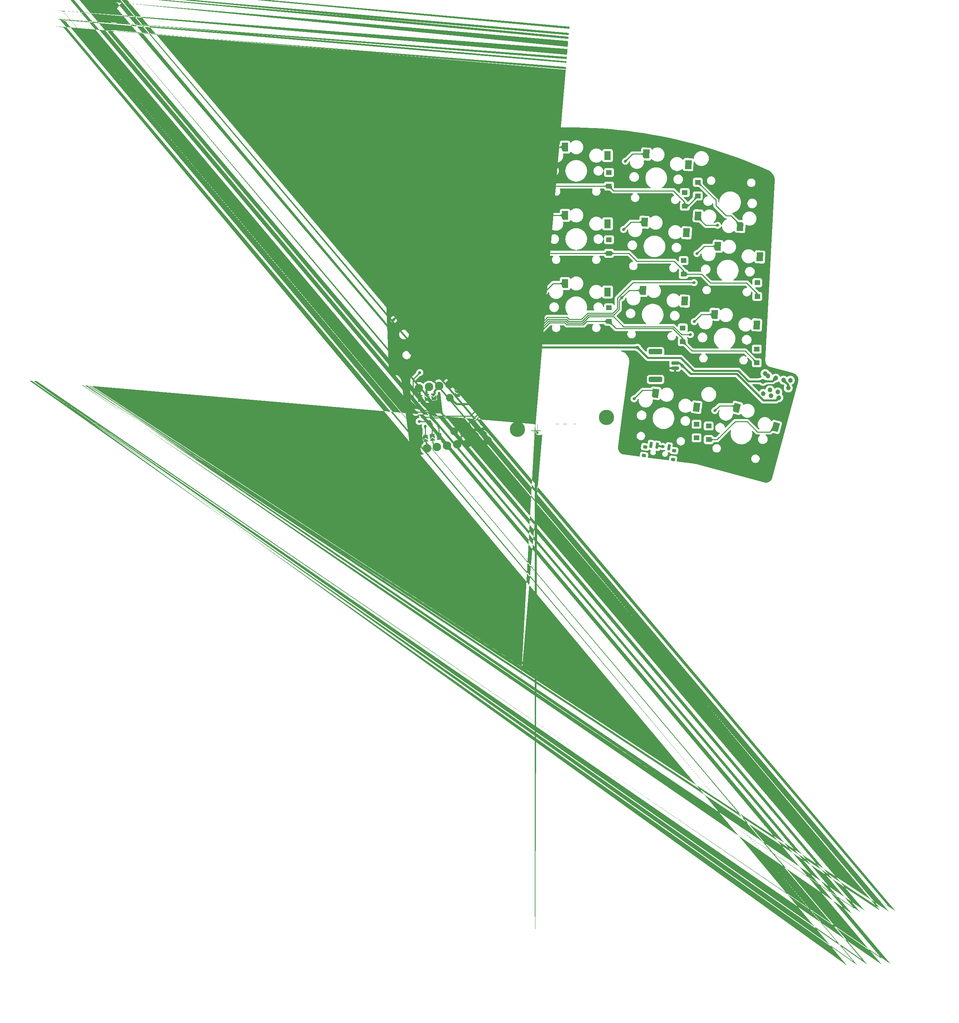
<source format=gbl>
G04 #@! TF.GenerationSoftware,KiCad,Pcbnew,9.0.2*
G04 #@! TF.CreationDate,2025-07-12T22:53:39+08:00*
G04 #@! TF.ProjectId,Kretstr_d_v2,4b726574-7374-472e-9464-5f76322e6b69,rev?*
G04 #@! TF.SameCoordinates,Original*
G04 #@! TF.FileFunction,Copper,L2,Bot*
G04 #@! TF.FilePolarity,Positive*
%FSLAX46Y46*%
G04 Gerber Fmt 4.6, Leading zero omitted, Abs format (unit mm)*
G04 Created by KiCad (PCBNEW 9.0.2) date 2025-07-12 22:53:39*
%MOMM*%
%LPD*%
G01*
G04 APERTURE LIST*
G04 Aperture macros list*
%AMRoundRect*
0 Rectangle with rounded corners*
0 $1 Rounding radius*
0 $2 $3 $4 $5 $6 $7 $8 $9 X,Y pos of 4 corners*
0 Add a 4 corners polygon primitive as box body*
4,1,4,$2,$3,$4,$5,$6,$7,$8,$9,$2,$3,0*
0 Add four circle primitives for the rounded corners*
1,1,$1+$1,$2,$3*
1,1,$1+$1,$4,$5*
1,1,$1+$1,$6,$7*
1,1,$1+$1,$8,$9*
0 Add four rect primitives between the rounded corners*
20,1,$1+$1,$2,$3,$4,$5,0*
20,1,$1+$1,$4,$5,$6,$7,0*
20,1,$1+$1,$6,$7,$8,$9,0*
20,1,$1+$1,$8,$9,$2,$3,0*%
%AMRotRect*
0 Rectangle, with rotation*
0 The origin of the aperture is its center*
0 $1 length*
0 $2 width*
0 $3 Rotation angle, in degrees counterclockwise*
0 Add horizontal line*
21,1,$1,$2,0,0,$3*%
%AMOutline5P*
0 Free polygon, 5 corners , with rotation*
0 The origin of the aperture is its center*
0 number of corners: always 5*
0 $1 to $10 corner X, Y*
0 $11 Rotation angle, in degrees counterclockwise*
0 create outline with 5 corners*
4,1,5,$1,$2,$3,$4,$5,$6,$7,$8,$9,$10,$1,$2,$11*%
%AMOutline6P*
0 Free polygon, 6 corners , with rotation*
0 The origin of the aperture is its center*
0 number of corners: always 6*
0 $1 to $12 corner X, Y*
0 $13 Rotation angle, in degrees counterclockwise*
0 create outline with 6 corners*
4,1,6,$1,$2,$3,$4,$5,$6,$7,$8,$9,$10,$11,$12,$1,$2,$13*%
%AMOutline7P*
0 Free polygon, 7 corners , with rotation*
0 The origin of the aperture is its center*
0 number of corners: always 7*
0 $1 to $14 corner X, Y*
0 $15 Rotation angle, in degrees counterclockwise*
0 create outline with 7 corners*
4,1,7,$1,$2,$3,$4,$5,$6,$7,$8,$9,$10,$11,$12,$13,$14,$1,$2,$15*%
%AMOutline8P*
0 Free polygon, 8 corners , with rotation*
0 The origin of the aperture is its center*
0 number of corners: always 8*
0 $1 to $16 corner X, Y*
0 $17 Rotation angle, in degrees counterclockwise*
0 create outline with 8 corners*
4,1,8,$1,$2,$3,$4,$5,$6,$7,$8,$9,$10,$11,$12,$13,$14,$15,$16,$1,$2,$17*%
%AMFreePoly0*
4,1,6,0.600000,0.200000,0.000000,-0.400000,-0.600000,0.200000,-0.600000,0.400000,0.600000,0.400000,0.600000,0.200000,0.600000,0.200000,$1*%
%AMFreePoly1*
4,1,6,0.599999,-0.250000,-0.600000,-0.250000,-0.600000,1.000000,0.000000,0.400000,0.600000,1.000000,0.599999,-0.250000,0.599999,-0.250000,$1*%
%AMFreePoly2*
4,1,264,0.120000,0.008200,0.119495,0.008200,0.119495,-1.866685,0.119486,-1.942211,0.118928,-2.390514,0.117385,-2.766193,0.114683,-3.075643,0.110648,-3.325256,0.105109,-3.521426,0.097891,-3.670546,0.088821,-3.779010,0.077727,-3.853210,0.064435,-3.899540,0.058244,-3.913083,-0.003252,-4.014053,-0.098918,-4.143731,-0.210855,-4.277537,-0.224129,-4.292551,-0.334083,-4.430280,-0.416387,-4.556792,
-0.456268,-4.649682,-0.459452,-4.670267,-0.468105,-4.777912,-0.475087,-4.941077,-0.479752,-5.141466,-0.481451,-5.360779,-0.481447,-5.385382,-0.480518,-5.607631,-0.476824,-5.764219,-0.468710,-5.868254,-0.454525,-5.932843,-0.432614,-5.971095,-0.401325,-5.996118,-0.392805,-6.002081,-0.339366,-6.085346,-0.319338,-6.203666,-0.334080,-6.322781,-0.384952,-6.408432,-0.470102,-6.443900,-0.592848,-6.450398,
-0.712310,-6.426982,-0.791940,-6.376519,-0.793132,-6.374921,-0.837783,-6.254690,-0.826351,-6.118924,-0.761893,-6.005400,-0.735239,-5.974547,-0.702329,-5.904931,-0.686106,-5.799802,-0.681767,-5.637072,-0.681767,-5.348744,-0.862051,-5.525400,-0.862406,-5.525749,-0.971024,-5.643434,-1.026671,-5.737807,-1.042334,-5.830872,-1.071787,-5.969637,-1.159703,-6.056012,-1.303334,-6.085400,-1.410666,-6.068523,
-1.500788,-5.996500,-1.534589,-5.936558,-1.559685,-5.803296,-1.524160,-5.684074,-1.436774,-5.598304,-1.306284,-5.565400,-1.254100,-5.561413,-1.175346,-5.532707,-1.086402,-5.465612,-0.967886,-5.347654,-0.833366,-5.195034,-0.742078,-5.057656,-0.695078,-4.926807,-0.681767,-4.781512,-0.676049,-4.693688,-0.628738,-4.525130,-0.527110,-4.348308,-0.363399,-4.147757,-0.352259,-4.135392,-0.247590,-4.011108,
-0.164066,-3.898353,-0.118896,-3.820182,-0.109515,-3.774363,-0.098094,-3.653489,-0.089001,-3.479578,-0.082991,-3.268206,-0.080820,-3.034950,-0.080820,-2.349707,-0.219494,-2.483903,-0.236716,-2.500852,-0.379685,-2.679839,-0.457761,-2.875335,-0.481451,-3.112556,-0.481444,-3.118899,-0.474396,-3.264384,-0.449801,-3.355458,-0.401325,-3.416119,-0.350420,-3.483316,-0.321199,-3.622741,-0.328091,-3.687609,
-0.386755,-3.802830,-0.489746,-3.869682,-0.618132,-3.879379,-0.752979,-3.823132,-0.808235,-3.761373,-0.842979,-3.643301,-0.827768,-3.517407,-0.761893,-3.416119,-0.729223,-3.381234,-0.692374,-3.291262,-0.681767,-3.148664,-0.681767,-2.949707,-0.820440,-3.083903,-0.861951,-3.125245,-0.956831,-3.237340,-1.020496,-3.354500,-1.058765,-3.495362,-1.077459,-3.678561,-1.082398,-3.922730,-1.084530,-4.103471,
-1.098418,-4.305676,-1.131693,-4.463674,-1.191721,-4.598271,-1.285870,-4.730275,-1.421507,-4.880493,-1.435858,-4.895598,-1.556834,-5.034536,-1.623104,-5.140156,-1.643281,-5.225867,-1.650085,-5.290690,-1.708361,-5.405694,-1.810997,-5.471759,-1.939421,-5.480400,-2.075061,-5.423132,-2.138002,-5.353510,-2.164101,-5.225989,-2.134774,-5.082700,-2.048228,-4.995093,-1.906641,-4.965400,-1.855505,-4.961517,
-1.776646,-4.932877,-1.687525,-4.865738,-1.568833,-4.747654,-1.562516,-4.740957,-1.455689,-4.619000,-1.369698,-4.505791,-1.322643,-4.425050,-1.313483,-4.390665,-1.297690,-4.274180,-1.286783,-4.113812,-1.282713,-3.933587,-1.282713,-3.546981,-1.663312,-3.925400,-1.808528,-4.072271,-1.924221,-4.197668,-1.996366,-4.290300,-2.033438,-4.361216,-2.043912,-4.421461,-2.075701,-4.559074,-2.167234,-4.652007,
-2.307669,-4.685400,-2.448514,-4.655913,-2.535281,-4.568444,-2.564732,-4.425400,-2.536233,-4.284386,-2.450557,-4.195657,-2.310685,-4.165400,-2.299024,-4.165163,-2.237724,-4.153801,-2.169327,-4.118987,-2.082031,-4.051877,-1.964033,-3.943629,-1.803533,-3.785400,-1.424516,-3.405400,-1.810054,-3.405400,-1.826248,-3.405413,-2.008456,-3.408401,-2.125422,-3.418049,-2.190902,-3.436375,-2.218652,-3.465400,
-2.249949,-3.494616,-2.339241,-3.519633,-2.453955,-3.525691,-2.563390,-3.511907,-2.636845,-3.477400,-2.650723,-3.459594,-2.680373,-3.361025,-2.678180,-3.236332,-2.643449,-3.122771,-2.635381,-3.110117,-2.554531,-3.057669,-2.438737,-3.042861,-2.318470,-3.065502,-2.224196,-3.125400,-2.216489,-3.133598,-2.166988,-3.170532,-2.095105,-3.192322,-1.981626,-3.202645,-1.807340,-3.205177,-1.654893,-3.202612,
-1.433910,-3.183534,-1.261758,-3.141036,-1.119247,-3.069453,-0.987184,-2.963122,-0.821987,-2.807401,-1.112445,-2.806401,-1.215794,-2.807359,-1.342354,-2.817285,-1.424071,-2.841730,-1.483028,-2.885400,-1.562745,-2.938814,-1.702696,-2.963309,-1.846230,-2.923993,-1.883953,-2.888638,-1.921543,-2.789739,-1.927785,-2.668469,-1.902681,-2.556826,-1.846230,-2.486808,-1.746730,-2.452437,-1.602543,-2.458134,
-1.483028,-2.525400,-1.436669,-2.562173,-1.364831,-2.588967,-1.254521,-2.601987,-1.085006,-2.605400,-0.890142,-2.600566,-0.726487,-2.577568,-0.592845,-2.525875,-0.463112,-2.434999,-0.311183,-2.294450,-0.080820,-2.067905,-0.080820,-1.548408,-0.281136,-1.745400,-0.314558,-1.778754,-0.415393,-1.892076,-0.466966,-1.982268,-0.481451,-2.068999,-0.484152,-2.118781,-0.523093,-2.220353,-0.615122,-2.271266,
-0.768948,-2.277845,-0.942177,-2.265400,-0.954638,-2.069270,-0.956534,-1.963618,-0.932248,-1.866065,-0.864549,-1.818790,-0.740607,-1.806013,-0.701704,-1.802658,-0.620454,-1.771892,-0.523629,-1.699831,-0.394611,-1.575400,-0.373202,-1.553286,-0.262639,-1.433196,-0.174217,-1.327898,-0.125439,-1.258030,-0.109352,-1.196302,-0.094329,-1.064124,-0.084404,-0.882561,-0.080820,-0.668030,-0.082713,0.034600,
-0.080000,0.034600,-0.080000,1.049800,0.120000,1.049800,0.120000,0.008200,0.120000,0.008200,$1*%
%AMFreePoly3*
4,1,349,0.130126,0.034600,0.132334,0.034600,0.130442,-0.642797,0.133336,-0.823669,0.142321,-1.005424,0.155941,-1.148720,0.172710,-1.232797,0.177421,-1.243838,0.233946,-1.333356,0.327989,-1.451372,0.441882,-1.575400,0.527101,-1.659175,0.632140,-1.748011,0.715714,-1.792953,0.795339,-1.805400,0.844933,-1.808076,0.946657,-1.846936,0.997663,-1.938836,1.004262,-2.092444,0.991798,-2.265400,
0.818569,-2.277845,0.755964,-2.280187,0.625218,-2.258494,0.553157,-2.190207,0.531073,-2.068999,0.530303,-2.047119,0.507901,-1.961357,0.445444,-1.867340,0.330757,-1.745400,0.130442,-1.548408,0.130442,-1.734300,0.137771,-1.876372,0.173595,-2.020516,0.250246,-2.156136,0.379727,-2.310998,0.491847,-2.422985,0.618575,-2.514883,0.759536,-2.570544,0.936390,-2.598030,1.170795,-2.605400,
1.226434,-2.605248,1.387937,-2.601094,1.493509,-2.588692,1.562130,-2.564606,1.612776,-2.525400,1.672059,-2.484470,1.791830,-2.449678,1.914776,-2.451690,2.005394,-2.493400,2.016178,-2.508523,2.042810,-2.594533,2.053470,-2.711993,2.051743,-2.770133,2.029771,-2.869933,1.975978,-2.923993,1.862677,-2.960615,1.727897,-2.950913,1.623512,-2.885400,1.615119,-2.876020,1.567762,-2.839608,
1.497745,-2.818401,1.385949,-2.808746,1.213257,-2.806989,0.871609,-2.808577,1.059784,-2.981564,1.137291,-3.049364,1.236540,-3.118622,1.343125,-3.163947,1.475216,-3.190248,1.650981,-3.202430,1.888588,-3.205400,2.021630,-3.204648,2.158092,-3.199418,2.242870,-3.186522,2.292774,-3.162878,2.324614,-3.125400,2.326495,-3.122526,2.403491,-3.069111,2.519407,-3.044574,2.638876,-3.051732,
2.726530,-3.093400,2.760470,-3.166419,2.773167,-3.281870,2.761854,-3.398437,2.726530,-3.477400,2.678668,-3.504344,2.576240,-3.523861,2.459908,-3.523288,2.360374,-3.503508,2.308336,-3.465400,2.305189,-3.458738,2.271909,-3.432549,2.199212,-3.416198,2.073566,-3.407783,1.881436,-3.405400,1.477596,-3.405400,1.590797,-3.523371,1.712549,-3.615930,1.867433,-3.653371,1.974494,-3.668611,
2.032031,-3.706447,2.065072,-3.785400,2.078303,-3.866833,2.057333,-4.015400,2.051273,-4.030750,2.013554,-4.092375,1.950754,-4.119404,1.835524,-4.125400,1.793553,-4.124253,1.664355,-4.093646,1.593996,-4.014501,1.572713,-3.877613,1.562877,-3.844209,1.515051,-3.770159,1.423935,-3.659678,1.285603,-3.508340,1.096127,-3.311722,0.851577,-3.065400,0.130442,-2.346234,0.130442,-2.733213,
0.131553,-2.824217,0.139738,-2.999101,0.154144,-3.142894,0.172697,-3.231157,0.216071,-3.299186,0.306184,-3.409610,0.430741,-3.549574,0.577578,-3.706562,0.734529,-3.868059,0.889430,-4.021548,1.030114,-4.154514,1.144416,-4.254441,1.220171,-4.308813,1.222782,-4.310146,1.323443,-4.339846,1.471035,-4.359132,1.644482,-4.368122,1.822706,-4.366933,1.984629,-4.355684,2.109173,-4.334492,
2.175260,-4.303474,2.183768,-4.294385,2.266836,-4.257427,2.410529,-4.253474,2.594322,-4.265400,2.606786,-4.438357,2.608738,-4.526007,2.580933,-4.644059,2.504166,-4.706884,2.369409,-4.725400,2.354383,-4.725258,2.234084,-4.705196,2.164362,-4.645400,2.155142,-4.631766,2.116553,-4.597135,2.052407,-4.577018,1.944537,-4.567683,1.774776,-4.565400,1.435229,-4.565400,1.652839,-4.785400,
1.712752,-4.844597,1.824390,-4.941500,1.912275,-4.991317,1.994010,-5.005400,2.007141,-5.005547,2.128046,-5.031144,2.193838,-5.107743,2.213722,-5.245400,2.213024,-5.278005,2.185664,-5.401182,2.109756,-5.466335,1.973344,-5.485401,1.958840,-5.485264,1.826629,-5.461839,1.754700,-5.391788,1.732965,-5.265897,1.732555,-5.250641,1.711056,-5.164270,1.648369,-5.068838,1.532650,-4.945400,
1.332334,-4.748408,1.332334,-5.148015,1.333122,-5.283334,1.338512,-5.425881,1.351570,-5.517397,1.375238,-5.575078,1.412461,-5.616119,1.470728,-5.699541,1.490236,-5.831046,1.451114,-5.968030,1.415703,-6.005694,1.316648,-6.043224,1.195187,-6.049457,1.083367,-6.024392,1.013239,-5.968030,0.976560,-5.854908,0.986277,-5.720340,1.051893,-5.616119,1.086104,-5.579507,1.110114,-5.526181,
1.124026,-5.441923,1.130457,-5.310386,1.132019,-5.115226,1.131741,-5.048042,1.123455,-4.819250,1.099439,-4.647138,1.054030,-4.513373,0.981566,-4.399622,0.876386,-4.287554,0.731388,-4.149707,0.731388,-4.347932,0.736023,-4.455464,0.760013,-4.543828,0.811514,-4.596118,0.836494,-4.616986,0.883532,-4.714172,0.889146,-4.841346,0.850168,-4.968030,0.814756,-5.005694,0.715702,-5.043224,
0.594240,-5.049457,0.482421,-5.024392,0.412293,-4.968030,0.377868,-4.868687,0.383574,-4.724727,0.450946,-4.605400,0.490295,-4.554267,0.522004,-4.455693,0.531073,-4.304116,0.530820,-4.275757,0.502731,-4.047224,0.421002,-3.859352,0.275440,-3.687554,0.130442,-3.549707,0.130442,-4.194950,0.131240,-4.329709,0.135935,-4.545236,0.144130,-4.729277,0.155013,-4.865665,0.167774,-4.938229,
0.174005,-4.952081,0.228771,-5.038490,0.318587,-5.156604,0.427478,-5.285089,0.575888,-5.473004,0.691900,-5.690682,0.731165,-5.889201,0.750873,-5.948536,0.811514,-6.025401,0.833455,-6.048861,0.883987,-6.165336,0.881705,-6.298340,0.825336,-6.412251,0.749085,-6.461535,0.627293,-6.485400,0.516086,-6.461289,0.422326,-6.382726,0.375994,-6.269364,0.384643,-6.141696,0.455825,-6.020215,
0.479061,-5.992498,0.523073,-5.882302,0.503284,-5.751351,0.417750,-5.593367,0.264530,-5.402073,0.187345,-5.313335,0.060018,-5.145313,-0.018720,-4.994797,-0.058729,-4.839858,-0.069874,-4.658567,-0.069874,-4.429165,-0.231296,-4.586541,-0.275083,-4.631175,-0.406500,-4.808844,-0.463812,-4.986459,-0.446722,-5.170877,-0.354935,-5.368957,-0.188156,-5.587557,-0.142324,-5.640730,-0.037799,-5.772794,
0.040248,-5.886734,0.077596,-5.962485,0.120477,-6.056936,0.196767,-6.153491,0.258971,-6.238055,0.289028,-6.380506,0.249221,-6.528030,0.213810,-6.565694,0.114755,-6.603224,-0.006706,-6.609457,-0.118525,-6.584392,-0.188654,-6.528030,-0.223246,-6.427239,-0.217824,-6.284989,-0.153044,-6.168440,-0.113685,-6.125466,-0.100058,-6.082116,-0.123386,-6.021385,-0.187045,-5.918440,-0.224601,-5.862654,
-0.311056,-5.748766,-0.384316,-5.669201,-0.470505,-5.593001,-0.470505,-5.849579,-0.469607,-5.929815,-0.460064,-6.045996,-0.435520,-6.114291,-0.390379,-6.156118,-0.365399,-6.176986,-0.318361,-6.274172,-0.312747,-6.401346,-0.351725,-6.528030,-0.387136,-6.565694,-0.486191,-6.603224,-0.607652,-6.609457,-0.719472,-6.584392,-0.789600,-6.528030,-0.824025,-6.428687,-0.818319,-6.284727,-0.750946,-6.165400,
-0.721533,-6.130584,-0.698798,-6.082124,-0.684039,-6.009105,-0.675576,-5.897670,-0.671729,-5.733959,-0.670820,-5.504116,-0.669930,-5.327999,-0.662646,-5.101120,-0.643846,-4.926366,-0.608612,-4.786639,-0.552026,-4.664842,-0.469169,-4.543876,-0.355123,-4.406644,-0.352266,-4.403353,-0.250151,-4.281050,-0.165493,-4.171489,-0.116365,-4.098030,-0.115457,-4.096184,-0.104070,-4.044212,-0.094480,-3.939618,
-0.086603,-3.778491,-0.080351,-3.556922,-0.075638,-3.271002,-0.072378,-2.916819,-0.070486,-2.490465,-0.069874,-1.988030,-0.069874,1.046200,0.130126,1.046200,0.130126,0.034600,0.130126,0.034600,$1*%
G04 Aperture macros list end*
G04 #@! TA.AperFunction,EtchedComponent*
%ADD10C,0.500000*%
G04 #@! TD*
G04 #@! TA.AperFunction,EtchedComponent*
%ADD11C,0.250000*%
G04 #@! TD*
G04 #@! TA.AperFunction,ComponentPad*
%ADD12C,1.200000*%
G04 #@! TD*
G04 #@! TA.AperFunction,ComponentPad*
%ADD13R,1.400000X1.200000*%
G04 #@! TD*
G04 #@! TA.AperFunction,SMDPad,CuDef*
%ADD14Outline5P,-0.800000X1.100000X0.800000X1.100000X0.800000X-1.100000X-0.480000X-1.100000X-0.800000X-0.780000X0.000000*%
G04 #@! TD*
G04 #@! TA.AperFunction,SMDPad,CuDef*
%ADD15R,1.600000X2.200000*%
G04 #@! TD*
G04 #@! TA.AperFunction,SMDPad,CuDef*
%ADD16Outline5P,-0.800000X1.100000X0.800000X1.100000X0.800000X-1.100000X-0.480000X-1.100000X-0.800000X-0.780000X2.000000*%
G04 #@! TD*
G04 #@! TA.AperFunction,SMDPad,CuDef*
%ADD17RotRect,1.600000X2.200000X2.000000*%
G04 #@! TD*
G04 #@! TA.AperFunction,SMDPad,CuDef*
%ADD18Outline5P,-0.800000X1.100000X0.800000X1.100000X0.800000X-1.100000X-0.480000X-1.100000X-0.800000X-0.780000X357.000000*%
G04 #@! TD*
G04 #@! TA.AperFunction,SMDPad,CuDef*
%ADD19RotRect,1.600000X2.200000X357.000000*%
G04 #@! TD*
G04 #@! TA.AperFunction,SMDPad,CuDef*
%ADD20Outline5P,-0.800000X1.100000X0.800000X1.100000X0.800000X-1.100000X-0.480000X-1.100000X-0.800000X-0.780000X345.000000*%
G04 #@! TD*
G04 #@! TA.AperFunction,SMDPad,CuDef*
%ADD21RotRect,1.600000X2.200000X345.000000*%
G04 #@! TD*
G04 #@! TA.AperFunction,ComponentPad*
%ADD22C,2.100000*%
G04 #@! TD*
G04 #@! TA.AperFunction,SMDPad,CuDef*
%ADD23FreePoly0,187.500000*%
G04 #@! TD*
G04 #@! TA.AperFunction,SMDPad,CuDef*
%ADD24FreePoly0,7.500000*%
G04 #@! TD*
G04 #@! TA.AperFunction,SMDPad,CuDef*
%ADD25FreePoly1,187.500000*%
G04 #@! TD*
G04 #@! TA.AperFunction,SMDPad,CuDef*
%ADD26FreePoly1,7.500000*%
G04 #@! TD*
G04 #@! TA.AperFunction,SMDPad,CuDef*
%ADD27Outline5P,-0.800000X1.100000X0.800000X1.100000X0.800000X-1.100000X-0.480000X-1.100000X-0.800000X-0.780000X180.000000*%
G04 #@! TD*
G04 #@! TA.AperFunction,ComponentPad*
%ADD28C,1.900000*%
G04 #@! TD*
G04 #@! TA.AperFunction,ComponentPad*
%ADD29C,3.800000*%
G04 #@! TD*
G04 #@! TA.AperFunction,SMDPad,CuDef*
%ADD30Outline5P,-0.800000X1.100000X0.800000X1.100000X0.800000X-1.100000X-0.480000X-1.100000X-0.800000X-0.780000X352.500000*%
G04 #@! TD*
G04 #@! TA.AperFunction,SMDPad,CuDef*
%ADD31RotRect,1.600000X2.200000X352.500000*%
G04 #@! TD*
G04 #@! TA.AperFunction,SMDPad,CuDef*
%ADD32Outline5P,-0.800000X1.100000X0.800000X1.100000X0.800000X-1.100000X-0.480000X-1.100000X-0.800000X-0.780000X177.000000*%
G04 #@! TD*
G04 #@! TA.AperFunction,SMDPad,CuDef*
%ADD33RotRect,1.600000X2.200000X177.000000*%
G04 #@! TD*
G04 #@! TA.AperFunction,SMDPad,CuDef*
%ADD34RoundRect,0.200000X0.750000X-0.200000X0.750000X0.200000X-0.750000X0.200000X-0.750000X-0.200000X0*%
G04 #@! TD*
G04 #@! TA.AperFunction,SMDPad,CuDef*
%ADD35RoundRect,0.250000X1.425000X-0.400000X1.425000X0.400000X-1.425000X0.400000X-1.425000X-0.400000X0*%
G04 #@! TD*
G04 #@! TA.AperFunction,SMDPad,CuDef*
%ADD36FreePoly2,180.000000*%
G04 #@! TD*
G04 #@! TA.AperFunction,SMDPad,CuDef*
%ADD37RoundRect,0.069000X-0.566000X-0.017250X0.566000X-0.017250X0.566000X0.017250X-0.566000X0.017250X0*%
G04 #@! TD*
G04 #@! TA.AperFunction,SMDPad,CuDef*
%ADD38RoundRect,0.069000X-1.131000X-0.017250X1.131000X-0.017250X1.131000X0.017250X-1.131000X0.017250X0*%
G04 #@! TD*
G04 #@! TA.AperFunction,SMDPad,CuDef*
%ADD39RoundRect,0.069000X-0.168500X-0.017250X0.168500X-0.017250X0.168500X0.017250X-0.168500X0.017250X0*%
G04 #@! TD*
G04 #@! TA.AperFunction,SMDPad,CuDef*
%ADD40FreePoly3,180.000000*%
G04 #@! TD*
G04 #@! TA.AperFunction,SMDPad,CuDef*
%ADD41RotRect,1.000000X0.800000X172.500000*%
G04 #@! TD*
G04 #@! TA.AperFunction,SMDPad,CuDef*
%ADD42RotRect,0.700000X1.500000X172.500000*%
G04 #@! TD*
G04 #@! TA.AperFunction,ViaPad*
%ADD43C,0.700000*%
G04 #@! TD*
G04 #@! TA.AperFunction,ViaPad*
%ADD44C,0.800000*%
G04 #@! TD*
G04 #@! TA.AperFunction,Conductor*
%ADD45C,0.500000*%
G04 #@! TD*
G04 #@! TA.AperFunction,Conductor*
%ADD46C,0.250000*%
G04 #@! TD*
G04 APERTURE END LIST*
D10*
X86878884Y-112635549D02*
X87153015Y-114717781D01*
X88670178Y-113245153D02*
X88834902Y-114496357D01*
D11*
X88850169Y-127608944D02*
X88576038Y-125526711D01*
D10*
X89391800Y-112304717D02*
X88670178Y-113245153D01*
D11*
X90428004Y-126555785D02*
X90263278Y-125304582D01*
D10*
X90816654Y-113890010D02*
X90762087Y-113475533D01*
D11*
X91368439Y-127277407D02*
X90428004Y-126555785D01*
D10*
X91915424Y-111972476D02*
X90762087Y-113475533D01*
D11*
X92447825Y-125306952D02*
X92526148Y-125901876D01*
X93886709Y-126945871D02*
X92526148Y-125901876D01*
X94433694Y-111640939D02*
X95794254Y-112684934D01*
X95872577Y-113279858D02*
X95794254Y-112684934D01*
X96404979Y-126614334D02*
X97448973Y-125253774D01*
X96957317Y-111308698D02*
X97897754Y-112030320D01*
X97370650Y-124658849D02*
X97448973Y-125253774D01*
X97897754Y-112030320D02*
X98062478Y-113281523D01*
X98923249Y-126282798D02*
X99644871Y-125342362D01*
X99470234Y-110977866D02*
X99744365Y-113060099D01*
X99644871Y-125342362D02*
X99480146Y-124091158D01*
X101441518Y-125951260D02*
X101167387Y-123869028D01*
X101766912Y-112793825D02*
X101558044Y-111207317D01*
X101988507Y-110646329D02*
X101558044Y-111207317D01*
X101988507Y-110646329D02*
X101704230Y-111016804D01*
X103189935Y-123602755D02*
X103398803Y-125189263D01*
X103959790Y-125619724D02*
X103398803Y-125189263D01*
X103959790Y-125619724D02*
X103589316Y-125335449D01*
D12*
X176253908Y-113513671D03*
X178841352Y-112550533D03*
X179358990Y-110618681D03*
X174322057Y-112996033D03*
X172562834Y-110868209D03*
X173080472Y-108936357D03*
X172636778Y-113915762D03*
X174568630Y-114433400D03*
X176500482Y-114951038D03*
X173801464Y-109569096D03*
X175733316Y-110086734D03*
X177665168Y-110604372D03*
D13*
X159038990Y-122025081D03*
X159038990Y-125425081D03*
X156016390Y-124967881D03*
X156016390Y-121567881D03*
X171019105Y-106248849D03*
X171019105Y-102848849D03*
X152578705Y-100982449D03*
X152578705Y-97582449D03*
X134197790Y-95945081D03*
X134197790Y-92545081D03*
X116262190Y-98637481D03*
X116262190Y-95237481D03*
X97761390Y-101904681D03*
X97761390Y-98504681D03*
X171129390Y-89712681D03*
X171129390Y-86312681D03*
X152778431Y-84192916D03*
X152778431Y-80792916D03*
X134197790Y-78977881D03*
X134197790Y-75577881D03*
X116262190Y-81721081D03*
X116262190Y-78321081D03*
X97450660Y-84688298D03*
X97450660Y-81288298D03*
X156332694Y-64659350D03*
X156332694Y-61259350D03*
X153078020Y-67209817D03*
X153078020Y-63809817D03*
X134197790Y-62213881D03*
X134197790Y-58813881D03*
X116262190Y-64076081D03*
X116262190Y-60676081D03*
X97761390Y-64058681D03*
X97761390Y-60658681D03*
D14*
X104946390Y-89308681D03*
D15*
X115546390Y-91408681D03*
D14*
X123246190Y-69508681D03*
D15*
X133846190Y-71608681D03*
D14*
X104946390Y-72308681D03*
D15*
X115546390Y-74408681D03*
D14*
X123246190Y-86508681D03*
D15*
X133846190Y-88608681D03*
D14*
X104946390Y-54663681D03*
D15*
X115546390Y-56763681D03*
D16*
X85642389Y-93209794D03*
D17*
X96309220Y-94938580D03*
D18*
X143479931Y-54207098D03*
D19*
X153955499Y-56858981D03*
D20*
X166019441Y-117481520D03*
D21*
X175714735Y-122253446D03*
D14*
X123246190Y-52508681D03*
D15*
X133846190Y-54608681D03*
D18*
X142599265Y-88207805D03*
D19*
X153074833Y-90859688D03*
D18*
X143039593Y-71207551D03*
D19*
X153515161Y-73859434D03*
D22*
X88850169Y-127608944D03*
X91368439Y-127277407D03*
X93886709Y-126945871D03*
X96404979Y-126614334D03*
X101441518Y-125951261D03*
X103959790Y-125619724D03*
X98923248Y-126282797D03*
D23*
X88576038Y-125526711D03*
X90257925Y-125305287D03*
X91939812Y-125083862D03*
X97803018Y-124311956D03*
X99485203Y-124090492D03*
X103189935Y-123602755D03*
X101167387Y-123869028D03*
D24*
X99744365Y-113060099D03*
X87153015Y-114717781D03*
X88834902Y-114496357D03*
X90516789Y-114274932D03*
X96379996Y-113503026D03*
X98062180Y-113281562D03*
X101766912Y-112793825D03*
D22*
X96951964Y-111309404D03*
X86878884Y-112635549D03*
X89397154Y-112304012D03*
X91915424Y-111972476D03*
X94433694Y-111640939D03*
X99470234Y-110977866D03*
X101988507Y-110646329D03*
D25*
X88443423Y-124519403D03*
X90125310Y-124297979D03*
X91807197Y-124076554D03*
X97670404Y-123304648D03*
X99352588Y-123083183D03*
X101034773Y-122861723D03*
X103057320Y-122595447D03*
D26*
X101899527Y-113801133D03*
X99876979Y-114067405D03*
X98194795Y-114288870D03*
X96512610Y-114510334D03*
X90649404Y-115282240D03*
X88967517Y-115503664D03*
X87285630Y-115725089D03*
D16*
X85321189Y-75863994D03*
D17*
X95988020Y-77592780D03*
D27*
X92246590Y-69808681D03*
D15*
X81646590Y-67708681D03*
D28*
X95657918Y-123376142D03*
D18*
X160514009Y-94198236D03*
D19*
X170989577Y-96850119D03*
D29*
X133604000Y-119888000D03*
D28*
X94550195Y-114962146D03*
D30*
X145787792Y-113850299D03*
D31*
X156023002Y-117315911D03*
D29*
X111363786Y-122815980D03*
D32*
X166865103Y-72295574D03*
D33*
X156389535Y-69643691D03*
D18*
X161300219Y-77211067D03*
D19*
X171775787Y-79862950D03*
D34*
X150671000Y-107580000D03*
X150671000Y-106330000D03*
D35*
X145796000Y-110430000D03*
X145796000Y-103480000D03*
D36*
X116419397Y-121589800D03*
D37*
X116078000Y-123561277D03*
D38*
X116078000Y-123190000D03*
D39*
X116072603Y-123901200D03*
D40*
X115829397Y-121589800D03*
D41*
X150154670Y-130357005D03*
X150443133Y-128165912D03*
X143205586Y-127213071D03*
X142917122Y-129404164D03*
D42*
X149139952Y-127338737D03*
X146165618Y-126947158D03*
X144678450Y-126751369D03*
D43*
X86902990Y-120880281D03*
X89544590Y-120880281D03*
X97346590Y-67708681D03*
X91830590Y-122048681D03*
X87768423Y-119762681D03*
X115546390Y-56763681D03*
X88443423Y-122048681D03*
X133846190Y-54608681D03*
X105120092Y-99168583D03*
X154517790Y-99239481D03*
X102243590Y-114784281D03*
X153955499Y-56858981D03*
X166865103Y-72295574D03*
X95988020Y-77592780D03*
X115546390Y-74408681D03*
X133846190Y-71608681D03*
X153515161Y-73859434D03*
X171775787Y-79862950D03*
X96309220Y-94938580D03*
X115546390Y-91408681D03*
X133846190Y-88608681D03*
X153074833Y-90859688D03*
X171080568Y-96949982D03*
X156023002Y-117315911D03*
X175714735Y-122253446D03*
D44*
X104174990Y-96801081D03*
X148574190Y-106859481D03*
X104073390Y-61850681D03*
X128203390Y-72264681D03*
X82229390Y-105919681D03*
X142300390Y-61342681D03*
X163763390Y-111380681D03*
X87004590Y-123318681D03*
X84413790Y-117273481D03*
X90662190Y-117070281D03*
D43*
X80618784Y-95486502D03*
X96512610Y-120837901D03*
X80297584Y-78140702D03*
X86090190Y-118594281D03*
X86646590Y-69808681D03*
X99846390Y-56763681D03*
X87075488Y-108688281D03*
X102382320Y-121440066D03*
X99846390Y-74408681D03*
X101568590Y-117578281D03*
X99846390Y-91408681D03*
X118146190Y-54608681D03*
X118146190Y-71608681D03*
X118146190Y-88608681D03*
X100771390Y-115546281D03*
X103376590Y-114784281D03*
X137396349Y-90038014D03*
X112353790Y-97511481D03*
X138277015Y-56037307D03*
X100263390Y-121286681D03*
X137836677Y-73037760D03*
X102918590Y-118645081D03*
X140457318Y-115266650D03*
X155407318Y-96028445D03*
X99352588Y-121743881D03*
X111337790Y-97497681D03*
X161272777Y-72002493D03*
X103020190Y-117578281D03*
X156097303Y-79041276D03*
X160549699Y-118189987D03*
X155407318Y-86285481D03*
D44*
X152494990Y-107006681D03*
X147652785Y-127142947D03*
X144678450Y-126751369D03*
X141309790Y-102439881D03*
D45*
X141309790Y-102439881D02*
X143900590Y-105030681D01*
X143900590Y-105030681D02*
X152079390Y-105030681D01*
X152079390Y-105030681D02*
X155330590Y-108281881D01*
X155330590Y-108281881D02*
X166420176Y-108281881D01*
X169006504Y-110868209D02*
X172562834Y-110868209D01*
X166420176Y-108281881D02*
X169006504Y-110868209D01*
X152494990Y-107006681D02*
X154571190Y-109082881D01*
X166088390Y-109082881D02*
X172653390Y-115647881D01*
X154571190Y-109082881D02*
X166088390Y-109082881D01*
X175803639Y-115647881D02*
X176500482Y-114951038D01*
X172653390Y-115647881D02*
X175803639Y-115647881D01*
X172562834Y-110868209D02*
X174951841Y-110868209D01*
X174951841Y-110868209D02*
X175733316Y-110086734D01*
X178841352Y-112550533D02*
X178841352Y-111780556D01*
X178841352Y-111780556D02*
X177665168Y-110604372D01*
D46*
X86902990Y-120880281D02*
X89544590Y-120880281D01*
X116077790Y-64076081D02*
X116060390Y-64058681D01*
X118124390Y-62213881D02*
X116262190Y-64076081D01*
X116060390Y-64058681D02*
X97761390Y-64058681D01*
X134197790Y-62213881D02*
X135371883Y-63387974D01*
X153078020Y-66221017D02*
X153078020Y-67209817D01*
X116262190Y-64076081D02*
X116077790Y-64076081D01*
X89544590Y-120880281D02*
X90125310Y-121461001D01*
X135371883Y-63387974D02*
X150244977Y-63387974D01*
X153782227Y-67209817D02*
X156332694Y-64659350D01*
X153078020Y-67209817D02*
X153782227Y-67209817D01*
X134197790Y-62213881D02*
X118124390Y-62213881D01*
X90125310Y-121461001D02*
X90125310Y-124297979D01*
X150244977Y-63387974D02*
X153078020Y-66221017D01*
X97346590Y-67708681D02*
X95246590Y-69808681D01*
X95246590Y-69808681D02*
X92246590Y-69808681D01*
X91807197Y-122072074D02*
X91807197Y-124076554D01*
X119005390Y-78977881D02*
X116262190Y-81721081D01*
X171129390Y-89028681D02*
X171129390Y-89712681D01*
X152778431Y-84192916D02*
X157302025Y-84192916D01*
X91830590Y-122048681D02*
X91807197Y-122072074D01*
X100417877Y-81721081D02*
X97450660Y-84688298D01*
X141147372Y-80937316D02*
X139187937Y-78977881D01*
X87768423Y-119762681D02*
X89544590Y-119762681D01*
X157302025Y-84192916D02*
X159471558Y-86362449D01*
X116262190Y-81721081D02*
X100417877Y-81721081D01*
X152778431Y-84192916D02*
X152778431Y-83274116D01*
X168463158Y-86362449D02*
X171129390Y-89028681D01*
X89544590Y-119762681D02*
X91830590Y-122048681D01*
X150441631Y-80937316D02*
X141147372Y-80937316D01*
X152778431Y-83274116D02*
X150441631Y-80937316D01*
X134197790Y-78977881D02*
X119005390Y-78977881D01*
X139187937Y-78977881D02*
X134197790Y-78977881D01*
X159471558Y-86362449D02*
X168463158Y-86362449D01*
X135961990Y-97709281D02*
X134197790Y-95945081D01*
X88443423Y-122048681D02*
X88443423Y-124519403D01*
X117070590Y-98637481D02*
X119414990Y-96293081D01*
X119414990Y-96293081D02*
X123196780Y-96293081D01*
X103338590Y-101904681D02*
X97761390Y-101904681D01*
X152578705Y-100982449D02*
X152578705Y-100195996D01*
X123196780Y-96293081D02*
X123704780Y-96801081D01*
X128703790Y-95945081D02*
X134197790Y-95945081D01*
X152578705Y-100195996D02*
X150091990Y-97709281D01*
X150091990Y-97709281D02*
X135961990Y-97709281D01*
X154925905Y-103329649D02*
X168099905Y-103329649D01*
X116262190Y-98637481D02*
X106605790Y-98637481D01*
X127847790Y-96801081D02*
X128703790Y-95945081D01*
X106605790Y-98637481D02*
X103338590Y-101904681D01*
X168099905Y-103329649D02*
X171019105Y-106248849D01*
X123704780Y-96801081D02*
X127847790Y-96801081D01*
X152578705Y-100982449D02*
X154925905Y-103329649D01*
X116262190Y-98637481D02*
X117070590Y-98637481D01*
X129241980Y-94769081D02*
X127660980Y-96350081D01*
X117519580Y-97550681D02*
X114042590Y-97550681D01*
X119228180Y-95842081D02*
X117519580Y-97550681D01*
X123891590Y-96350081D02*
X123383590Y-95842081D01*
X150278800Y-97258281D02*
X137829990Y-97258281D01*
X154517790Y-99239481D02*
X152260000Y-99239481D01*
X127660980Y-96350081D02*
X123891590Y-96350081D01*
X152260000Y-99239481D02*
X150278800Y-97258281D01*
X135340790Y-94769081D02*
X129241980Y-94769081D01*
X102243590Y-114784281D02*
X101899527Y-114440218D01*
X123383590Y-95842081D02*
X119228180Y-95842081D01*
X113406790Y-98186481D02*
X106102194Y-98186481D01*
X101899527Y-114440218D02*
X101899527Y-113801133D01*
X106102194Y-98186481D02*
X105120092Y-99168583D01*
X114042590Y-97550681D02*
X113406790Y-98186481D01*
X137829990Y-97258281D02*
X135340790Y-94769081D01*
X160803094Y-67048750D02*
X160803094Y-65729750D01*
X164571225Y-69623081D02*
X163377425Y-69623081D01*
X163377425Y-69623081D02*
X160803094Y-67048750D01*
X160803094Y-65729750D02*
X156332694Y-61259350D01*
X166865103Y-71916959D02*
X164571225Y-69623081D01*
X166865103Y-72295574D02*
X166865103Y-71916959D01*
X175522025Y-122253446D02*
X174253590Y-123521881D01*
X171205590Y-123521881D02*
X168589390Y-120905681D01*
X174253590Y-123521881D02*
X171205590Y-123521881D01*
X168589390Y-120905681D02*
X165642990Y-120905681D01*
X165642990Y-120905681D02*
X161123590Y-125425081D01*
X175714735Y-122253446D02*
X175522025Y-122253446D01*
X161123590Y-125425081D02*
X159038990Y-125425081D01*
D45*
X89095573Y-115503664D02*
X90662190Y-117070281D01*
X88967517Y-115503664D02*
X89095573Y-115503664D01*
D46*
X80618784Y-95486502D02*
X82895493Y-93209793D01*
X97670404Y-121995695D02*
X97670404Y-123304648D01*
X86140990Y-118543481D02*
X86090190Y-118594281D01*
X81646590Y-67973481D02*
X83481790Y-69808681D01*
X83481790Y-69808681D02*
X86646590Y-69808681D01*
X89036590Y-118543481D02*
X86140990Y-118543481D01*
X80297584Y-78140702D02*
X82574292Y-75863994D01*
X96512610Y-120837901D02*
X95634390Y-119959681D01*
X81646590Y-67708681D02*
X81646590Y-67973481D01*
X82574292Y-75863994D02*
X85321189Y-75863994D01*
X82895493Y-93209793D02*
X85642389Y-93209793D01*
X95634390Y-119959681D02*
X90452790Y-119959681D01*
X96512610Y-120837901D02*
X97670404Y-121995695D01*
X90452790Y-119959681D02*
X89036590Y-118543481D01*
X87075488Y-108688281D02*
X85378990Y-110384779D01*
X99846390Y-56763681D02*
X101946390Y-54663681D01*
X101946390Y-54663681D02*
X104946390Y-54663681D01*
X99846390Y-91408681D02*
X101946390Y-89308681D01*
X90639600Y-119508681D02*
X99638190Y-119508681D01*
X89223400Y-118092481D02*
X90639600Y-119508681D01*
X99638190Y-119508681D02*
X101568590Y-117578281D01*
X101946390Y-72308681D02*
X104946390Y-72308681D01*
X101946390Y-89308681D02*
X104946390Y-89308681D01*
X88179190Y-118092481D02*
X89223400Y-118092481D01*
X102382320Y-121440066D02*
X103057320Y-122115066D01*
X103057320Y-122115066D02*
X103057320Y-122595447D01*
X99846390Y-74408681D02*
X101946390Y-72308681D01*
X85378990Y-110384779D02*
X85378990Y-115292281D01*
X85378990Y-115292281D02*
X88179190Y-118092481D01*
X118146190Y-88608681D02*
X120246190Y-86508681D01*
X120246190Y-52508681D02*
X123246190Y-52508681D01*
X118146190Y-54608681D02*
X120246190Y-52508681D01*
X99876979Y-114651870D02*
X99876979Y-114067405D01*
X100771390Y-115546281D02*
X102614590Y-115546281D01*
X102614590Y-115546281D02*
X103376590Y-114784281D01*
X118146190Y-71608681D02*
X120246190Y-69508681D01*
X120246190Y-69508681D02*
X123246190Y-69508681D01*
X100771390Y-115546281D02*
X99876979Y-114651870D01*
X120246190Y-86508681D02*
X123246190Y-86508681D01*
X102759990Y-118803681D02*
X102746390Y-118803681D01*
X112353790Y-97511481D02*
X112765590Y-97099681D01*
X135400600Y-94305681D02*
X136731590Y-92974691D01*
X119041370Y-95391081D02*
X123570400Y-95391081D01*
X139666886Y-71207551D02*
X137836677Y-73037760D01*
X138277015Y-56037307D02*
X140107224Y-54207098D01*
X127474170Y-95899081D02*
X129067570Y-94305681D01*
X123570400Y-95391081D02*
X124078400Y-95899081D01*
X139226558Y-88207805D02*
X142599265Y-88207805D01*
X117332770Y-97099681D02*
X119041370Y-95391081D01*
X136731590Y-90702773D02*
X137396349Y-90038014D01*
X124078400Y-95899081D02*
X127474170Y-95899081D01*
X112765590Y-97099681D02*
X117332770Y-97099681D01*
X129067570Y-94305681D02*
X135400600Y-94305681D01*
X137396349Y-90038014D02*
X139226558Y-88207805D01*
X143039593Y-71207551D02*
X139666886Y-71207551D01*
X101034773Y-122058064D02*
X101034773Y-122861723D01*
X145787792Y-113850299D02*
X145074761Y-113137268D01*
X102918590Y-118645081D02*
X102759990Y-118803681D01*
X102746390Y-118803681D02*
X100263390Y-121286681D01*
X140107224Y-54207098D02*
X143479931Y-54207098D01*
X100263390Y-121286681D02*
X101034773Y-122058064D01*
X136731590Y-92974691D02*
X136731590Y-90702773D01*
X145074761Y-113137268D02*
X142586700Y-113137268D01*
X142586700Y-113137268D02*
X140457318Y-115266650D01*
X111337790Y-97497681D02*
X112186790Y-96648681D01*
X157237527Y-94198236D02*
X160610234Y-94198236D01*
X127287360Y-95448081D02*
X128880760Y-93854681D01*
X99587390Y-121011081D02*
X99587390Y-121006672D01*
X160549699Y-118189987D02*
X161771005Y-116968681D01*
X99352588Y-121743881D02*
X99352588Y-123083183D01*
X157927512Y-77211067D02*
X161300219Y-77211067D01*
X99983381Y-120610681D02*
X99987790Y-120610681D01*
X155407318Y-96028445D02*
X157237527Y-94198236D01*
X117145960Y-96648681D02*
X118854560Y-94940081D01*
X136280590Y-92787881D02*
X136280590Y-90197764D01*
X123757210Y-94940081D02*
X124265210Y-95448081D01*
X128880760Y-93854681D02*
X135213790Y-93854681D01*
X140192873Y-86285481D02*
X155407318Y-86285481D01*
X99587390Y-121006672D02*
X99983381Y-120610681D01*
X161771005Y-116968681D02*
X165506602Y-116968681D01*
X135213790Y-93854681D02*
X136280590Y-92787881D01*
X118854560Y-94940081D02*
X123757210Y-94940081D01*
X156097303Y-79041276D02*
X157927512Y-77211067D01*
X156394769Y-69543828D02*
X156394769Y-70082625D01*
X165506602Y-116968681D02*
X166019441Y-117481520D01*
X136280590Y-90197764D02*
X140192873Y-86285481D01*
X112186790Y-96648681D02*
X117145960Y-96648681D01*
X99352588Y-121245883D02*
X99587390Y-121011081D01*
X99987790Y-120610681D02*
X103020190Y-117578281D01*
X124265210Y-95448081D02*
X127287360Y-95448081D01*
X156394769Y-70082625D02*
X158314637Y-72002493D01*
X99352588Y-121743881D02*
X99352588Y-121245883D01*
X158314637Y-72002493D02*
X161272777Y-72002493D01*
D45*
X151818309Y-106330000D02*
X150671000Y-106330000D01*
X147652785Y-127142947D02*
X146165618Y-126947158D01*
X152494990Y-107006681D02*
X151818309Y-106330000D01*
X96201130Y-116613081D02*
X102955790Y-116613081D01*
X104276590Y-104370281D02*
X106206990Y-102439881D01*
X104276590Y-115292281D02*
X104276590Y-104370281D01*
X106206990Y-102439881D02*
X141309790Y-102439881D01*
X94550195Y-114962146D02*
X96201130Y-116613081D01*
X102955790Y-116613081D02*
X104276590Y-115292281D01*
G04 #@! TA.AperFunction,Conductor*
G36*
X125934374Y-47574723D02*
G01*
X125936559Y-47574758D01*
X128076477Y-47628969D01*
X128078552Y-47629040D01*
X130217106Y-47720851D01*
X130219227Y-47720960D01*
X132355908Y-47850351D01*
X132358059Y-47850500D01*
X134492026Y-48017419D01*
X134494157Y-48017604D01*
X136624967Y-48222015D01*
X136626999Y-48222229D01*
X138753878Y-48464060D01*
X138755936Y-48464312D01*
X140878289Y-48743498D01*
X140880310Y-48743781D01*
X142997405Y-49060224D01*
X142999500Y-49060556D01*
X145110667Y-49414156D01*
X145112679Y-49414512D01*
X147217318Y-49805167D01*
X147219378Y-49805568D01*
X149316817Y-50233154D01*
X149318955Y-50233610D01*
X151408427Y-50697969D01*
X151410517Y-50698452D01*
X153491675Y-51199506D01*
X153493708Y-51200016D01*
X155565590Y-51737535D01*
X155567719Y-51738107D01*
X157106924Y-52166443D01*
X157629797Y-52311950D01*
X157631921Y-52312560D01*
X159683713Y-52922595D01*
X159685746Y-52923220D01*
X161726530Y-53569234D01*
X161728463Y-53569865D01*
X163757604Y-54251661D01*
X163759527Y-54252325D01*
X165754611Y-54961941D01*
X165776285Y-54969650D01*
X165778353Y-54970405D01*
X167782195Y-55723070D01*
X167784213Y-55723848D01*
X169208843Y-56287722D01*
X169774455Y-56511593D01*
X169776507Y-56512426D01*
X170018222Y-56613047D01*
X171752620Y-57335042D01*
X171754598Y-57335886D01*
X173654963Y-58166455D01*
X173668007Y-58172177D01*
X173674498Y-58177031D01*
X173725803Y-58197533D01*
X173727706Y-58198368D01*
X173727746Y-58198402D01*
X173728542Y-58198739D01*
X173759420Y-58212559D01*
X173761048Y-58213303D01*
X173916583Y-58285783D01*
X174013540Y-58330965D01*
X174025946Y-58337613D01*
X174281620Y-58493610D01*
X174293207Y-58501601D01*
X174529878Y-58685136D01*
X174540494Y-58694362D01*
X174646897Y-58797822D01*
X174755232Y-58903161D01*
X174764759Y-58913522D01*
X174954855Y-59144953D01*
X174963167Y-59156311D01*
X175126267Y-59407503D01*
X175133261Y-59419718D01*
X175267327Y-59687534D01*
X175272915Y-59700453D01*
X175376274Y-59981554D01*
X175380386Y-59995015D01*
X175451748Y-60285887D01*
X175454333Y-60299722D01*
X175492808Y-60596738D01*
X175493834Y-60610777D01*
X175498956Y-60911217D01*
X175498801Y-60919959D01*
X173150675Y-105724893D01*
X173150674Y-105724922D01*
X173147853Y-105778495D01*
X173147854Y-105778504D01*
X173162065Y-105947738D01*
X173166114Y-105995956D01*
X173213718Y-106208925D01*
X173289783Y-106413462D01*
X173289785Y-106413466D01*
X173289786Y-106413468D01*
X173289789Y-106413475D01*
X173392900Y-106605777D01*
X173392904Y-106605784D01*
X173521172Y-106782332D01*
X173672212Y-106939838D01*
X173843231Y-107075389D01*
X173979174Y-107155787D01*
X174031067Y-107186478D01*
X174126393Y-107226550D01*
X174232236Y-107271044D01*
X174269604Y-107281048D01*
X174336417Y-107298936D01*
X174336416Y-107298936D01*
X174336432Y-107298939D01*
X174353341Y-107303470D01*
X174353345Y-107303472D01*
X174353345Y-107303471D01*
X174401282Y-107316317D01*
X174409249Y-107318452D01*
X174409264Y-107318455D01*
X174530119Y-107350838D01*
X180044246Y-108828342D01*
X180044247Y-108828343D01*
X180053095Y-108830714D01*
X180053107Y-108830721D01*
X180112431Y-108846613D01*
X180120994Y-108849239D01*
X180337400Y-108924126D01*
X180353912Y-108931197D01*
X180553426Y-109034044D01*
X180568771Y-109043396D01*
X180591314Y-109059447D01*
X180751619Y-109173593D01*
X180765482Y-109185039D01*
X180927940Y-109339934D01*
X180940031Y-109353233D01*
X181069091Y-109517341D01*
X181078786Y-109529669D01*
X181088863Y-109544558D01*
X181201094Y-109738946D01*
X181208949Y-109755117D01*
X181292369Y-109963490D01*
X181297844Y-109980615D01*
X181350761Y-110198754D01*
X181353742Y-110216483D01*
X181375074Y-110439929D01*
X181375501Y-110457903D01*
X181364815Y-110682102D01*
X181362680Y-110699954D01*
X181319400Y-110924460D01*
X181317384Y-110933224D01*
X181300016Y-110998032D01*
X181300007Y-110998074D01*
X174921614Y-134802564D01*
X174921613Y-134802563D01*
X174921613Y-134802564D01*
X174921612Y-134802570D01*
X174904073Y-134868025D01*
X174901437Y-134876623D01*
X174826550Y-135092996D01*
X174819473Y-135109522D01*
X174716623Y-135309025D01*
X174707267Y-135324376D01*
X174577065Y-135507220D01*
X174565619Y-135521083D01*
X174410722Y-135683535D01*
X174397420Y-135695627D01*
X174220987Y-135834378D01*
X174206099Y-135844455D01*
X174011707Y-135956689D01*
X173995536Y-135964544D01*
X173787157Y-136047968D01*
X173770033Y-136053442D01*
X173551899Y-136106362D01*
X173534171Y-136109343D01*
X173310728Y-136130681D01*
X173292756Y-136131109D01*
X173068552Y-136120431D01*
X173050701Y-136118297D01*
X172826231Y-136075035D01*
X172817465Y-136073019D01*
X155839400Y-131523761D01*
X155839308Y-131523736D01*
X155837760Y-131523320D01*
X155837525Y-131523257D01*
X155837524Y-131523256D01*
X155837429Y-131523231D01*
X155837425Y-131523228D01*
X155710323Y-131489174D01*
X155702628Y-131487112D01*
X155694797Y-131485732D01*
X155595284Y-131463672D01*
X155495204Y-131446025D01*
X155495047Y-131445998D01*
X155487429Y-131444655D01*
X155486133Y-131444119D01*
X155479229Y-131443210D01*
X155479223Y-131443209D01*
X155476861Y-131442898D01*
X155476855Y-131442897D01*
X155420803Y-131435518D01*
X155420802Y-131435517D01*
X155371426Y-131429017D01*
X155355475Y-131426917D01*
X155355473Y-131426917D01*
X155351386Y-131426379D01*
X155351381Y-131426377D01*
X151229613Y-130883737D01*
X151164686Y-130855015D01*
X151125594Y-130795749D01*
X151121137Y-130742369D01*
X151130482Y-130671387D01*
X151209615Y-130070321D01*
X169643212Y-130070321D01*
X169643212Y-130277256D01*
X169652080Y-130321838D01*
X169683582Y-130480209D01*
X169762771Y-130671387D01*
X169877735Y-130843444D01*
X169877736Y-130843445D01*
X169877741Y-130843451D01*
X170024049Y-130989759D01*
X170024055Y-130989764D01*
X170024057Y-130989766D01*
X170196114Y-131104730D01*
X170387292Y-131183919D01*
X170590247Y-131224289D01*
X170590248Y-131224289D01*
X170797176Y-131224289D01*
X170797177Y-131224289D01*
X171000132Y-131183919D01*
X171191310Y-131104730D01*
X171363367Y-130989766D01*
X171509689Y-130843444D01*
X171624653Y-130671387D01*
X171703842Y-130480209D01*
X171744212Y-130277254D01*
X171744212Y-130070324D01*
X171703842Y-129867369D01*
X171624653Y-129676191D01*
X171509689Y-129504134D01*
X171509687Y-129504132D01*
X171509682Y-129504126D01*
X171363374Y-129357818D01*
X171363368Y-129357813D01*
X171363367Y-129357812D01*
X171191310Y-129242848D01*
X171000132Y-129163659D01*
X170797179Y-129123289D01*
X170797177Y-129123289D01*
X170590247Y-129123289D01*
X170590244Y-129123289D01*
X170387291Y-129163659D01*
X170387286Y-129163661D01*
X170196114Y-129242848D01*
X170024055Y-129357813D01*
X170024049Y-129357818D01*
X169877741Y-129504126D01*
X169877736Y-129504132D01*
X169762771Y-129676191D01*
X169683584Y-129867363D01*
X169683582Y-129867368D01*
X169643212Y-130070321D01*
X151209615Y-130070321D01*
X151213101Y-130043841D01*
X151214551Y-129982946D01*
X151181771Y-129840445D01*
X151110171Y-129712952D01*
X151005553Y-129610795D01*
X150876392Y-129542249D01*
X150876391Y-129542248D01*
X150876390Y-129542248D01*
X150817198Y-129527889D01*
X150817191Y-129527887D01*
X149729302Y-129384665D01*
X149668417Y-129383215D01*
X149668412Y-129383216D01*
X149525917Y-129415994D01*
X149525911Y-129415996D01*
X149398418Y-129487597D01*
X149296267Y-129592207D01*
X149296264Y-129592211D01*
X149296263Y-129592213D01*
X149276064Y-129630274D01*
X149227716Y-129721375D01*
X149227716Y-129721376D01*
X149213358Y-129780560D01*
X149213355Y-129780577D01*
X149121393Y-130479097D01*
X149092671Y-130544025D01*
X149033405Y-130583116D01*
X148980025Y-130587573D01*
X143992065Y-129930896D01*
X143927138Y-129902174D01*
X143888046Y-129842908D01*
X143883589Y-129789528D01*
X143975553Y-129091000D01*
X143977003Y-129030105D01*
X143944223Y-128887604D01*
X143872623Y-128760111D01*
X143768005Y-128657954D01*
X143638844Y-128589408D01*
X143638843Y-128589407D01*
X143638842Y-128589407D01*
X143579650Y-128575048D01*
X143579643Y-128575046D01*
X142491754Y-128431824D01*
X142430869Y-128430374D01*
X142430864Y-128430375D01*
X142288369Y-128463153D01*
X142288363Y-128463155D01*
X142160870Y-128534756D01*
X142058719Y-128639366D01*
X142058716Y-128639370D01*
X142058715Y-128639372D01*
X142036870Y-128680535D01*
X141990168Y-128768534D01*
X141990168Y-128768535D01*
X141975810Y-128827719D01*
X141975807Y-128827736D01*
X141883845Y-129526255D01*
X141855123Y-129591183D01*
X141795857Y-129630274D01*
X141742477Y-129634731D01*
X137927759Y-129132515D01*
X137927759Y-129132514D01*
X137920513Y-129131561D01*
X137911641Y-129130069D01*
X137687346Y-129084063D01*
X137670038Y-129079204D01*
X137458814Y-129003271D01*
X137442373Y-128995998D01*
X137244098Y-128890773D01*
X137228870Y-128881240D01*
X137047581Y-128748865D01*
X137033866Y-128737264D01*
X136873269Y-128580443D01*
X136861345Y-128567008D01*
X136724692Y-128388918D01*
X136714796Y-128373914D01*
X136709796Y-128365010D01*
X136604886Y-128178203D01*
X136597226Y-128161944D01*
X136595015Y-128156226D01*
X136516290Y-127952589D01*
X136511021Y-127935404D01*
X136501351Y-127893369D01*
X136460701Y-127716655D01*
X136457931Y-127698892D01*
X136449882Y-127602495D01*
X136448599Y-127587126D01*
X142145704Y-127587126D01*
X142145705Y-127587131D01*
X142178483Y-127729626D01*
X142178485Y-127729632D01*
X142195774Y-127760417D01*
X142250085Y-127857124D01*
X142354703Y-127959281D01*
X142483864Y-128027827D01*
X142543059Y-128042187D01*
X142543061Y-128042187D01*
X142543064Y-128042188D01*
X142849107Y-128082479D01*
X143630947Y-128185410D01*
X143667484Y-128186280D01*
X143691838Y-128186860D01*
X143691838Y-128186859D01*
X143691842Y-128186860D01*
X143834343Y-128154080D01*
X143961836Y-128082480D01*
X144052835Y-127989288D01*
X144114735Y-127954527D01*
X144159426Y-127952398D01*
X144527709Y-128000883D01*
X144592634Y-128029604D01*
X144631726Y-128088869D01*
X144632571Y-128159861D01*
X144616027Y-128195805D01*
X144571532Y-128262397D01*
X144518729Y-128389875D01*
X144518728Y-128389878D01*
X144491808Y-128525211D01*
X144491808Y-128663202D01*
X144518728Y-128798535D01*
X144518729Y-128798538D01*
X144519973Y-128801541D01*
X144571533Y-128926018D01*
X144617644Y-128995028D01*
X144648193Y-129040748D01*
X144648198Y-129040754D01*
X144745760Y-129138316D01*
X144745766Y-129138321D01*
X144860497Y-129214982D01*
X144987980Y-129267787D01*
X145123315Y-129294707D01*
X145123316Y-129294707D01*
X145261300Y-129294707D01*
X145261301Y-129294707D01*
X145396636Y-129267787D01*
X145524119Y-129214982D01*
X145638850Y-129138321D01*
X145736422Y-129040749D01*
X145813083Y-128926018D01*
X145865888Y-128798535D01*
X145892808Y-128663200D01*
X145892808Y-128525214D01*
X145865888Y-128389879D01*
X145856165Y-128366407D01*
X145848577Y-128295819D01*
X145880356Y-128232332D01*
X145941414Y-128196104D01*
X145989019Y-128193268D01*
X146396578Y-128246924D01*
X146433115Y-128247794D01*
X146457469Y-128248374D01*
X146457469Y-128248373D01*
X146457473Y-128248374D01*
X146599974Y-128215593D01*
X146727467Y-128143994D01*
X146829625Y-128039376D01*
X146877876Y-127948454D01*
X146927475Y-127897661D01*
X146996664Y-127881744D01*
X147042510Y-127893367D01*
X147141836Y-127939781D01*
X147168780Y-127951445D01*
X147170017Y-127951939D01*
X147170045Y-127951950D01*
X147195178Y-127961165D01*
X147197496Y-127962015D01*
X147290507Y-127993142D01*
X147311875Y-127999779D01*
X147312865Y-128000063D01*
X147334938Y-128005867D01*
X147443430Y-128031833D01*
X147453365Y-128034107D01*
X147453777Y-128034197D01*
X147504428Y-128042028D01*
X147516309Y-128043866D01*
X147516311Y-128043866D01*
X147516317Y-128043867D01*
X147516322Y-128043866D01*
X147519123Y-128044010D01*
X147537272Y-128046268D01*
X147563306Y-128051447D01*
X147563310Y-128051447D01*
X147742263Y-128051447D01*
X147742264Y-128051447D01*
X147917785Y-128016534D01*
X147958235Y-127999779D01*
X148009805Y-127978418D01*
X148029845Y-127976263D01*
X148048716Y-127969170D01*
X148064423Y-127972545D01*
X148080394Y-127970828D01*
X148098418Y-127979849D01*
X148118128Y-127984085D01*
X148129516Y-127995415D01*
X148143882Y-128002606D01*
X148154168Y-128019943D01*
X148168458Y-128034160D01*
X148174918Y-128054913D01*
X148180110Y-128063664D01*
X148181076Y-128067730D01*
X148183156Y-128077177D01*
X148183104Y-128079381D01*
X148195677Y-128134040D01*
X148195816Y-128134669D01*
X148193412Y-128169521D01*
X148191335Y-128204390D01*
X148190973Y-128204885D01*
X148190931Y-128205497D01*
X148170066Y-128233517D01*
X148149467Y-128261728D01*
X148148852Y-128262006D01*
X148148529Y-128262441D01*
X148144799Y-128263842D01*
X148097347Y-128285344D01*
X147962311Y-128312205D01*
X147962310Y-128312206D01*
X147834831Y-128365010D01*
X147720100Y-128441670D01*
X147720094Y-128441675D01*
X147622532Y-128539237D01*
X147622527Y-128539243D01*
X147545867Y-128653974D01*
X147493063Y-128781453D01*
X147493062Y-128781456D01*
X147466142Y-128916789D01*
X147466142Y-129054780D01*
X147473347Y-129091000D01*
X147493062Y-129190113D01*
X147545867Y-129317596D01*
X147572743Y-129357818D01*
X147622527Y-129432326D01*
X147622532Y-129432332D01*
X147720094Y-129529894D01*
X147720100Y-129529899D01*
X147834831Y-129606560D01*
X147962314Y-129659365D01*
X148097649Y-129686285D01*
X148097650Y-129686285D01*
X148235634Y-129686285D01*
X148235635Y-129686285D01*
X148370970Y-129659365D01*
X148498453Y-129606560D01*
X148613184Y-129529899D01*
X148710756Y-129432327D01*
X148787417Y-129317596D01*
X148840222Y-129190113D01*
X148867142Y-129054778D01*
X148867142Y-128916792D01*
X148840222Y-128781457D01*
X148830500Y-128757988D01*
X148822911Y-128687399D01*
X148854689Y-128623912D01*
X148915747Y-128587683D01*
X148963354Y-128584847D01*
X149330439Y-128633174D01*
X149395365Y-128661896D01*
X149423852Y-128696397D01*
X149487632Y-128809965D01*
X149592250Y-128912122D01*
X149721411Y-128980668D01*
X149780606Y-128995028D01*
X149780608Y-128995028D01*
X149780611Y-128995029D01*
X150047065Y-129030108D01*
X150868494Y-129138251D01*
X150905031Y-129139121D01*
X150929385Y-129139701D01*
X150929385Y-129139700D01*
X150929389Y-129139701D01*
X151071890Y-129106921D01*
X151199383Y-129035321D01*
X151301540Y-128930704D01*
X151370086Y-128801543D01*
X151384446Y-128742348D01*
X151385116Y-128737264D01*
X151418330Y-128484974D01*
X151501564Y-127852748D01*
X151503014Y-127791853D01*
X151470234Y-127649352D01*
X151398634Y-127521859D01*
X151357949Y-127482131D01*
X159983954Y-127482131D01*
X159983954Y-127689066D01*
X160017212Y-127856266D01*
X160024324Y-127892019D01*
X160103513Y-128083197D01*
X160213880Y-128248374D01*
X160218478Y-128255255D01*
X160218483Y-128255261D01*
X160364791Y-128401569D01*
X160364797Y-128401574D01*
X160364799Y-128401576D01*
X160536856Y-128516540D01*
X160728034Y-128595729D01*
X160930989Y-128636099D01*
X160930990Y-128636099D01*
X161137918Y-128636099D01*
X161137919Y-128636099D01*
X161340874Y-128595729D01*
X161532052Y-128516540D01*
X161704109Y-128401576D01*
X161850431Y-128255254D01*
X161965395Y-128083197D01*
X162044584Y-127892019D01*
X162084954Y-127689064D01*
X162084954Y-127482134D01*
X162044584Y-127279179D01*
X161965395Y-127088001D01*
X161850431Y-126915944D01*
X161850429Y-126915942D01*
X161850424Y-126915936D01*
X161704116Y-126769628D01*
X161704110Y-126769623D01*
X161704109Y-126769622D01*
X161532052Y-126654658D01*
X161345635Y-126577441D01*
X161340879Y-126575471D01*
X161340874Y-126575469D01*
X161137921Y-126535099D01*
X161137919Y-126535099D01*
X160930989Y-126535099D01*
X160930986Y-126535099D01*
X160728033Y-126575469D01*
X160728028Y-126575471D01*
X160536856Y-126654658D01*
X160364797Y-126769623D01*
X160364791Y-126769628D01*
X160218483Y-126915936D01*
X160218478Y-126915942D01*
X160103513Y-127088001D01*
X160024326Y-127279173D01*
X160024324Y-127279178D01*
X159983954Y-127482131D01*
X151357949Y-127482131D01*
X151294016Y-127419702D01*
X151164855Y-127351156D01*
X151164854Y-127351155D01*
X151164853Y-127351155D01*
X151105661Y-127336796D01*
X151105654Y-127336794D01*
X150149770Y-127210950D01*
X150084843Y-127182228D01*
X150045751Y-127122962D01*
X150041294Y-127069584D01*
X150092294Y-126682210D01*
X150095351Y-126658990D01*
X150095351Y-126658989D01*
X150096800Y-126598097D01*
X150096799Y-126598096D01*
X150096800Y-126598093D01*
X150064020Y-126455593D01*
X149992421Y-126328099D01*
X149887803Y-126225942D01*
X149887800Y-126225940D01*
X149887799Y-126225939D01*
X149758644Y-126157398D01*
X149758640Y-126157396D01*
X149699444Y-126143035D01*
X148908985Y-126038970D01*
X148848100Y-126037520D01*
X148848097Y-126037521D01*
X148705599Y-126070301D01*
X148705591Y-126070304D01*
X148578106Y-126141898D01*
X148578099Y-126141903D01*
X148475943Y-126246519D01*
X148403705Y-126382642D01*
X148401148Y-126381285D01*
X148366499Y-126426969D01*
X148299824Y-126451359D01*
X148230546Y-126435830D01*
X148221626Y-126430391D01*
X148158695Y-126388342D01*
X148083121Y-126337845D01*
X147948503Y-126282084D01*
X147917788Y-126269361D01*
X147917786Y-126269360D01*
X147917785Y-126269360D01*
X147829430Y-126251785D01*
X147742266Y-126234447D01*
X147742264Y-126234447D01*
X147563306Y-126234447D01*
X147563304Y-126234447D01*
X147563296Y-126234448D01*
X147505146Y-126246014D01*
X147501390Y-126246702D01*
X147494671Y-126247827D01*
X147460794Y-126249799D01*
X147359591Y-126270407D01*
X147357623Y-126270791D01*
X147357563Y-126270802D01*
X147266390Y-126288637D01*
X147195696Y-126282084D01*
X147139768Y-126238351D01*
X147119409Y-126193226D01*
X147111167Y-126157398D01*
X147091921Y-126073730D01*
X147089687Y-126064018D01*
X147089686Y-126064017D01*
X147089686Y-126064014D01*
X147018087Y-125936520D01*
X146913469Y-125834363D01*
X146913466Y-125834361D01*
X146904920Y-125829826D01*
X146896791Y-125825512D01*
X146896790Y-125825511D01*
X146784310Y-125765818D01*
X146784306Y-125765817D01*
X146725110Y-125751456D01*
X146489222Y-125720401D01*
X151028247Y-125720401D01*
X151028247Y-125927336D01*
X151062549Y-126099782D01*
X151068617Y-126130289D01*
X151147806Y-126321467D01*
X151262770Y-126493524D01*
X151262771Y-126493525D01*
X151262776Y-126493531D01*
X151409084Y-126639839D01*
X151409090Y-126639844D01*
X151409092Y-126639846D01*
X151581149Y-126754810D01*
X151772327Y-126833999D01*
X151975282Y-126874369D01*
X151975283Y-126874369D01*
X152182211Y-126874369D01*
X152182212Y-126874369D01*
X152385167Y-126833999D01*
X152576345Y-126754810D01*
X152748402Y-126639846D01*
X152894724Y-126493524D01*
X153009688Y-126321467D01*
X153088877Y-126130289D01*
X153129247Y-125927334D01*
X153129247Y-125720404D01*
X153088877Y-125517449D01*
X153009688Y-125326271D01*
X152894724Y-125154214D01*
X152894722Y-125154212D01*
X152894717Y-125154206D01*
X152748409Y-125007898D01*
X152748403Y-125007893D01*
X152748402Y-125007892D01*
X152576345Y-124892928D01*
X152385167Y-124813739D01*
X152352137Y-124807169D01*
X152182214Y-124773369D01*
X152182212Y-124773369D01*
X151975282Y-124773369D01*
X151975279Y-124773369D01*
X151772326Y-124813739D01*
X151772321Y-124813741D01*
X151581149Y-124892928D01*
X151409090Y-125007893D01*
X151409084Y-125007898D01*
X151262776Y-125154206D01*
X151262771Y-125154212D01*
X151147806Y-125326271D01*
X151068619Y-125517443D01*
X151068617Y-125517448D01*
X151028247Y-125720401D01*
X146489222Y-125720401D01*
X145934651Y-125647391D01*
X145873766Y-125645941D01*
X145873763Y-125645942D01*
X145731265Y-125678722D01*
X145731258Y-125678724D01*
X145645993Y-125726608D01*
X145576803Y-125742523D01*
X145509993Y-125718505D01*
X145496274Y-125706901D01*
X145426301Y-125638574D01*
X145426298Y-125638572D01*
X145426297Y-125638571D01*
X145297142Y-125570030D01*
X145297138Y-125570028D01*
X145237942Y-125555667D01*
X144447483Y-125451602D01*
X144386598Y-125450152D01*
X144386595Y-125450153D01*
X144244097Y-125482933D01*
X144244089Y-125482936D01*
X144116604Y-125554530D01*
X144116597Y-125554535D01*
X144014441Y-125659151D01*
X143945899Y-125788308D01*
X143945897Y-125788314D01*
X143931539Y-125847498D01*
X143931536Y-125847512D01*
X143877481Y-126258101D01*
X143848758Y-126323028D01*
X143789493Y-126362119D01*
X143736113Y-126366576D01*
X142780218Y-126240731D01*
X142719333Y-126239281D01*
X142719328Y-126239282D01*
X142576833Y-126272060D01*
X142576827Y-126272062D01*
X142449334Y-126343663D01*
X142347183Y-126448273D01*
X142347180Y-126448277D01*
X142347179Y-126448279D01*
X142323167Y-126493525D01*
X142278632Y-126577441D01*
X142278632Y-126577442D01*
X142264273Y-126636633D01*
X142264271Y-126636640D01*
X142147154Y-127526241D01*
X142145704Y-127587126D01*
X136448599Y-127587126D01*
X136444624Y-127539532D01*
X136439252Y-127475201D01*
X136439039Y-127457248D01*
X136452657Y-127228621D01*
X136453512Y-127219672D01*
X136822736Y-124415139D01*
X141113799Y-124415139D01*
X141113799Y-124622074D01*
X141146943Y-124788701D01*
X141154169Y-124825027D01*
X141233358Y-125016205D01*
X141348322Y-125188262D01*
X141348323Y-125188263D01*
X141348328Y-125188269D01*
X141494636Y-125334577D01*
X141494642Y-125334582D01*
X141494644Y-125334584D01*
X141666701Y-125449548D01*
X141857879Y-125528737D01*
X142060834Y-125569107D01*
X142060835Y-125569107D01*
X142267763Y-125569107D01*
X142267764Y-125569107D01*
X142470719Y-125528737D01*
X142661897Y-125449548D01*
X142833954Y-125334584D01*
X142980276Y-125188262D01*
X143095240Y-125016205D01*
X143174429Y-124825027D01*
X143214799Y-124622072D01*
X143214799Y-124415142D01*
X143195721Y-124319231D01*
X154807890Y-124319231D01*
X154807890Y-125616530D01*
X154814399Y-125677077D01*
X154814401Y-125677085D01*
X154865500Y-125814083D01*
X154865502Y-125814088D01*
X154953128Y-125931142D01*
X155070182Y-126018768D01*
X155070184Y-126018769D01*
X155070186Y-126018770D01*
X155126456Y-126039758D01*
X155207185Y-126069869D01*
X155207193Y-126069871D01*
X155267740Y-126076380D01*
X155267745Y-126076380D01*
X155267752Y-126076381D01*
X155267758Y-126076381D01*
X156765022Y-126076381D01*
X156765028Y-126076381D01*
X156765035Y-126076380D01*
X156765039Y-126076380D01*
X156825586Y-126069871D01*
X156825589Y-126069870D01*
X156825591Y-126069870D01*
X156962594Y-126018770D01*
X156967134Y-126015372D01*
X157079651Y-125931142D01*
X157167277Y-125814088D01*
X157167277Y-125814087D01*
X157167279Y-125814085D01*
X157218379Y-125677082D01*
X157218723Y-125673889D01*
X157224889Y-125616530D01*
X157224890Y-125616513D01*
X157224890Y-124776431D01*
X157830490Y-124776431D01*
X157830490Y-126073730D01*
X157836999Y-126134277D01*
X157837001Y-126134285D01*
X157888100Y-126271283D01*
X157888102Y-126271288D01*
X157975728Y-126388342D01*
X158092782Y-126475968D01*
X158092784Y-126475969D01*
X158092786Y-126475970D01*
X158151865Y-126498005D01*
X158229785Y-126527069D01*
X158229793Y-126527071D01*
X158290340Y-126533580D01*
X158290345Y-126533580D01*
X158290352Y-126533581D01*
X158290358Y-126533581D01*
X159787622Y-126533581D01*
X159787628Y-126533581D01*
X159787635Y-126533580D01*
X159787639Y-126533580D01*
X159848186Y-126527071D01*
X159848189Y-126527070D01*
X159848191Y-126527070D01*
X159985194Y-126475970D01*
X160012415Y-126455593D01*
X160102251Y-126388342D01*
X160189876Y-126271289D01*
X160189875Y-126271289D01*
X160189879Y-126271285D01*
X160238642Y-126140545D01*
X160281188Y-126083713D01*
X160347709Y-126058902D01*
X160356697Y-126058581D01*
X161185983Y-126058581D01*
X161185984Y-126058581D01*
X161308375Y-126034236D01*
X161423665Y-125986481D01*
X161527423Y-125917152D01*
X164393609Y-123050965D01*
X164455919Y-123016941D01*
X164526734Y-123022006D01*
X164583570Y-123064553D01*
X164608381Y-123131073D01*
X164605543Y-123168100D01*
X164540336Y-123453786D01*
X164506501Y-123754079D01*
X164506501Y-124056272D01*
X164540336Y-124356565D01*
X164607581Y-124651181D01*
X164707380Y-124936390D01*
X164707391Y-124936417D01*
X164838503Y-125208675D01*
X164999277Y-125464544D01*
X165187692Y-125700809D01*
X165401367Y-125914484D01*
X165489385Y-125984676D01*
X165637633Y-126102900D01*
X165724366Y-126157398D01*
X165893501Y-126263673D01*
X165893504Y-126263674D01*
X165893505Y-126263675D01*
X166165769Y-126394790D01*
X166165785Y-126394795D01*
X166165786Y-126394796D01*
X166450995Y-126494595D01*
X166450998Y-126494595D01*
X166451002Y-126494597D01*
X166745615Y-126561841D01*
X166955042Y-126585438D01*
X167045904Y-126595676D01*
X167045906Y-126595676D01*
X167348098Y-126595676D01*
X167435578Y-126585819D01*
X167648387Y-126561841D01*
X167943000Y-126494597D01*
X167946047Y-126493531D01*
X168054473Y-126455591D01*
X168228233Y-126394790D01*
X168500497Y-126263675D01*
X168756369Y-126102900D01*
X168992631Y-125914487D01*
X169206312Y-125700806D01*
X169394725Y-125464544D01*
X169555500Y-125208672D01*
X169686615Y-124936408D01*
X169786422Y-124651175D01*
X169853666Y-124356562D01*
X169884492Y-124082974D01*
X169887501Y-124056272D01*
X169887501Y-123754079D01*
X169870481Y-123603024D01*
X169853666Y-123453790D01*
X169836258Y-123377521D01*
X169840600Y-123306660D01*
X169882564Y-123249393D01*
X169948828Y-123223904D01*
X170018352Y-123238287D01*
X170048194Y-123260390D01*
X170801757Y-124013953D01*
X170905515Y-124083282D01*
X170957456Y-124104796D01*
X171020805Y-124131036D01*
X171143196Y-124155381D01*
X171143197Y-124155381D01*
X171267984Y-124155381D01*
X171694302Y-124155381D01*
X171762423Y-124175383D01*
X171808916Y-124229039D01*
X171819020Y-124299313D01*
X171789526Y-124363893D01*
X171768363Y-124383317D01*
X171727517Y-124412993D01*
X171727514Y-124412995D01*
X171593904Y-124546605D01*
X171482835Y-124699478D01*
X171397044Y-124867852D01*
X171338654Y-125047557D01*
X171338653Y-125047562D01*
X171338653Y-125047563D01*
X171309093Y-125234200D01*
X171309093Y-125423162D01*
X171337566Y-125602934D01*
X171338654Y-125609804D01*
X171397044Y-125789509D01*
X171397045Y-125789512D01*
X171397046Y-125789513D01*
X171481535Y-125955333D01*
X171482835Y-125957883D01*
X171593904Y-126110756D01*
X171727517Y-126244369D01*
X171827942Y-126317332D01*
X171880394Y-126355441D01*
X172048761Y-126441228D01*
X172228475Y-126499621D01*
X172415112Y-126529181D01*
X172415115Y-126529181D01*
X172604071Y-126529181D01*
X172604074Y-126529181D01*
X172790711Y-126499621D01*
X172970425Y-126441228D01*
X173138792Y-126355441D01*
X173291666Y-126244371D01*
X173425283Y-126110754D01*
X173536353Y-125957880D01*
X173622140Y-125789513D01*
X173680533Y-125609799D01*
X173710093Y-125423162D01*
X173710093Y-125234200D01*
X173680533Y-125047563D01*
X173622140Y-124867849D01*
X173536353Y-124699482D01*
X173425283Y-124546608D01*
X173425281Y-124546605D01*
X173291671Y-124412995D01*
X173291668Y-124412993D01*
X173291666Y-124412991D01*
X173250822Y-124383316D01*
X173207469Y-124327095D01*
X173201394Y-124256359D01*
X173234525Y-124193567D01*
X173296345Y-124158655D01*
X173324884Y-124155381D01*
X174315983Y-124155381D01*
X174315984Y-124155381D01*
X174438375Y-124131036D01*
X174553665Y-124083281D01*
X174657423Y-124013952D01*
X174705226Y-123966147D01*
X174716747Y-123955956D01*
X174722608Y-123951377D01*
X174725220Y-123949868D01*
X174813260Y-123880563D01*
X174813338Y-123880503D01*
X174813473Y-123880449D01*
X174827517Y-123870903D01*
X174858186Y-123853052D01*
X174868099Y-123847860D01*
X174921290Y-123822955D01*
X174931653Y-123818657D01*
X174984500Y-123799450D01*
X174996083Y-123795862D01*
X174996085Y-123795861D01*
X175004144Y-123793784D01*
X175015005Y-123790984D01*
X175015006Y-123790985D01*
X175046929Y-123782756D01*
X175059767Y-123780150D01*
X175090916Y-123775501D01*
X175105347Y-123774191D01*
X175112314Y-123773961D01*
X175134206Y-123775146D01*
X175187734Y-123782758D01*
X175210237Y-123785958D01*
X175210238Y-123785958D01*
X175210252Y-123785960D01*
X175210265Y-123785960D01*
X175211069Y-123786020D01*
X175213134Y-123786370D01*
X175214427Y-123786554D01*
X175214422Y-123786588D01*
X175234340Y-123789965D01*
X176118146Y-124026781D01*
X176178330Y-124036167D01*
X176323891Y-124022267D01*
X176459639Y-123967922D01*
X176574578Y-123877533D01*
X176659396Y-123758424D01*
X176681360Y-123701610D01*
X177275938Y-121482612D01*
X177285324Y-121422427D01*
X177285097Y-121420054D01*
X177271424Y-121276867D01*
X177245372Y-121211792D01*
X177217079Y-121141119D01*
X177126690Y-121026180D01*
X177053684Y-120974192D01*
X177007580Y-120941361D01*
X177007577Y-120941360D01*
X176950774Y-120919400D01*
X176950188Y-120919243D01*
X176236321Y-120727963D01*
X175311325Y-120480111D01*
X175311321Y-120480110D01*
X175251137Y-120470724D01*
X175105579Y-120484624D01*
X174969835Y-120538968D01*
X174969831Y-120538970D01*
X174854892Y-120629359D01*
X174801254Y-120704683D01*
X174779355Y-120735435D01*
X174723548Y-120779322D01*
X174652873Y-120786070D01*
X174589769Y-120753537D01*
X174567600Y-120725347D01*
X174468756Y-120554144D01*
X174468751Y-120554137D01*
X174329069Y-120372100D01*
X174329050Y-120372079D01*
X174166816Y-120209845D01*
X174166795Y-120209826D01*
X173984758Y-120070144D01*
X173984751Y-120070139D01*
X173786043Y-119955415D01*
X173786035Y-119955411D01*
X173786031Y-119955409D01*
X173574030Y-119867595D01*
X173352381Y-119808205D01*
X173352374Y-119808203D01*
X173124879Y-119778253D01*
X173124877Y-119778253D01*
X172895409Y-119778253D01*
X172895406Y-119778253D01*
X172667911Y-119808203D01*
X172498994Y-119853464D01*
X172446256Y-119867595D01*
X172259943Y-119944769D01*
X172234253Y-119955410D01*
X172234242Y-119955415D01*
X172035534Y-120070139D01*
X172035527Y-120070144D01*
X171853490Y-120209826D01*
X171853469Y-120209845D01*
X171691235Y-120372079D01*
X171691216Y-120372100D01*
X171551534Y-120554137D01*
X171551529Y-120554144D01*
X171436805Y-120752852D01*
X171436800Y-120752863D01*
X171436799Y-120752865D01*
X171385102Y-120877672D01*
X171348985Y-120964866D01*
X171289593Y-121186521D01*
X171259643Y-121414016D01*
X171259643Y-121643489D01*
X171289593Y-121870984D01*
X171296226Y-121895738D01*
X171348985Y-122092640D01*
X171436799Y-122304641D01*
X171436800Y-122304642D01*
X171436805Y-122304653D01*
X171551529Y-122503361D01*
X171551534Y-122503368D01*
X171691425Y-122685677D01*
X171696627Y-122699133D01*
X171706077Y-122710039D01*
X171709175Y-122731591D01*
X171717026Y-122751897D01*
X171714127Y-122766029D01*
X171716181Y-122780313D01*
X171707135Y-122800119D01*
X171702761Y-122821446D01*
X171692680Y-122831769D01*
X171686687Y-122844893D01*
X171668372Y-122856663D01*
X171653160Y-122872242D01*
X171637934Y-122876224D01*
X171626961Y-122883277D01*
X171591463Y-122888381D01*
X171520185Y-122888381D01*
X171452064Y-122868379D01*
X171431090Y-122851476D01*
X168993225Y-120413612D01*
X168993224Y-120413611D01*
X168993223Y-120413610D01*
X168889465Y-120344281D01*
X168774175Y-120296526D01*
X168700152Y-120281802D01*
X168651786Y-120272181D01*
X168651784Y-120272181D01*
X165705384Y-120272181D01*
X165580596Y-120272181D01*
X165580593Y-120272181D01*
X165458204Y-120296526D01*
X165458199Y-120296528D01*
X165342914Y-120344280D01*
X165239161Y-120413606D01*
X165239154Y-120413611D01*
X163284470Y-122368295D01*
X163222158Y-122402321D01*
X163151342Y-122397256D01*
X163094507Y-122354709D01*
X163070927Y-122298913D01*
X163055349Y-122200553D01*
X162996956Y-122020839D01*
X162911169Y-121852472D01*
X162860524Y-121782766D01*
X162800097Y-121699595D01*
X162666484Y-121565982D01*
X162513611Y-121454913D01*
X162513610Y-121454912D01*
X162513608Y-121454911D01*
X162345241Y-121369124D01*
X162345240Y-121369123D01*
X162345237Y-121369122D01*
X162165532Y-121310732D01*
X162165528Y-121310731D01*
X162165527Y-121310731D01*
X161978890Y-121281171D01*
X161789928Y-121281171D01*
X161603291Y-121310731D01*
X161603285Y-121310732D01*
X161423580Y-121369122D01*
X161255206Y-121454913D01*
X161102333Y-121565982D01*
X160968720Y-121699595D01*
X160857651Y-121852468D01*
X160771860Y-122020842D01*
X160713470Y-122200547D01*
X160713469Y-122200552D01*
X160713469Y-122200553D01*
X160683909Y-122387190D01*
X160683909Y-122576152D01*
X160713300Y-122761722D01*
X160713470Y-122762794D01*
X160771860Y-122942499D01*
X160771861Y-122942502D01*
X160771862Y-122942503D01*
X160846691Y-123089364D01*
X160857651Y-123110873D01*
X160968720Y-123263746D01*
X161102333Y-123397359D01*
X161102336Y-123397361D01*
X161255210Y-123508431D01*
X161423577Y-123594218D01*
X161603291Y-123652611D01*
X161701652Y-123668189D01*
X161765802Y-123698600D01*
X161803329Y-123758868D01*
X161802316Y-123829857D01*
X161771035Y-123881732D01*
X160898089Y-124754677D01*
X160835779Y-124788701D01*
X160808996Y-124791581D01*
X160356697Y-124791581D01*
X160288576Y-124771579D01*
X160242083Y-124717923D01*
X160238649Y-124709635D01*
X160189879Y-124578877D01*
X160189876Y-124578873D01*
X160189876Y-124578872D01*
X160102251Y-124461819D01*
X159985197Y-124374193D01*
X159985192Y-124374191D01*
X159848194Y-124323092D01*
X159848186Y-124323090D01*
X159787639Y-124316581D01*
X159787628Y-124316581D01*
X158290352Y-124316581D01*
X158290340Y-124316581D01*
X158229793Y-124323090D01*
X158229785Y-124323092D01*
X158092787Y-124374191D01*
X158092782Y-124374193D01*
X157975728Y-124461819D01*
X157888102Y-124578873D01*
X157888100Y-124578878D01*
X157837001Y-124715876D01*
X157836999Y-124715884D01*
X157830490Y-124776431D01*
X157224890Y-124776431D01*
X157224890Y-124319248D01*
X157224889Y-124319231D01*
X157218380Y-124258684D01*
X157218378Y-124258676D01*
X157189314Y-124180756D01*
X157167279Y-124121677D01*
X157167278Y-124121675D01*
X157167277Y-124121673D01*
X157079651Y-124004619D01*
X156962597Y-123916993D01*
X156962592Y-123916991D01*
X156825594Y-123865892D01*
X156825586Y-123865890D01*
X156765039Y-123859381D01*
X156765028Y-123859381D01*
X155267752Y-123859381D01*
X155267740Y-123859381D01*
X155207193Y-123865890D01*
X155207185Y-123865892D01*
X155070187Y-123916991D01*
X155070182Y-123916993D01*
X154953128Y-124004619D01*
X154865502Y-124121673D01*
X154865500Y-124121678D01*
X154814401Y-124258676D01*
X154814399Y-124258684D01*
X154807890Y-124319231D01*
X143195721Y-124319231D01*
X143174429Y-124212187D01*
X143095240Y-124021009D01*
X142980276Y-123848952D01*
X142980274Y-123848950D01*
X142980269Y-123848944D01*
X142833961Y-123702636D01*
X142833955Y-123702631D01*
X142833954Y-123702630D01*
X142661897Y-123587666D01*
X142470719Y-123508477D01*
X142451836Y-123504721D01*
X142267766Y-123468107D01*
X142267764Y-123468107D01*
X142060834Y-123468107D01*
X142060831Y-123468107D01*
X141857878Y-123508477D01*
X141857873Y-123508479D01*
X141666701Y-123587666D01*
X141494642Y-123702631D01*
X141494636Y-123702636D01*
X141348328Y-123848944D01*
X141348323Y-123848950D01*
X141233358Y-124021009D01*
X141154171Y-124212181D01*
X141154169Y-124212186D01*
X141113799Y-124415139D01*
X136822736Y-124415139D01*
X137502354Y-119252922D01*
X141140286Y-119252922D01*
X141140286Y-119441884D01*
X141169846Y-119628521D01*
X141169847Y-119628526D01*
X141228237Y-119808231D01*
X141228238Y-119808234D01*
X141228239Y-119808235D01*
X141303892Y-119956713D01*
X141314028Y-119976605D01*
X141425097Y-120129478D01*
X141558710Y-120263091D01*
X141594021Y-120288746D01*
X141711587Y-120374163D01*
X141879954Y-120459950D01*
X142059668Y-120518343D01*
X142246305Y-120547903D01*
X142246308Y-120547903D01*
X142435264Y-120547903D01*
X142435267Y-120547903D01*
X142621904Y-120518343D01*
X142801618Y-120459950D01*
X142969985Y-120374163D01*
X143122859Y-120263093D01*
X143256476Y-120129476D01*
X143367546Y-119976602D01*
X143399341Y-119914200D01*
X145103233Y-119914200D01*
X145103233Y-120216393D01*
X145137068Y-120516686D01*
X145204313Y-120811302D01*
X145304112Y-121096511D01*
X145304123Y-121096538D01*
X145435235Y-121368796D01*
X145596009Y-121624665D01*
X145784424Y-121860930D01*
X145998099Y-122074605D01*
X146071619Y-122133235D01*
X146234365Y-122263021D01*
X146331484Y-122324045D01*
X146490233Y-122423794D01*
X146490236Y-122423795D01*
X146490237Y-122423796D01*
X146762501Y-122554911D01*
X146762517Y-122554916D01*
X146762518Y-122554917D01*
X147047727Y-122654716D01*
X147047730Y-122654716D01*
X147047734Y-122654718D01*
X147342347Y-122721962D01*
X147555280Y-122745954D01*
X147642636Y-122755797D01*
X147642638Y-122755797D01*
X147944830Y-122755797D01*
X148022699Y-122747023D01*
X148245119Y-122721962D01*
X148539732Y-122654718D01*
X148577659Y-122641447D01*
X148642466Y-122618770D01*
X148824965Y-122554911D01*
X149097229Y-122423796D01*
X149353101Y-122263021D01*
X149589363Y-122074608D01*
X149803044Y-121860927D01*
X149991457Y-121624665D01*
X150152232Y-121368793D01*
X150283347Y-121096529D01*
X150383154Y-120811296D01*
X150411134Y-120688710D01*
X152046180Y-120688710D01*
X152046180Y-120877672D01*
X152068290Y-121017271D01*
X152075741Y-121064314D01*
X152134131Y-121244019D01*
X152134132Y-121244022D01*
X152134133Y-121244023D01*
X152201604Y-121376443D01*
X152219922Y-121412393D01*
X152330991Y-121565266D01*
X152464604Y-121698879D01*
X152514070Y-121734818D01*
X152617481Y-121809951D01*
X152785848Y-121895738D01*
X152965562Y-121954131D01*
X153152199Y-121983691D01*
X153152202Y-121983691D01*
X153341158Y-121983691D01*
X153341161Y-121983691D01*
X153527798Y-121954131D01*
X153707512Y-121895738D01*
X153875879Y-121809951D01*
X154028753Y-121698881D01*
X154162370Y-121565264D01*
X154273440Y-121412390D01*
X154359227Y-121244023D01*
X154417620Y-121064309D01*
X154440598Y-120919231D01*
X154807890Y-120919231D01*
X154807890Y-122216530D01*
X154814399Y-122277077D01*
X154814401Y-122277085D01*
X154865500Y-122414083D01*
X154865502Y-122414088D01*
X154953128Y-122531142D01*
X155070182Y-122618768D01*
X155070184Y-122618769D01*
X155070186Y-122618770D01*
X155102228Y-122630721D01*
X155207185Y-122669869D01*
X155207193Y-122669871D01*
X155267740Y-122676380D01*
X155267745Y-122676380D01*
X155267752Y-122676381D01*
X155267758Y-122676381D01*
X156765022Y-122676381D01*
X156765028Y-122676381D01*
X156765035Y-122676380D01*
X156765039Y-122676380D01*
X156825586Y-122669871D01*
X156825589Y-122669870D01*
X156825591Y-122669870D01*
X156837836Y-122665303D01*
X156845938Y-122662281D01*
X156962594Y-122618770D01*
X156974103Y-122610155D01*
X157079651Y-122531142D01*
X157167277Y-122414088D01*
X157167277Y-122414087D01*
X157167279Y-122414085D01*
X157218379Y-122277082D01*
X157220393Y-122258354D01*
X157224889Y-122216530D01*
X157224890Y-122216513D01*
X157224890Y-121376431D01*
X157830490Y-121376431D01*
X157830490Y-122673730D01*
X157836999Y-122734277D01*
X157837001Y-122734285D01*
X157888100Y-122871283D01*
X157888102Y-122871288D01*
X157975728Y-122988342D01*
X158092782Y-123075968D01*
X158092784Y-123075969D01*
X158092786Y-123075970D01*
X158151865Y-123098005D01*
X158229785Y-123127069D01*
X158229793Y-123127071D01*
X158290340Y-123133580D01*
X158290345Y-123133580D01*
X158290352Y-123133581D01*
X158290358Y-123133581D01*
X159787622Y-123133581D01*
X159787628Y-123133581D01*
X159787635Y-123133580D01*
X159787639Y-123133580D01*
X159848186Y-123127071D01*
X159848189Y-123127070D01*
X159848191Y-123127070D01*
X159985194Y-123075970D01*
X160000446Y-123064553D01*
X160102251Y-122988342D01*
X160189877Y-122871288D01*
X160189877Y-122871287D01*
X160189879Y-122871285D01*
X160240979Y-122734282D01*
X160241269Y-122731591D01*
X160247489Y-122673730D01*
X160247490Y-122673713D01*
X160247490Y-121376448D01*
X160247489Y-121376431D01*
X160240980Y-121315884D01*
X160240978Y-121315876D01*
X160202156Y-121211792D01*
X160189879Y-121178877D01*
X160189878Y-121178875D01*
X160189877Y-121178873D01*
X160102251Y-121061819D01*
X159985197Y-120974193D01*
X159985192Y-120974191D01*
X159848194Y-120923092D01*
X159848186Y-120923090D01*
X159787639Y-120916581D01*
X159787628Y-120916581D01*
X158290352Y-120916581D01*
X158290340Y-120916581D01*
X158229793Y-120923090D01*
X158229785Y-120923092D01*
X158092787Y-120974191D01*
X158092782Y-120974193D01*
X157975728Y-121061819D01*
X157888102Y-121178873D01*
X157888100Y-121178878D01*
X157837001Y-121315876D01*
X157836999Y-121315884D01*
X157830490Y-121376431D01*
X157224890Y-121376431D01*
X157224890Y-120919248D01*
X157224889Y-120919231D01*
X157218380Y-120858684D01*
X157218378Y-120858676D01*
X157179162Y-120753537D01*
X157167279Y-120721677D01*
X157167278Y-120721675D01*
X157167277Y-120721673D01*
X157079651Y-120604619D01*
X156962597Y-120516993D01*
X156962592Y-120516991D01*
X156825594Y-120465892D01*
X156825586Y-120465890D01*
X156765039Y-120459381D01*
X156765028Y-120459381D01*
X155267752Y-120459381D01*
X155267740Y-120459381D01*
X155207193Y-120465890D01*
X155207185Y-120465892D01*
X155070187Y-120516991D01*
X155070182Y-120516993D01*
X154953128Y-120604619D01*
X154865502Y-120721673D01*
X154865500Y-120721678D01*
X154814401Y-120858676D01*
X154814399Y-120858684D01*
X154807890Y-120919231D01*
X154440598Y-120919231D01*
X154447180Y-120877672D01*
X154447180Y-120688710D01*
X154417620Y-120502073D01*
X154359227Y-120322359D01*
X154273440Y-120153992D01*
X154178456Y-120023258D01*
X154162368Y-120001115D01*
X154028755Y-119867502D01*
X153875882Y-119756433D01*
X153875881Y-119756432D01*
X153875879Y-119756431D01*
X153707512Y-119670644D01*
X153707511Y-119670643D01*
X153707508Y-119670642D01*
X153527803Y-119612252D01*
X153527799Y-119612251D01*
X153527798Y-119612251D01*
X153341161Y-119582691D01*
X153152199Y-119582691D01*
X152965562Y-119612251D01*
X152965556Y-119612252D01*
X152785851Y-119670642D01*
X152617477Y-119756433D01*
X152464604Y-119867502D01*
X152330991Y-120001115D01*
X152219922Y-120153988D01*
X152134131Y-120322362D01*
X152075741Y-120502067D01*
X152075740Y-120502072D01*
X152075740Y-120502073D01*
X152046180Y-120688710D01*
X150411134Y-120688710D01*
X150450398Y-120516683D01*
X150484233Y-120216392D01*
X150484233Y-119914202D01*
X150482650Y-119900157D01*
X150467260Y-119763564D01*
X150450398Y-119613911D01*
X150383154Y-119319298D01*
X150382351Y-119317004D01*
X150283353Y-119034082D01*
X150283352Y-119034081D01*
X150283347Y-119034065D01*
X150152232Y-118761801D01*
X150152231Y-118761800D01*
X150152230Y-118761797D01*
X150018176Y-118548452D01*
X149991457Y-118505929D01*
X149811743Y-118280575D01*
X149803041Y-118269663D01*
X149589366Y-118055988D01*
X149353101Y-117867573D01*
X149097232Y-117706799D01*
X148824974Y-117575687D01*
X148824969Y-117575685D01*
X148824965Y-117575683D01*
X148824959Y-117575680D01*
X148824947Y-117575676D01*
X148539738Y-117475877D01*
X148245122Y-117408632D01*
X147944830Y-117374797D01*
X147944828Y-117374797D01*
X147642638Y-117374797D01*
X147642636Y-117374797D01*
X147342343Y-117408632D01*
X147047727Y-117475877D01*
X146762518Y-117575676D01*
X146762491Y-117575687D01*
X146490233Y-117706799D01*
X146234364Y-117867573D01*
X145998099Y-118055988D01*
X145784424Y-118269663D01*
X145596009Y-118505928D01*
X145435235Y-118761797D01*
X145304123Y-119034055D01*
X145304112Y-119034082D01*
X145204313Y-119319291D01*
X145137068Y-119613907D01*
X145103233Y-119914200D01*
X143399341Y-119914200D01*
X143453333Y-119808235D01*
X143511726Y-119628521D01*
X143541286Y-119441884D01*
X143541286Y-119252922D01*
X143511726Y-119066285D01*
X143453333Y-118886571D01*
X143367546Y-118718204D01*
X143294169Y-118617210D01*
X143256474Y-118565327D01*
X143122861Y-118431714D01*
X142969988Y-118320645D01*
X142969987Y-118320644D01*
X142969985Y-118320643D01*
X142801618Y-118234856D01*
X142801617Y-118234855D01*
X142801614Y-118234854D01*
X142621909Y-118176464D01*
X142621905Y-118176463D01*
X142621904Y-118176463D01*
X142435267Y-118146903D01*
X142246305Y-118146903D01*
X142059668Y-118176463D01*
X142059662Y-118176464D01*
X141879957Y-118234854D01*
X141711583Y-118320645D01*
X141558710Y-118431714D01*
X141425097Y-118565327D01*
X141314028Y-118718200D01*
X141228237Y-118886574D01*
X141169847Y-119066279D01*
X141169846Y-119066284D01*
X141169846Y-119066285D01*
X141140286Y-119252922D01*
X137502354Y-119252922D01*
X138038289Y-115182091D01*
X139598818Y-115182091D01*
X139598818Y-115351208D01*
X139631810Y-115517065D01*
X139631811Y-115517068D01*
X139679214Y-115631509D01*
X139696525Y-115673302D01*
X139790477Y-115813912D01*
X139910056Y-115933491D01*
X140050666Y-116027443D01*
X140206903Y-116092158D01*
X140372763Y-116125150D01*
X140541873Y-116125150D01*
X140707733Y-116092158D01*
X140863970Y-116027443D01*
X141004580Y-115933491D01*
X141124159Y-115813912D01*
X141166447Y-115750620D01*
X141173400Y-115741196D01*
X141195184Y-115714390D01*
X141236166Y-115645951D01*
X141249790Y-115621736D01*
X141250384Y-115620610D01*
X141262816Y-115595393D01*
X141294204Y-115527074D01*
X141309256Y-115490697D01*
X141309875Y-115489022D01*
X141322010Y-115451902D01*
X141354570Y-115337773D01*
X141392493Y-115277756D01*
X141456845Y-115247767D01*
X141527194Y-115257330D01*
X141581206Y-115303409D01*
X141601731Y-115371374D01*
X141600657Y-115388789D01*
X141582008Y-115530439D01*
X141582008Y-115759912D01*
X141611958Y-115987407D01*
X141630786Y-116057677D01*
X141671350Y-116209063D01*
X141759164Y-116421064D01*
X141759165Y-116421065D01*
X141759170Y-116421076D01*
X141873894Y-116619784D01*
X141873899Y-116619791D01*
X142013581Y-116801828D01*
X142013600Y-116801849D01*
X142175834Y-116964083D01*
X142175855Y-116964102D01*
X142357892Y-117103784D01*
X142357899Y-117103789D01*
X142556607Y-117218513D01*
X142556611Y-117218514D01*
X142556620Y-117218520D01*
X142768621Y-117306334D01*
X142990270Y-117365724D01*
X142990274Y-117365724D01*
X142990276Y-117365725D01*
X143048906Y-117373443D01*
X143217774Y-117395676D01*
X143217781Y-117395676D01*
X143447235Y-117395676D01*
X143447242Y-117395676D01*
X143652853Y-117368606D01*
X143674739Y-117365725D01*
X143674739Y-117365724D01*
X143674746Y-117365724D01*
X143896395Y-117306334D01*
X144108396Y-117218520D01*
X144307120Y-117103787D01*
X144489169Y-116964095D01*
X144617565Y-116835699D01*
X151496457Y-116835699D01*
X151496457Y-117065172D01*
X151526407Y-117292667D01*
X151526409Y-117292674D01*
X151585799Y-117514323D01*
X151673613Y-117726324D01*
X151673614Y-117726325D01*
X151673619Y-117726336D01*
X151788343Y-117925044D01*
X151788348Y-117925051D01*
X151928030Y-118107088D01*
X151928049Y-118107109D01*
X152090283Y-118269343D01*
X152090304Y-118269362D01*
X152272341Y-118409044D01*
X152272348Y-118409049D01*
X152471056Y-118523773D01*
X152471060Y-118523774D01*
X152471069Y-118523780D01*
X152683070Y-118611594D01*
X152904719Y-118670984D01*
X152904723Y-118670984D01*
X152904725Y-118670985D01*
X152963355Y-118678703D01*
X153132223Y-118700936D01*
X153132230Y-118700936D01*
X153361684Y-118700936D01*
X153361691Y-118700936D01*
X153567302Y-118673866D01*
X153589188Y-118670985D01*
X153589188Y-118670984D01*
X153589195Y-118670984D01*
X153810844Y-118611594D01*
X154022845Y-118523780D01*
X154221569Y-118409047D01*
X154378410Y-118288697D01*
X154444628Y-118263098D01*
X154514176Y-118277362D01*
X154564973Y-118326963D01*
X154577905Y-118360413D01*
X154607099Y-118487321D01*
X154607102Y-118487329D01*
X154678696Y-118614814D01*
X154678697Y-118614815D01*
X154678699Y-118614818D01*
X154783317Y-118716975D01*
X154783319Y-118716976D01*
X154783320Y-118716977D01*
X154821525Y-118737252D01*
X154912478Y-118785520D01*
X154971673Y-118799881D01*
X156654428Y-119021420D01*
X156671826Y-119021834D01*
X156715318Y-119022869D01*
X156715318Y-119022868D01*
X156715323Y-119022869D01*
X156857824Y-118990089D01*
X156985317Y-118918490D01*
X157016486Y-118886571D01*
X157087476Y-118813871D01*
X157138245Y-118718204D01*
X157156020Y-118684711D01*
X157170380Y-118625516D01*
X157171474Y-118617209D01*
X157238851Y-118105428D01*
X159691199Y-118105428D01*
X159691199Y-118274545D01*
X159724191Y-118440402D01*
X159724192Y-118440405D01*
X159768946Y-118548452D01*
X159788906Y-118596639D01*
X159882858Y-118737249D01*
X160002437Y-118856828D01*
X160143047Y-118950780D01*
X160299284Y-119015495D01*
X160465144Y-119048487D01*
X160634254Y-119048487D01*
X160800114Y-119015495D01*
X160956351Y-118950780D01*
X161096961Y-118856828D01*
X161216540Y-118737249D01*
X161258828Y-118673957D01*
X161265781Y-118664533D01*
X161287565Y-118637727D01*
X161328547Y-118569288D01*
X161342171Y-118545073D01*
X161342765Y-118543947D01*
X161355197Y-118518730D01*
X161386585Y-118450411D01*
X161401637Y-118414034D01*
X161402256Y-118412359D01*
X161414391Y-118375239D01*
X161453750Y-118237281D01*
X161456340Y-118227865D01*
X161456456Y-118227427D01*
X161458950Y-118217617D01*
X161460922Y-118209526D01*
X161466699Y-118198099D01*
X161467856Y-118188967D01*
X161485054Y-118161793D01*
X161486733Y-118158474D01*
X161487510Y-118157545D01*
X161508179Y-118133839D01*
X161531741Y-118104737D01*
X161531759Y-118104702D01*
X161532684Y-118103599D01*
X161532993Y-118103392D01*
X161540193Y-118095397D01*
X161546444Y-118089146D01*
X161590162Y-118065272D01*
X161591754Y-118064212D01*
X161592116Y-118064205D01*
X161608756Y-118055120D01*
X161679571Y-118060185D01*
X161736407Y-118102732D01*
X161761218Y-118169252D01*
X161751948Y-118226459D01*
X161689726Y-118376676D01*
X161630334Y-118598331D01*
X161600384Y-118825826D01*
X161600384Y-119055299D01*
X161630334Y-119282794D01*
X161640113Y-119319291D01*
X161689726Y-119504450D01*
X161777540Y-119716451D01*
X161777541Y-119716452D01*
X161777546Y-119716463D01*
X161892270Y-119915171D01*
X161892275Y-119915178D01*
X162031957Y-120097215D01*
X162031976Y-120097236D01*
X162194210Y-120259470D01*
X162194231Y-120259489D01*
X162376268Y-120399171D01*
X162376275Y-120399176D01*
X162574983Y-120513900D01*
X162574987Y-120513901D01*
X162574996Y-120513907D01*
X162786997Y-120601721D01*
X163008646Y-120661111D01*
X163008650Y-120661111D01*
X163008652Y-120661112D01*
X163067282Y-120668830D01*
X163236150Y-120691063D01*
X163236157Y-120691063D01*
X163465611Y-120691063D01*
X163465618Y-120691063D01*
X163671229Y-120663993D01*
X163693115Y-120661112D01*
X163693115Y-120661111D01*
X163693122Y-120661111D01*
X163914771Y-120601721D01*
X164126772Y-120513907D01*
X164325496Y-120399174D01*
X164507545Y-120259482D01*
X164669803Y-120097224D01*
X164809495Y-119915175D01*
X164924228Y-119716451D01*
X165012042Y-119504450D01*
X165071432Y-119282801D01*
X165101384Y-119055297D01*
X165101384Y-119055294D01*
X165101922Y-119051208D01*
X165103230Y-119051380D01*
X165125686Y-118990004D01*
X165182254Y-118947102D01*
X165253036Y-118941593D01*
X165259619Y-118943168D01*
X166422852Y-119254855D01*
X166483036Y-119264241D01*
X166628597Y-119250341D01*
X166764345Y-119195996D01*
X166879284Y-119105607D01*
X166954822Y-118999529D01*
X167010626Y-118955645D01*
X167081302Y-118948896D01*
X167144406Y-118981428D01*
X167166575Y-119009619D01*
X167265419Y-119180822D01*
X167265424Y-119180829D01*
X167405106Y-119362866D01*
X167405125Y-119362887D01*
X167567359Y-119525121D01*
X167567380Y-119525140D01*
X167749417Y-119664822D01*
X167749424Y-119664827D01*
X167948132Y-119779551D01*
X167948136Y-119779552D01*
X167948145Y-119779558D01*
X168160146Y-119867372D01*
X168381795Y-119926762D01*
X168381799Y-119926762D01*
X168381801Y-119926763D01*
X168440431Y-119934481D01*
X168609299Y-119956714D01*
X168609306Y-119956714D01*
X168838760Y-119956714D01*
X168838767Y-119956714D01*
X169044378Y-119929644D01*
X169066264Y-119926763D01*
X169066264Y-119926762D01*
X169066271Y-119926762D01*
X169287920Y-119867372D01*
X169499921Y-119779558D01*
X169698645Y-119664825D01*
X169880694Y-119525133D01*
X170042952Y-119362875D01*
X170182644Y-119180826D01*
X170297377Y-118982102D01*
X170385191Y-118770101D01*
X170444581Y-118548452D01*
X170474533Y-118320948D01*
X170474533Y-118091480D01*
X170446636Y-117879582D01*
X170444582Y-117863982D01*
X170444581Y-117863980D01*
X170444581Y-117863976D01*
X170385191Y-117642327D01*
X170297377Y-117430326D01*
X170297371Y-117430317D01*
X170297370Y-117430313D01*
X170182646Y-117231605D01*
X170182641Y-117231598D01*
X170042959Y-117049561D01*
X170042940Y-117049540D01*
X169880706Y-116887306D01*
X169880685Y-116887287D01*
X169698648Y-116747605D01*
X169698641Y-116747600D01*
X169499933Y-116632876D01*
X169499925Y-116632872D01*
X169499921Y-116632870D01*
X169287920Y-116545056D01*
X169066271Y-116485666D01*
X169066264Y-116485664D01*
X168838769Y-116455714D01*
X168838767Y-116455714D01*
X168609299Y-116455714D01*
X168609296Y-116455714D01*
X168381801Y-116485664D01*
X168160146Y-116545056D01*
X167979721Y-116619791D01*
X167948143Y-116632871D01*
X167948132Y-116632876D01*
X167776938Y-116731715D01*
X167707942Y-116748453D01*
X167640851Y-116725232D01*
X167596963Y-116669425D01*
X167588509Y-116634573D01*
X167576130Y-116504941D01*
X167558137Y-116459997D01*
X167521785Y-116369193D01*
X167431396Y-116254254D01*
X167367935Y-116209063D01*
X167312286Y-116169435D01*
X167312283Y-116169434D01*
X167255480Y-116147474D01*
X167244373Y-116144498D01*
X166624211Y-115978326D01*
X165616031Y-115708185D01*
X165616027Y-115708184D01*
X165555843Y-115698798D01*
X165410285Y-115712698D01*
X165274541Y-115767042D01*
X165274537Y-115767044D01*
X165159598Y-115857432D01*
X165074779Y-115976542D01*
X165074778Y-115976545D01*
X165052817Y-116033352D01*
X165052815Y-116033358D01*
X164998845Y-116234770D01*
X164985970Y-116255891D01*
X164977025Y-116278962D01*
X164967820Y-116285669D01*
X164961893Y-116295393D01*
X164939640Y-116306202D01*
X164919645Y-116320772D01*
X164903148Y-116323928D01*
X164898032Y-116326414D01*
X164884506Y-116327942D01*
X164882935Y-116328033D01*
X164822456Y-116330094D01*
X164776344Y-116333749D01*
X164773889Y-116334420D01*
X164764590Y-116334965D01*
X164763258Y-116334657D01*
X164757223Y-116335181D01*
X161708608Y-116335181D01*
X161586214Y-116359527D01*
X161562884Y-116369192D01*
X161562882Y-116369193D01*
X161473101Y-116406381D01*
X161470928Y-116407281D01*
X161367176Y-116476606D01*
X161367174Y-116476607D01*
X160628956Y-117214825D01*
X160618073Y-117224516D01*
X160614206Y-117227577D01*
X160599186Y-117237668D01*
X160582960Y-117252315D01*
X160579763Y-117254847D01*
X160563831Y-117261285D01*
X160531187Y-117278525D01*
X160522869Y-117280537D01*
X160513889Y-117282797D01*
X160513827Y-117282813D01*
X160513682Y-117282852D01*
X160506683Y-117284732D01*
X160380669Y-117319534D01*
X160344640Y-117330926D01*
X160343047Y-117331495D01*
X160343036Y-117331499D01*
X160308469Y-117345277D01*
X160234983Y-117377702D01*
X160207491Y-117390820D01*
X160206220Y-117391474D01*
X160179277Y-117406367D01*
X160104047Y-117450943D01*
X160092101Y-117458244D01*
X160091587Y-117458567D01*
X160091583Y-117458571D01*
X160037167Y-117498060D01*
X160035705Y-117499374D01*
X160021513Y-117510399D01*
X160002438Y-117523144D01*
X160002435Y-117523147D01*
X159882858Y-117642725D01*
X159882857Y-117642726D01*
X159788906Y-117783334D01*
X159724192Y-117939568D01*
X159724191Y-117939571D01*
X159691199Y-118105428D01*
X157238851Y-118105428D01*
X157241831Y-118082796D01*
X157349348Y-117266122D01*
X157470235Y-116347893D01*
X157471685Y-116286999D01*
X157438904Y-116144498D01*
X157428038Y-116125150D01*
X157367307Y-116017007D01*
X157367306Y-116017006D01*
X157367305Y-116017004D01*
X157262687Y-115914847D01*
X157262684Y-115914845D01*
X157262683Y-115914844D01*
X157133528Y-115846303D01*
X157133524Y-115846301D01*
X157074328Y-115831940D01*
X155391582Y-115610402D01*
X155391573Y-115610401D01*
X155330685Y-115608952D01*
X155330678Y-115608953D01*
X155188184Y-115641731D01*
X155188175Y-115641735D01*
X155060690Y-115713329D01*
X155060683Y-115713334D01*
X154958528Y-115817949D01*
X154897484Y-115932977D01*
X154847883Y-115983772D01*
X154778693Y-115999688D01*
X154711882Y-115975670D01*
X154686228Y-115950620D01*
X154565876Y-115793775D01*
X154565875Y-115793774D01*
X154565864Y-115793762D01*
X154403630Y-115631528D01*
X154403609Y-115631509D01*
X154221572Y-115491827D01*
X154221565Y-115491822D01*
X154022857Y-115377098D01*
X154022849Y-115377094D01*
X154022845Y-115377092D01*
X153810844Y-115289278D01*
X153655921Y-115247767D01*
X153589188Y-115229886D01*
X153361693Y-115199936D01*
X153361691Y-115199936D01*
X153132223Y-115199936D01*
X153132220Y-115199936D01*
X152904725Y-115229886D01*
X152799358Y-115258119D01*
X152683070Y-115289278D01*
X152472366Y-115376555D01*
X152471067Y-115377093D01*
X152471056Y-115377098D01*
X152272348Y-115491822D01*
X152272341Y-115491827D01*
X152090304Y-115631509D01*
X152090283Y-115631528D01*
X151928049Y-115793762D01*
X151928030Y-115793783D01*
X151788348Y-115975820D01*
X151788343Y-115975827D01*
X151673619Y-116174535D01*
X151673614Y-116174546D01*
X151673613Y-116174548D01*
X151585799Y-116386549D01*
X151561668Y-116476609D01*
X151526407Y-116608204D01*
X151496457Y-116835699D01*
X144617565Y-116835699D01*
X144651427Y-116801837D01*
X144791119Y-116619788D01*
X144905852Y-116421064D01*
X144993666Y-116209063D01*
X145053056Y-115987414D01*
X145053536Y-115983772D01*
X145064083Y-115903654D01*
X145083008Y-115759910D01*
X145083008Y-115530442D01*
X145083008Y-115530439D01*
X145083008Y-115526317D01*
X145084323Y-115526317D01*
X145098594Y-115462512D01*
X145149090Y-115412604D01*
X145218551Y-115397920D01*
X145225272Y-115398622D01*
X146419218Y-115555808D01*
X146436616Y-115556222D01*
X146480108Y-115557257D01*
X146480108Y-115557256D01*
X146480113Y-115557257D01*
X146622614Y-115524477D01*
X146750107Y-115452878D01*
X146751044Y-115451919D01*
X146756696Y-115446129D01*
X146852265Y-115348260D01*
X146913311Y-115233228D01*
X146962910Y-115182435D01*
X147032100Y-115166519D01*
X147098911Y-115190536D01*
X147124570Y-115215592D01*
X147244911Y-115372424D01*
X147244930Y-115372445D01*
X147407164Y-115534679D01*
X147407185Y-115534698D01*
X147589222Y-115674380D01*
X147589229Y-115674385D01*
X147787937Y-115789109D01*
X147787941Y-115789110D01*
X147787950Y-115789116D01*
X147999951Y-115876930D01*
X148221600Y-115936320D01*
X148221604Y-115936320D01*
X148221606Y-115936321D01*
X148253790Y-115940558D01*
X148449104Y-115966272D01*
X148449111Y-115966272D01*
X148678565Y-115966272D01*
X148678572Y-115966272D01*
X148884183Y-115939202D01*
X148906069Y-115936321D01*
X148906069Y-115936320D01*
X148906076Y-115936320D01*
X149127725Y-115876930D01*
X149339726Y-115789116D01*
X149538450Y-115674383D01*
X149720499Y-115534691D01*
X149882757Y-115372433D01*
X150022449Y-115190384D01*
X150137182Y-114991660D01*
X150224996Y-114779659D01*
X150284386Y-114558010D01*
X150284614Y-114556282D01*
X150290673Y-114510255D01*
X150314338Y-114330506D01*
X150314338Y-114101038D01*
X150304500Y-114026309D01*
X157204300Y-114026309D01*
X157204300Y-114268890D01*
X157235960Y-114509382D01*
X157298744Y-114743695D01*
X157298745Y-114743697D01*
X157298746Y-114743700D01*
X157391576Y-114967812D01*
X157391577Y-114967813D01*
X157391582Y-114967824D01*
X157512861Y-115177885D01*
X157512863Y-115177888D01*
X157512864Y-115177889D01*
X157660535Y-115370338D01*
X157660539Y-115370342D01*
X157660544Y-115370348D01*
X157832051Y-115541855D01*
X157832056Y-115541859D01*
X157832062Y-115541865D01*
X158004766Y-115674385D01*
X158024514Y-115689538D01*
X158234575Y-115810817D01*
X158234579Y-115810818D01*
X158234588Y-115810824D01*
X158458700Y-115903654D01*
X158693011Y-115966438D01*
X158693015Y-115966438D01*
X158693017Y-115966439D01*
X158755002Y-115974599D01*
X158933512Y-115998100D01*
X158933519Y-115998100D01*
X159176081Y-115998100D01*
X159176088Y-115998100D01*
X159393437Y-115969485D01*
X159416582Y-115966439D01*
X159416582Y-115966438D01*
X159416589Y-115966438D01*
X159650900Y-115903654D01*
X159875012Y-115810824D01*
X160085089Y-115689536D01*
X160277538Y-115541865D01*
X160449065Y-115370338D01*
X160596736Y-115177889D01*
X160718024Y-114967812D01*
X160810854Y-114743700D01*
X160873638Y-114509389D01*
X160905300Y-114268888D01*
X160905300Y-114026312D01*
X160878706Y-113824306D01*
X160873639Y-113785817D01*
X160873638Y-113785815D01*
X160873638Y-113785811D01*
X160810854Y-113551500D01*
X160718024Y-113327388D01*
X160718018Y-113327379D01*
X160718017Y-113327375D01*
X160596738Y-113117314D01*
X160574367Y-113088159D01*
X160449065Y-112924862D01*
X160449059Y-112924856D01*
X160449055Y-112924851D01*
X160277548Y-112753344D01*
X160277542Y-112753339D01*
X160277538Y-112753335D01*
X160085089Y-112605664D01*
X160085088Y-112605663D01*
X160085085Y-112605661D01*
X159875024Y-112484382D01*
X159875016Y-112484378D01*
X159875012Y-112484376D01*
X159650900Y-112391546D01*
X159650897Y-112391545D01*
X159650895Y-112391544D01*
X159416582Y-112328760D01*
X159176090Y-112297100D01*
X159176088Y-112297100D01*
X158933512Y-112297100D01*
X158933509Y-112297100D01*
X158693017Y-112328760D01*
X158458704Y-112391544D01*
X158458700Y-112391546D01*
X158280710Y-112465272D01*
X158234586Y-112484377D01*
X158234575Y-112484382D01*
X158024514Y-112605661D01*
X157832062Y-112753335D01*
X157832051Y-112753344D01*
X157660544Y-112924851D01*
X157660535Y-112924862D01*
X157512861Y-113117314D01*
X157391582Y-113327375D01*
X157391577Y-113327386D01*
X157391576Y-113327388D01*
X157363137Y-113396047D01*
X157298746Y-113551500D01*
X157298744Y-113551504D01*
X157235960Y-113785817D01*
X157204300Y-114026309D01*
X150304500Y-114026309D01*
X150296906Y-113968628D01*
X150284387Y-113873540D01*
X150284386Y-113873538D01*
X150284386Y-113873534D01*
X150224996Y-113651885D01*
X150137182Y-113439884D01*
X150137176Y-113439875D01*
X150137175Y-113439871D01*
X150022451Y-113241163D01*
X150022446Y-113241156D01*
X149882764Y-113059119D01*
X149882745Y-113059098D01*
X149720511Y-112896864D01*
X149720490Y-112896845D01*
X149538453Y-112757163D01*
X149538446Y-112757158D01*
X149339738Y-112642434D01*
X149339730Y-112642430D01*
X149339726Y-112642428D01*
X149127725Y-112554614D01*
X148906076Y-112495224D01*
X148906069Y-112495222D01*
X148678574Y-112465272D01*
X148678572Y-112465272D01*
X148449104Y-112465272D01*
X148449101Y-112465272D01*
X148221606Y-112495222D01*
X148098855Y-112528113D01*
X147999951Y-112554614D01*
X147799196Y-112637770D01*
X147787948Y-112642429D01*
X147787937Y-112642434D01*
X147589231Y-112757157D01*
X147432385Y-112877510D01*
X147366165Y-112903110D01*
X147296616Y-112888845D01*
X147245820Y-112839244D01*
X147232888Y-112805794D01*
X147221700Y-112757161D01*
X147203694Y-112678886D01*
X147197669Y-112668158D01*
X147132097Y-112551395D01*
X147132096Y-112551394D01*
X147132095Y-112551392D01*
X147027477Y-112449235D01*
X147027474Y-112449233D01*
X147027473Y-112449232D01*
X146898318Y-112380691D01*
X146898314Y-112380689D01*
X146839118Y-112366328D01*
X145156372Y-112144790D01*
X145156363Y-112144789D01*
X145095475Y-112143340D01*
X145095468Y-112143341D01*
X144952974Y-112176119D01*
X144952965Y-112176123D01*
X144825480Y-112247717D01*
X144825473Y-112247722D01*
X144723319Y-112352337D01*
X144678479Y-112436832D01*
X144628878Y-112487629D01*
X144567180Y-112503768D01*
X142524303Y-112503768D01*
X142451268Y-112518296D01*
X142401915Y-112528113D01*
X142401913Y-112528113D01*
X142401912Y-112528114D01*
X142345715Y-112551392D01*
X142299544Y-112570517D01*
X142286623Y-112575869D01*
X142182871Y-112645194D01*
X142182869Y-112645195D01*
X140536576Y-114291487D01*
X140525693Y-114301178D01*
X140521825Y-114304239D01*
X140506805Y-114314331D01*
X140490579Y-114328978D01*
X140487382Y-114331510D01*
X140471448Y-114337949D01*
X140438806Y-114355188D01*
X140430488Y-114357200D01*
X140421508Y-114359460D01*
X140421446Y-114359476D01*
X140421301Y-114359515D01*
X140414302Y-114361395D01*
X140288288Y-114396197D01*
X140252259Y-114407589D01*
X140250666Y-114408158D01*
X140250655Y-114408162D01*
X140216088Y-114421940D01*
X140142602Y-114454365D01*
X140115110Y-114467483D01*
X140113839Y-114468137D01*
X140086896Y-114483030D01*
X140011666Y-114527606D01*
X139999720Y-114534907D01*
X139999206Y-114535230D01*
X139999202Y-114535234D01*
X139944786Y-114574723D01*
X139943324Y-114576037D01*
X139929132Y-114587062D01*
X139910057Y-114599807D01*
X139910054Y-114599810D01*
X139790477Y-114719388D01*
X139790476Y-114719389D01*
X139696525Y-114859997D01*
X139631811Y-115016231D01*
X139631810Y-115016234D01*
X139598818Y-115182091D01*
X138038289Y-115182091D01*
X138723230Y-109979446D01*
X143612500Y-109979446D01*
X143612500Y-110880544D01*
X143623112Y-110984425D01*
X143678885Y-111152738D01*
X143771970Y-111303652D01*
X143771975Y-111303658D01*
X143897341Y-111429024D01*
X143897347Y-111429029D01*
X143897348Y-111429030D01*
X144048262Y-111522115D01*
X144216574Y-111577887D01*
X144320455Y-111588500D01*
X147271544Y-111588499D01*
X147375426Y-111577887D01*
X147543738Y-111522115D01*
X147694652Y-111429030D01*
X147820030Y-111303652D01*
X147913115Y-111152738D01*
X147968887Y-110984426D01*
X147979500Y-110880545D01*
X147979499Y-109979456D01*
X147979192Y-109976455D01*
X147968887Y-109875574D01*
X147952656Y-109826591D01*
X147913115Y-109707262D01*
X147820030Y-109556348D01*
X147820029Y-109556347D01*
X147820024Y-109556341D01*
X147694658Y-109430975D01*
X147694652Y-109430970D01*
X147688778Y-109427347D01*
X147543738Y-109337885D01*
X147458142Y-109309522D01*
X147375427Y-109282113D01*
X147375420Y-109282112D01*
X147271553Y-109271500D01*
X144320455Y-109271500D01*
X144216574Y-109282112D01*
X144048261Y-109337885D01*
X143897347Y-109430970D01*
X143897341Y-109430975D01*
X143771975Y-109556341D01*
X143771970Y-109556347D01*
X143678885Y-109707262D01*
X143623113Y-109875572D01*
X143623112Y-109875579D01*
X143612500Y-109979446D01*
X138723230Y-109979446D01*
X139005259Y-107837221D01*
X149213001Y-107837221D01*
X149219481Y-107908553D01*
X149270633Y-108072706D01*
X149359578Y-108219840D01*
X149359586Y-108219850D01*
X149481149Y-108341413D01*
X149481159Y-108341421D01*
X149628293Y-108430366D01*
X149792447Y-108481518D01*
X149863777Y-108487999D01*
X150417000Y-108487999D01*
X150417000Y-107834000D01*
X149213001Y-107834000D01*
X149213001Y-107837221D01*
X139005259Y-107837221D01*
X139210249Y-106280167D01*
X139210251Y-106280164D01*
X139217391Y-106225922D01*
X139227450Y-106149517D01*
X139227449Y-106149516D01*
X139228515Y-106141428D01*
X139228544Y-106140972D01*
X139238651Y-106063987D01*
X139241492Y-105759714D01*
X139207422Y-105457342D01*
X139136944Y-105161331D01*
X139076899Y-104999497D01*
X139031099Y-104876056D01*
X139031097Y-104876054D01*
X139031096Y-104876049D01*
X138891441Y-104605705D01*
X138891439Y-104605702D01*
X138891437Y-104605698D01*
X138773911Y-104433308D01*
X138720039Y-104354287D01*
X138519419Y-104125505D01*
X138519416Y-104125502D01*
X138519413Y-104125499D01*
X138292545Y-103922737D01*
X138288895Y-103920198D01*
X138042752Y-103748966D01*
X137773738Y-103606765D01*
X137489468Y-103498228D01*
X137281664Y-103446673D01*
X137220366Y-103410857D01*
X137188161Y-103347585D01*
X137195276Y-103276945D01*
X137239452Y-103221367D01*
X137306663Y-103198494D01*
X137312006Y-103198381D01*
X140472063Y-103198381D01*
X140479689Y-103198612D01*
X140486947Y-103199052D01*
X140511839Y-103203474D01*
X140617340Y-103206958D01*
X140619039Y-103207061D01*
X140619421Y-103207198D01*
X140626805Y-103207774D01*
X140660392Y-103211908D01*
X140678018Y-103215366D01*
X140795693Y-103247321D01*
X140799719Y-103248488D01*
X140910002Y-103282503D01*
X140926290Y-103287233D01*
X140926928Y-103287407D01*
X140927060Y-103287443D01*
X140943739Y-103291691D01*
X140946599Y-103292368D01*
X140979349Y-103305164D01*
X140980589Y-103305861D01*
X141044717Y-103343819D01*
X141058584Y-103351739D01*
X141059196Y-103352076D01*
X141073087Y-103359450D01*
X141103359Y-103374930D01*
X141105539Y-103376157D01*
X141105578Y-103376197D01*
X141106286Y-103376580D01*
X141207175Y-103434254D01*
X141222038Y-103444214D01*
X141249115Y-103465292D01*
X141257790Y-103472699D01*
X141269068Y-103483248D01*
X141334220Y-103544190D01*
X141369521Y-103574337D01*
X141374028Y-103578186D01*
X141373918Y-103578314D01*
X141384115Y-103586887D01*
X143311424Y-105514196D01*
X143311425Y-105514197D01*
X143417074Y-105619846D01*
X143541306Y-105702855D01*
X143619727Y-105735338D01*
X143679343Y-105760032D01*
X143752614Y-105774606D01*
X143825884Y-105789181D01*
X143825885Y-105789181D01*
X143975295Y-105789181D01*
X149113863Y-105789181D01*
X149181984Y-105809183D01*
X149228477Y-105862839D01*
X149238581Y-105933113D01*
X149234158Y-105952666D01*
X149218986Y-106001354D01*
X149212500Y-106072737D01*
X149212500Y-106587261D01*
X149218986Y-106658646D01*
X149218986Y-106658647D01*
X149270172Y-106822913D01*
X149310908Y-106890298D01*
X149329032Y-106958943D01*
X149310910Y-107020666D01*
X149270633Y-107087293D01*
X149219481Y-107251446D01*
X149219481Y-107251447D01*
X149213000Y-107322777D01*
X149213000Y-107326000D01*
X150545000Y-107326000D01*
X150613121Y-107346002D01*
X150659614Y-107399658D01*
X150671000Y-107452000D01*
X150671000Y-107580000D01*
X150799000Y-107580000D01*
X150867121Y-107600002D01*
X150913614Y-107653658D01*
X150925000Y-107706000D01*
X150925000Y-108487999D01*
X151478222Y-108487999D01*
X151549553Y-108481518D01*
X151713706Y-108430366D01*
X151860840Y-108341421D01*
X151860850Y-108341413D01*
X151982413Y-108219850D01*
X151982421Y-108219840D01*
X152071366Y-108072705D01*
X152091926Y-108006727D01*
X152102920Y-107990223D01*
X152109343Y-107971465D01*
X152122197Y-107961287D01*
X152131288Y-107947641D01*
X152149458Y-107939702D01*
X152165004Y-107927393D01*
X152181321Y-107925780D01*
X152196346Y-107919216D01*
X152215924Y-107922360D01*
X152235657Y-107920411D01*
X152263824Y-107930055D01*
X152266444Y-107930476D01*
X152269579Y-107932024D01*
X152286344Y-107940598D01*
X152291486Y-107943380D01*
X152392375Y-108001054D01*
X152407238Y-108011014D01*
X152434315Y-108032092D01*
X152442990Y-108039499D01*
X152519420Y-108110990D01*
X152554583Y-108141019D01*
X152559228Y-108144986D01*
X152559118Y-108145114D01*
X152569315Y-108153687D01*
X153982024Y-109566396D01*
X153982025Y-109566397D01*
X154087674Y-109672046D01*
X154199475Y-109746749D01*
X154211906Y-109755055D01*
X154211908Y-109755056D01*
X154234147Y-109764267D01*
X154276653Y-109781874D01*
X154349943Y-109812232D01*
X154397713Y-109821734D01*
X154496484Y-109841381D01*
X154496485Y-109841381D01*
X154645895Y-109841381D01*
X165722019Y-109841381D01*
X165790140Y-109861383D01*
X165811114Y-109878286D01*
X172169875Y-116237047D01*
X172294105Y-116320055D01*
X172432143Y-116377232D01*
X172478983Y-116386549D01*
X172578684Y-116406381D01*
X175878345Y-116406381D01*
X175978046Y-116386549D01*
X176024886Y-116377232D01*
X176162923Y-116320055D01*
X176287154Y-116237047D01*
X176427758Y-116096443D01*
X176490070Y-116062417D01*
X176516853Y-116059538D01*
X176587720Y-116059538D01*
X176587723Y-116059538D01*
X176760056Y-116032243D01*
X176925998Y-115978326D01*
X177081463Y-115899112D01*
X177222621Y-115796555D01*
X177345999Y-115673177D01*
X177448556Y-115532019D01*
X177527770Y-115376554D01*
X177581687Y-115210612D01*
X177608982Y-115038279D01*
X177608982Y-114863797D01*
X177581687Y-114691464D01*
X177527770Y-114525522D01*
X177448556Y-114370057D01*
X177345999Y-114228899D01*
X177345996Y-114228896D01*
X177345994Y-114228893D01*
X177270011Y-114152910D01*
X177235985Y-114090598D01*
X177241050Y-114019783D01*
X177246829Y-114006634D01*
X177281196Y-113939187D01*
X177335113Y-113773245D01*
X177362408Y-113600912D01*
X177362408Y-113426430D01*
X177335113Y-113254097D01*
X177281196Y-113088155D01*
X177201982Y-112932690D01*
X177099425Y-112791532D01*
X177099422Y-112791529D01*
X177099420Y-112791526D01*
X176976052Y-112668158D01*
X176976049Y-112668156D01*
X176976047Y-112668154D01*
X176849026Y-112575868D01*
X176834892Y-112565599D01*
X176834891Y-112565598D01*
X176834889Y-112565597D01*
X176679424Y-112486383D01*
X176679421Y-112486382D01*
X176679419Y-112486381D01*
X176513485Y-112432467D01*
X176513482Y-112432466D01*
X176341149Y-112405171D01*
X176166667Y-112405171D01*
X175994334Y-112432466D01*
X175994331Y-112432466D01*
X175994330Y-112432467D01*
X175828396Y-112486381D01*
X175828390Y-112486384D01*
X175672923Y-112565599D01*
X175550153Y-112654797D01*
X175483285Y-112678656D01*
X175414133Y-112662575D01*
X175364653Y-112611661D01*
X175356259Y-112591797D01*
X175351084Y-112575869D01*
X175349345Y-112570517D01*
X175270131Y-112415052D01*
X175167574Y-112273894D01*
X175167571Y-112273891D01*
X175167569Y-112273888D01*
X175044201Y-112150520D01*
X175044198Y-112150518D01*
X175044196Y-112150516D01*
X174903038Y-112047959D01*
X174747573Y-111968745D01*
X174747570Y-111968744D01*
X174747568Y-111968743D01*
X174581634Y-111914829D01*
X174581631Y-111914828D01*
X174409298Y-111887533D01*
X174234816Y-111887533D01*
X174062483Y-111914828D01*
X174062480Y-111914828D01*
X174062479Y-111914829D01*
X173896545Y-111968743D01*
X173896539Y-111968746D01*
X173741072Y-112047961D01*
X173599915Y-112150518D01*
X173599912Y-112150520D01*
X173476544Y-112273888D01*
X173476542Y-112273891D01*
X173373985Y-112415048D01*
X173294770Y-112570515D01*
X173294767Y-112570521D01*
X173240851Y-112736459D01*
X173232266Y-112790663D01*
X173201853Y-112854815D01*
X173141585Y-112892341D01*
X173070595Y-112891326D01*
X173066293Y-112889773D01*
X172896355Y-112834558D01*
X172896352Y-112834557D01*
X172724019Y-112807262D01*
X172549537Y-112807262D01*
X172377204Y-112834557D01*
X172377201Y-112834557D01*
X172377200Y-112834558D01*
X172211266Y-112888472D01*
X172211260Y-112888475D01*
X172055793Y-112967690D01*
X171914636Y-113070247D01*
X171914633Y-113070249D01*
X171791265Y-113193617D01*
X171791263Y-113193620D01*
X171688705Y-113334778D01*
X171674363Y-113362925D01*
X171625613Y-113414538D01*
X171556697Y-113431602D01*
X171489497Y-113408699D01*
X171473003Y-113394813D01*
X169919994Y-111841804D01*
X169885968Y-111779492D01*
X169891033Y-111708677D01*
X169933580Y-111651841D01*
X170000100Y-111627030D01*
X170009089Y-111626709D01*
X171428685Y-111626709D01*
X171436278Y-111626938D01*
X171443593Y-111627379D01*
X171468374Y-111631799D01*
X171577993Y-111635493D01*
X171579665Y-111635594D01*
X171580007Y-111635717D01*
X171586935Y-111636245D01*
X171649969Y-111643738D01*
X171662525Y-111645879D01*
X171676830Y-111649072D01*
X171691923Y-111652441D01*
X171704920Y-111656083D01*
X171708849Y-111657414D01*
X171710582Y-111658002D01*
X171727900Y-111665355D01*
X171816934Y-111711291D01*
X171827640Y-111717500D01*
X171919528Y-111777023D01*
X171938717Y-111789744D01*
X171969439Y-111807823D01*
X171970593Y-111808536D01*
X171970859Y-111808832D01*
X171978409Y-111813781D01*
X171981853Y-111816283D01*
X172137318Y-111895497D01*
X172303260Y-111949414D01*
X172475593Y-111976709D01*
X172475596Y-111976709D01*
X172650072Y-111976709D01*
X172650075Y-111976709D01*
X172822408Y-111949414D01*
X172988350Y-111895497D01*
X173143815Y-111816283D01*
X173158457Y-111805643D01*
X173168784Y-111798889D01*
X173173553Y-111796092D01*
X173186954Y-111789742D01*
X173204649Y-111778011D01*
X173320059Y-111704414D01*
X173333311Y-111697046D01*
X173405759Y-111662303D01*
X173423203Y-111655482D01*
X173430405Y-111653267D01*
X173443076Y-111650081D01*
X173465684Y-111645632D01*
X173481977Y-111643521D01*
X173672959Y-111631369D01*
X173711421Y-111627464D01*
X173711421Y-111627463D01*
X173712513Y-111627353D01*
X173725239Y-111626709D01*
X175026547Y-111626709D01*
X175110759Y-111609958D01*
X175173088Y-111597560D01*
X175311125Y-111540383D01*
X175435356Y-111457375D01*
X175660592Y-111232139D01*
X175722904Y-111198113D01*
X175749687Y-111195234D01*
X175820554Y-111195234D01*
X175820557Y-111195234D01*
X175992890Y-111167939D01*
X176158832Y-111114022D01*
X176314297Y-111034808D01*
X176437072Y-110945606D01*
X176503938Y-110921749D01*
X176573090Y-110937829D01*
X176622570Y-110988743D01*
X176630964Y-111008604D01*
X176635474Y-111022484D01*
X176637880Y-111029888D01*
X176717094Y-111185353D01*
X176717096Y-111185356D01*
X176721367Y-111191234D01*
X176819651Y-111326511D01*
X176819653Y-111326513D01*
X176819655Y-111326516D01*
X176943023Y-111449884D01*
X176943026Y-111449886D01*
X176943029Y-111449889D01*
X177084187Y-111552446D01*
X177239652Y-111631660D01*
X177405594Y-111685577D01*
X177577927Y-111712872D01*
X177648797Y-111712872D01*
X177678712Y-111721655D01*
X177709182Y-111728284D01*
X177714277Y-111732098D01*
X177716918Y-111732874D01*
X177737892Y-111749777D01*
X177850280Y-111862165D01*
X177884306Y-111924477D01*
X177879241Y-111995292D01*
X177873453Y-112008458D01*
X177853326Y-112047961D01*
X177814065Y-112125015D01*
X177814062Y-112125021D01*
X177760148Y-112290955D01*
X177760147Y-112290959D01*
X177732852Y-112463292D01*
X177732852Y-112637774D01*
X177760147Y-112810107D01*
X177760148Y-112810110D01*
X177799974Y-112932686D01*
X177814064Y-112976049D01*
X177893278Y-113131514D01*
X177995835Y-113272672D01*
X177995837Y-113272674D01*
X177995839Y-113272677D01*
X178119207Y-113396045D01*
X178119210Y-113396047D01*
X178119213Y-113396050D01*
X178260371Y-113498607D01*
X178415836Y-113577821D01*
X178581778Y-113631738D01*
X178754111Y-113659033D01*
X178754114Y-113659033D01*
X178928590Y-113659033D01*
X178928593Y-113659033D01*
X179100926Y-113631738D01*
X179266868Y-113577821D01*
X179422333Y-113498607D01*
X179563491Y-113396050D01*
X179686869Y-113272672D01*
X179789426Y-113131514D01*
X179868640Y-112976049D01*
X179922557Y-112810107D01*
X179949852Y-112637774D01*
X179949852Y-112463292D01*
X179922557Y-112290959D01*
X179868640Y-112125017D01*
X179789426Y-111969552D01*
X179700225Y-111846777D01*
X179676366Y-111779909D01*
X179692447Y-111710758D01*
X179743361Y-111661277D01*
X179763213Y-111652887D01*
X179784506Y-111645969D01*
X179939971Y-111566755D01*
X180081129Y-111464198D01*
X180204507Y-111340820D01*
X180307064Y-111199662D01*
X180386278Y-111044197D01*
X180440195Y-110878255D01*
X180467490Y-110705922D01*
X180467490Y-110531440D01*
X180440195Y-110359107D01*
X180386278Y-110193165D01*
X180307064Y-110037700D01*
X180204507Y-109896542D01*
X180204504Y-109896539D01*
X180204502Y-109896536D01*
X180081134Y-109773168D01*
X180081131Y-109773166D01*
X180081130Y-109773165D01*
X180081129Y-109773164D01*
X179955556Y-109681930D01*
X179939974Y-109670609D01*
X179939973Y-109670608D01*
X179939971Y-109670607D01*
X179784506Y-109591393D01*
X179784503Y-109591392D01*
X179784501Y-109591391D01*
X179618567Y-109537477D01*
X179618564Y-109537476D01*
X179446231Y-109510181D01*
X179271749Y-109510181D01*
X179099416Y-109537476D01*
X179099413Y-109537476D01*
X179099412Y-109537477D01*
X178933478Y-109591391D01*
X178933472Y-109591394D01*
X178778005Y-109670609D01*
X178636849Y-109773165D01*
X178608327Y-109801687D01*
X178546014Y-109835711D01*
X178475199Y-109830645D01*
X178430138Y-109801685D01*
X178387312Y-109758859D01*
X178387309Y-109758857D01*
X178387307Y-109758855D01*
X178267820Y-109672043D01*
X178246152Y-109656300D01*
X178246151Y-109656299D01*
X178246149Y-109656298D01*
X178090684Y-109577084D01*
X178090681Y-109577083D01*
X178090679Y-109577082D01*
X177924745Y-109523168D01*
X177924742Y-109523167D01*
X177752409Y-109495872D01*
X177577927Y-109495872D01*
X177405594Y-109523167D01*
X177405591Y-109523167D01*
X177405590Y-109523168D01*
X177239656Y-109577082D01*
X177239650Y-109577085D01*
X177084185Y-109656299D01*
X176961411Y-109745499D01*
X176894544Y-109769357D01*
X176825392Y-109753276D01*
X176775912Y-109702361D01*
X176767518Y-109682498D01*
X176767334Y-109681931D01*
X176760604Y-109661218D01*
X176681390Y-109505753D01*
X176578833Y-109364595D01*
X176578830Y-109364592D01*
X176578828Y-109364589D01*
X176455460Y-109241221D01*
X176455457Y-109241219D01*
X176455455Y-109241217D01*
X176349198Y-109164017D01*
X176314300Y-109138662D01*
X176314299Y-109138661D01*
X176314297Y-109138660D01*
X176158832Y-109059446D01*
X176158829Y-109059445D01*
X176158827Y-109059444D01*
X175992893Y-109005530D01*
X175992890Y-109005529D01*
X175820557Y-108978234D01*
X175646075Y-108978234D01*
X175473742Y-109005529D01*
X175473739Y-109005529D01*
X175473738Y-109005530D01*
X175307804Y-109059444D01*
X175307798Y-109059447D01*
X175152333Y-109138661D01*
X175029559Y-109227861D01*
X174962692Y-109251719D01*
X174893540Y-109235638D01*
X174844060Y-109184723D01*
X174835666Y-109164860D01*
X174828753Y-109143584D01*
X174828752Y-109143580D01*
X174749538Y-108988115D01*
X174646981Y-108846957D01*
X174646978Y-108846954D01*
X174646976Y-108846951D01*
X174523608Y-108723583D01*
X174523605Y-108723581D01*
X174523603Y-108723579D01*
X174409922Y-108640985D01*
X174382448Y-108621024D01*
X174382447Y-108621023D01*
X174382445Y-108621022D01*
X174226980Y-108541808D01*
X174152650Y-108517657D01*
X174094045Y-108477583D01*
X174079322Y-108455031D01*
X174028546Y-108355376D01*
X173925989Y-108214218D01*
X173925986Y-108214215D01*
X173925984Y-108214212D01*
X173802616Y-108090844D01*
X173802613Y-108090842D01*
X173802611Y-108090840D01*
X173661453Y-107988283D01*
X173505988Y-107909069D01*
X173505985Y-107909068D01*
X173505983Y-107909067D01*
X173340049Y-107855153D01*
X173340046Y-107855152D01*
X173167713Y-107827857D01*
X172993231Y-107827857D01*
X172820898Y-107855152D01*
X172820895Y-107855152D01*
X172820894Y-107855153D01*
X172654960Y-107909067D01*
X172654954Y-107909070D01*
X172499487Y-107988285D01*
X172358330Y-108090842D01*
X172358327Y-108090844D01*
X172234959Y-108214212D01*
X172234957Y-108214215D01*
X172132400Y-108355372D01*
X172053185Y-108510839D01*
X172053182Y-108510845D01*
X171999268Y-108676779D01*
X171999267Y-108676783D01*
X171971972Y-108849116D01*
X171971972Y-109023598D01*
X171999267Y-109195931D01*
X171999268Y-109195934D01*
X172053060Y-109361493D01*
X172053184Y-109361873D01*
X172132398Y-109517338D01*
X172132400Y-109517341D01*
X172221598Y-109640112D01*
X172245457Y-109706980D01*
X172229376Y-109776132D01*
X172178462Y-109825612D01*
X172176568Y-109826591D01*
X172167868Y-109830994D01*
X172137318Y-109840921D01*
X171981853Y-109920135D01*
X171959061Y-109936693D01*
X171950064Y-109941248D01*
X171949321Y-109941385D01*
X171947131Y-109942685D01*
X171938709Y-109946677D01*
X171921907Y-109957815D01*
X171920038Y-109959030D01*
X171805623Y-110031992D01*
X171792358Y-110039367D01*
X171719904Y-110074112D01*
X171702469Y-110080931D01*
X171695275Y-110083144D01*
X171682550Y-110086343D01*
X171677172Y-110087401D01*
X171660003Y-110090779D01*
X171643686Y-110092894D01*
X171452698Y-110105048D01*
X171416399Y-110108735D01*
X171414194Y-110108960D01*
X171414193Y-110108960D01*
X171413171Y-110109064D01*
X171400438Y-110109709D01*
X169372875Y-110109709D01*
X169304754Y-110089707D01*
X169283780Y-110072804D01*
X166903695Y-107692719D01*
X166903691Y-107692715D01*
X166779460Y-107609707D01*
X166641423Y-107552530D01*
X166568152Y-107537955D01*
X166568151Y-107537954D01*
X166494887Y-107523381D01*
X166494882Y-107523381D01*
X155696961Y-107523381D01*
X155628840Y-107503379D01*
X155607866Y-107486476D01*
X152562909Y-104441519D01*
X152562905Y-104441515D01*
X152438674Y-104358507D01*
X152300637Y-104301330D01*
X152226423Y-104286568D01*
X152226421Y-104286567D01*
X152154099Y-104272181D01*
X152154096Y-104272181D01*
X148064593Y-104272181D01*
X147996472Y-104252179D01*
X147949979Y-104198523D01*
X147939875Y-104128249D01*
X147944988Y-104106549D01*
X147952357Y-104084311D01*
X147968887Y-104034426D01*
X147979500Y-103930545D01*
X147979499Y-103029456D01*
X147977836Y-103013181D01*
X147968887Y-102925574D01*
X147939729Y-102837580D01*
X147913115Y-102757262D01*
X147820030Y-102606348D01*
X147820029Y-102606347D01*
X147820024Y-102606341D01*
X147694658Y-102480975D01*
X147694652Y-102480970D01*
X147666267Y-102463462D01*
X147543738Y-102387885D01*
X147438982Y-102353173D01*
X147375427Y-102332113D01*
X147375420Y-102332112D01*
X147271553Y-102321500D01*
X144320455Y-102321500D01*
X144216574Y-102332112D01*
X144048261Y-102387885D01*
X143897347Y-102480970D01*
X143897341Y-102480975D01*
X143771975Y-102606341D01*
X143771970Y-102606347D01*
X143678885Y-102757262D01*
X143623113Y-102925572D01*
X143623112Y-102925579D01*
X143612500Y-103029446D01*
X143612500Y-103365720D01*
X143592498Y-103433841D01*
X143538842Y-103480334D01*
X143468568Y-103490438D01*
X143403988Y-103460944D01*
X143397405Y-103454815D01*
X142438494Y-102495904D01*
X142433264Y-102490348D01*
X142428445Y-102484907D01*
X142413966Y-102464172D01*
X142341859Y-102387141D01*
X142340700Y-102385832D01*
X142340528Y-102385466D01*
X142335715Y-102379840D01*
X142314892Y-102353173D01*
X142304872Y-102338259D01*
X142244283Y-102232497D01*
X142242217Y-102228744D01*
X142195124Y-102139648D01*
X142188304Y-102126745D01*
X142180121Y-102111866D01*
X142179734Y-102111189D01*
X142170933Y-102096375D01*
X142131408Y-102032321D01*
X142085745Y-101958318D01*
X142080913Y-101950638D01*
X142080720Y-101950338D01*
X142077331Y-101945710D01*
X142043374Y-101899333D01*
X142041345Y-101897085D01*
X142030108Y-101882656D01*
X142015470Y-101860749D01*
X142015469Y-101860747D01*
X141952681Y-101797959D01*
X141888925Y-101734203D01*
X141740126Y-101634779D01*
X141623219Y-101586354D01*
X141574793Y-101566295D01*
X141574791Y-101566294D01*
X141574790Y-101566294D01*
X141486435Y-101548719D01*
X141399271Y-101531381D01*
X141399269Y-101531381D01*
X141220311Y-101531381D01*
X141220303Y-101531381D01*
X141137960Y-101547760D01*
X141126985Y-101549444D01*
X141092309Y-101553210D01*
X141092289Y-101553213D01*
X140858047Y-101613262D01*
X140842552Y-101617493D01*
X140841923Y-101617675D01*
X140826920Y-101622275D01*
X140796924Y-101631972D01*
X140791297Y-101633647D01*
X140679221Y-101664191D01*
X140661671Y-101667658D01*
X140627619Y-101671901D01*
X140616242Y-101672798D01*
X140580182Y-101674001D01*
X140575706Y-101674151D01*
X140575699Y-101674151D01*
X140573602Y-101674221D01*
X140573601Y-101674221D01*
X140558741Y-101674717D01*
X140511649Y-101676289D01*
X140511623Y-101676291D01*
X140459449Y-101680400D01*
X140459435Y-101680232D01*
X140446163Y-101681381D01*
X106132278Y-101681381D01*
X106059014Y-101695954D01*
X106059014Y-101695955D01*
X105985743Y-101710530D01*
X105985741Y-101710530D01*
X105985740Y-101710531D01*
X105847704Y-101767708D01*
X105723476Y-101850714D01*
X105723470Y-101850719D01*
X103687428Y-103886761D01*
X103687423Y-103886767D01*
X103604416Y-104010997D01*
X103551214Y-104139438D01*
X103547239Y-104149034D01*
X103539685Y-104187012D01*
X103538502Y-104192959D01*
X103518090Y-104295571D01*
X103518090Y-109712352D01*
X103498088Y-109780473D01*
X103444432Y-109826966D01*
X103374158Y-109837070D01*
X103309578Y-109807576D01*
X103290154Y-109786414D01*
X103289296Y-109785233D01*
X103177264Y-109631035D01*
X103177260Y-109631031D01*
X103177258Y-109631028D01*
X103003803Y-109457573D01*
X102805339Y-109313380D01*
X102586770Y-109202014D01*
X102586765Y-109202012D01*
X102586763Y-109202011D01*
X102499302Y-109173593D01*
X102353459Y-109126205D01*
X102256539Y-109110854D01*
X102111164Y-109087829D01*
X101865850Y-109087829D01*
X101744703Y-109107017D01*
X101623554Y-109126205D01*
X101390251Y-109202011D01*
X101390243Y-109202014D01*
X101171674Y-109313380D01*
X100973210Y-109457573D01*
X100799754Y-109631029D01*
X100799749Y-109631035D01*
X100687716Y-109785233D01*
X100631494Y-109828586D01*
X100560757Y-109834661D01*
X100497966Y-109801529D01*
X100496686Y-109800266D01*
X100485530Y-109789110D01*
X100287066Y-109644917D01*
X100068497Y-109533551D01*
X100068492Y-109533549D01*
X100068490Y-109533548D01*
X99952536Y-109495872D01*
X99835186Y-109457742D01*
X99738266Y-109442391D01*
X99592891Y-109419366D01*
X99347577Y-109419366D01*
X99226430Y-109438554D01*
X99105281Y-109457742D01*
X98871978Y-109533548D01*
X98871970Y-109533551D01*
X98653401Y-109644917D01*
X98454937Y-109789110D01*
X98281476Y-109962571D01*
X98169444Y-110116769D01*
X98113222Y-110160122D01*
X98042485Y-110166197D01*
X97979694Y-110133065D01*
X97978414Y-110131802D01*
X97967260Y-110120648D01*
X97768796Y-109976455D01*
X97550227Y-109865089D01*
X97550222Y-109865087D01*
X97550220Y-109865086D01*
X97463996Y-109837070D01*
X97316916Y-109789280D01*
X97215163Y-109773164D01*
X97074621Y-109750904D01*
X96829307Y-109750904D01*
X96712801Y-109769357D01*
X96587011Y-109789280D01*
X96353708Y-109865086D01*
X96353700Y-109865089D01*
X96135131Y-109976455D01*
X95936667Y-110120648D01*
X95763212Y-110294103D01*
X95651176Y-110448306D01*
X95594953Y-110491659D01*
X95524217Y-110497734D01*
X95461425Y-110464602D01*
X95460142Y-110463336D01*
X95448992Y-110452185D01*
X95448990Y-110452183D01*
X95250526Y-110307990D01*
X95031957Y-110196624D01*
X95031952Y-110196622D01*
X95031950Y-110196621D01*
X94919618Y-110160122D01*
X94798646Y-110120815D01*
X94701726Y-110105464D01*
X94556351Y-110082439D01*
X94311037Y-110082439D01*
X94189890Y-110101627D01*
X94068741Y-110120815D01*
X93835438Y-110196621D01*
X93835430Y-110196624D01*
X93616861Y-110307990D01*
X93418397Y-110452183D01*
X93244938Y-110625642D01*
X93132906Y-110779841D01*
X93076683Y-110823195D01*
X93005947Y-110829270D01*
X92943155Y-110796138D01*
X92941875Y-110794875D01*
X92930720Y-110783720D01*
X92732256Y-110639527D01*
X92513687Y-110528161D01*
X92513682Y-110528159D01*
X92513680Y-110528158D01*
X92401348Y-110491659D01*
X92280376Y-110452352D01*
X92183456Y-110437001D01*
X92038081Y-110413976D01*
X91792767Y-110413976D01*
X91671620Y-110433164D01*
X91550471Y-110452352D01*
X91317168Y-110528158D01*
X91317160Y-110528161D01*
X91098591Y-110639527D01*
X90900127Y-110783720D01*
X90726672Y-110957175D01*
X90614636Y-111111378D01*
X90558413Y-111154731D01*
X90487677Y-111160806D01*
X90424885Y-111127674D01*
X90423605Y-111126411D01*
X90412450Y-111115256D01*
X90213986Y-110971063D01*
X89995417Y-110859697D01*
X89995412Y-110859695D01*
X89995410Y-110859694D01*
X89883078Y-110823195D01*
X89762106Y-110783888D01*
X89665186Y-110768537D01*
X89519811Y-110745512D01*
X89274497Y-110745512D01*
X89153350Y-110764700D01*
X89032201Y-110783888D01*
X88798898Y-110859694D01*
X88798890Y-110859697D01*
X88580321Y-110971063D01*
X88381857Y-111115256D01*
X88208398Y-111288715D01*
X88096366Y-111442914D01*
X88040143Y-111486268D01*
X87969407Y-111492343D01*
X87906615Y-111459211D01*
X87905335Y-111457948D01*
X87894180Y-111446793D01*
X87695716Y-111302600D01*
X87477147Y-111191234D01*
X87477142Y-111191232D01*
X87477140Y-111191231D01*
X87364805Y-111154731D01*
X87243836Y-111115425D01*
X87146916Y-111100074D01*
X87001541Y-111077049D01*
X86756227Y-111077049D01*
X86635080Y-111096237D01*
X86513931Y-111115425D01*
X86280628Y-111191231D01*
X86280620Y-111191234D01*
X86195692Y-111234507D01*
X86125915Y-111247611D01*
X86060130Y-111220910D01*
X86019225Y-111162882D01*
X86012490Y-111122240D01*
X86012490Y-110699372D01*
X86032492Y-110631251D01*
X86049385Y-110610287D01*
X86996250Y-109663421D01*
X87007116Y-109653746D01*
X87010973Y-109650691D01*
X87026000Y-109640598D01*
X87042237Y-109625938D01*
X87045422Y-109623418D01*
X87061381Y-109616967D01*
X87094009Y-109599738D01*
X87102267Y-109597740D01*
X87110225Y-109595746D01*
X87110588Y-109595652D01*
X87118563Y-109593519D01*
X87244513Y-109558734D01*
X87280445Y-109547376D01*
X87282053Y-109546802D01*
X87316714Y-109532989D01*
X87390200Y-109500564D01*
X87417688Y-109487448D01*
X87418929Y-109486810D01*
X87445907Y-109471901D01*
X87521101Y-109427347D01*
X87532646Y-109420299D01*
X87533155Y-109419979D01*
X87588014Y-109380210D01*
X87588023Y-109380199D01*
X87589478Y-109378894D01*
X87603670Y-109367870D01*
X87622750Y-109355122D01*
X87742329Y-109235543D01*
X87836281Y-109094933D01*
X87900996Y-108938696D01*
X87933988Y-108772836D01*
X87933988Y-108603726D01*
X87900996Y-108437866D01*
X87836281Y-108281629D01*
X87742329Y-108141019D01*
X87622750Y-108021440D01*
X87482140Y-107927488D01*
X87479151Y-107926250D01*
X87325906Y-107862774D01*
X87325903Y-107862773D01*
X87160046Y-107829781D01*
X87160043Y-107829781D01*
X86990933Y-107829781D01*
X86990929Y-107829781D01*
X86825072Y-107862773D01*
X86825069Y-107862774D01*
X86668835Y-107927488D01*
X86528227Y-108021439D01*
X86528226Y-108021440D01*
X86408648Y-108141017D01*
X86366375Y-108204283D01*
X86359399Y-108213737D01*
X86337624Y-108240535D01*
X86296633Y-108308987D01*
X86282961Y-108333295D01*
X86282381Y-108334395D01*
X86269993Y-108359526D01*
X86238604Y-108427846D01*
X86223490Y-108464387D01*
X86222875Y-108466052D01*
X86210799Y-108503013D01*
X86199731Y-108541808D01*
X86171436Y-108640985D01*
X86170542Y-108644228D01*
X86168911Y-108650153D01*
X86168807Y-108650546D01*
X86166240Y-108660626D01*
X86164255Y-108668763D01*
X86158479Y-108680185D01*
X86157325Y-108689302D01*
X86140130Y-108716469D01*
X86138449Y-108719795D01*
X86137630Y-108720772D01*
X86117009Y-108744426D01*
X86093445Y-108773530D01*
X86093428Y-108773560D01*
X86092496Y-108774674D01*
X86092187Y-108774879D01*
X86084986Y-108782877D01*
X84975157Y-109892708D01*
X84886921Y-109980943D01*
X84886916Y-109980950D01*
X84817591Y-110084702D01*
X84769836Y-110199991D01*
X84745490Y-110322382D01*
X84745490Y-115354677D01*
X84749399Y-115374326D01*
X84769835Y-115477066D01*
X84817590Y-115592356D01*
X84886919Y-115696114D01*
X84886921Y-115696116D01*
X86880424Y-117689619D01*
X86892482Y-117711702D01*
X86908117Y-117731422D01*
X86909200Y-117742318D01*
X86914450Y-117751931D01*
X86912654Y-117777034D01*
X86915145Y-117802070D01*
X86910166Y-117811822D01*
X86909385Y-117822746D01*
X86894305Y-117842889D01*
X86882863Y-117865303D01*
X86873399Y-117870816D01*
X86866838Y-117879582D01*
X86843263Y-117888374D01*
X86821519Y-117901044D01*
X86804851Y-117902701D01*
X86800318Y-117904393D01*
X86785832Y-117904594D01*
X86738571Y-117902530D01*
X86702895Y-117895733D01*
X86662192Y-117881660D01*
X86650917Y-117877142D01*
X86649348Y-117876423D01*
X86643147Y-117873635D01*
X86642794Y-117873479D01*
X86635002Y-117870112D01*
X86523362Y-117822972D01*
X86491367Y-117810705D01*
X86489877Y-117810190D01*
X86456935Y-117800030D01*
X86305258Y-117758774D01*
X86288269Y-117754463D01*
X86287569Y-117754298D01*
X86287528Y-117754290D01*
X86216955Y-117742778D01*
X86216080Y-117742730D01*
X86198488Y-117740503D01*
X86174752Y-117735781D01*
X86174745Y-117735781D01*
X86005635Y-117735781D01*
X86005631Y-117735781D01*
X85839774Y-117768773D01*
X85839771Y-117768774D01*
X85683537Y-117833488D01*
X85542929Y-117927439D01*
X85542923Y-117927444D01*
X85423353Y-118047014D01*
X85423348Y-118047020D01*
X85329397Y-118187628D01*
X85264683Y-118343862D01*
X85264682Y-118343865D01*
X85231690Y-118509722D01*
X85231690Y-118678839D01*
X85264682Y-118844696D01*
X85264683Y-118844699D01*
X85314449Y-118964845D01*
X85329397Y-119000933D01*
X85423349Y-119141543D01*
X85542928Y-119261122D01*
X85683538Y-119355074D01*
X85839775Y-119419789D01*
X86005635Y-119452781D01*
X86174745Y-119452781D01*
X86340605Y-119419789D01*
X86496842Y-119355074D01*
X86559708Y-119313068D01*
X86594866Y-119294670D01*
X86715733Y-119207481D01*
X86717170Y-119206440D01*
X86718614Y-119205390D01*
X86720310Y-119204242D01*
X86752268Y-119194015D01*
X86783873Y-119182768D01*
X86801244Y-119181792D01*
X86823896Y-119179616D01*
X86845341Y-119177558D01*
X86857383Y-119176981D01*
X86893222Y-119176981D01*
X86961343Y-119196983D01*
X87007836Y-119250639D01*
X87017940Y-119320913D01*
X87009631Y-119351199D01*
X87007630Y-119356027D01*
X87007630Y-119356029D01*
X86985864Y-119408574D01*
X86942916Y-119512262D01*
X86942915Y-119512265D01*
X86909923Y-119678122D01*
X86909923Y-119847236D01*
X86909924Y-119847246D01*
X86915256Y-119874055D01*
X86908927Y-119944769D01*
X86865372Y-120000835D01*
X86816260Y-120022213D01*
X86715869Y-120042182D01*
X86652575Y-120054773D01*
X86652573Y-120054773D01*
X86652572Y-120054774D01*
X86652571Y-120054774D01*
X86496337Y-120119488D01*
X86355729Y-120213439D01*
X86355723Y-120213444D01*
X86236153Y-120333014D01*
X86236148Y-120333020D01*
X86142197Y-120473628D01*
X86077483Y-120629862D01*
X86077482Y-120629865D01*
X86044490Y-120795722D01*
X86044490Y-120964839D01*
X86077482Y-121130696D01*
X86077483Y-121130699D01*
X86109729Y-121208547D01*
X86142197Y-121286933D01*
X86236149Y-121427543D01*
X86355728Y-121547122D01*
X86496338Y-121641074D01*
X86652575Y-121705789D01*
X86818435Y-121738781D01*
X86987540Y-121738781D01*
X86987545Y-121738781D01*
X87062194Y-121723931D01*
X87073793Y-121722182D01*
X87108141Y-121718631D01*
X87185513Y-121699216D01*
X87212228Y-121691740D01*
X87213444Y-121691364D01*
X87240109Y-121682310D01*
X87240116Y-121682307D01*
X87240126Y-121682304D01*
X87310613Y-121656196D01*
X87327721Y-121649100D01*
X87347059Y-121641080D01*
X87348681Y-121640333D01*
X87383426Y-121622704D01*
X87466556Y-121576479D01*
X87535809Y-121560857D01*
X87602518Y-121585156D01*
X87645500Y-121641663D01*
X87651109Y-121712438D01*
X87644195Y-121734818D01*
X87617917Y-121798258D01*
X87617915Y-121798265D01*
X87584923Y-121964122D01*
X87584923Y-122133241D01*
X87599767Y-122207866D01*
X87601519Y-122219482D01*
X87604076Y-122244201D01*
X87605072Y-122253829D01*
X87617822Y-122304642D01*
X87624490Y-122331213D01*
X87631938Y-122357842D01*
X87632317Y-122359068D01*
X87637036Y-122372968D01*
X87641387Y-122385785D01*
X87646849Y-122400532D01*
X87667510Y-122456314D01*
X87682727Y-122492980D01*
X87683461Y-122494573D01*
X87683466Y-122494582D01*
X87700995Y-122529110D01*
X87770727Y-122654515D01*
X87770772Y-122654594D01*
X87770773Y-122654596D01*
X87775322Y-122662605D01*
X87775508Y-122662926D01*
X87780943Y-122672076D01*
X87785280Y-122679211D01*
X87789271Y-122691367D01*
X87794904Y-122698632D01*
X87801957Y-122730004D01*
X87803119Y-122733542D01*
X87803231Y-122734814D01*
X87805377Y-122766140D01*
X87809297Y-122803387D01*
X87809307Y-122803422D01*
X87809432Y-122804831D01*
X87809359Y-122805195D01*
X87809923Y-122815945D01*
X87809923Y-123930132D01*
X87791648Y-123992369D01*
X87792390Y-123992748D01*
X87790385Y-123996671D01*
X87789921Y-123998253D01*
X87788500Y-124000359D01*
X87721790Y-124130925D01*
X87718892Y-124139396D01*
X87694665Y-124246531D01*
X87698691Y-124392629D01*
X87698693Y-124392639D01*
X87722872Y-124467310D01*
X87727922Y-124489678D01*
X87776591Y-124859349D01*
X87776591Y-124859350D01*
X87874484Y-125602932D01*
X87892137Y-125648920D01*
X87892577Y-125649509D01*
X87917308Y-125716059D01*
X87915509Y-125747856D01*
X87902679Y-125817086D01*
X87902679Y-125817088D01*
X87928784Y-126015372D01*
X87928787Y-126015388D01*
X87938158Y-126047023D01*
X87988249Y-126099808D01*
X87998112Y-126119053D01*
X88012080Y-126135565D01*
X88018748Y-126159317D01*
X88020631Y-126162990D01*
X88021774Y-126170093D01*
X88025724Y-126200094D01*
X88014785Y-126270243D01*
X87974864Y-126318477D01*
X87834874Y-126420186D01*
X87661413Y-126593647D01*
X87517220Y-126792111D01*
X87405854Y-127010680D01*
X87405851Y-127010688D01*
X87330045Y-127243991D01*
X87317608Y-127322518D01*
X87291669Y-127486287D01*
X87291669Y-127731601D01*
X87312353Y-127862195D01*
X87330045Y-127973896D01*
X87369261Y-128094589D01*
X87391146Y-128161944D01*
X87405851Y-128207199D01*
X87405854Y-128207207D01*
X87517220Y-128425776D01*
X87661413Y-128624240D01*
X87834872Y-128797699D01*
X88008679Y-128923978D01*
X88052033Y-128980201D01*
X88058108Y-129050937D01*
X88024976Y-129113729D01*
X87963156Y-129148640D01*
X87951064Y-129150836D01*
X87395154Y-129224022D01*
X86858255Y-129294707D01*
X86729461Y-129311663D01*
X86729460Y-129311663D01*
X86725373Y-129312201D01*
X86725372Y-129312201D01*
X86715829Y-129313457D01*
X86697410Y-129315882D01*
X86697409Y-129315882D01*
X86664500Y-129320214D01*
X86655548Y-129321069D01*
X86426930Y-129334686D01*
X86408948Y-129334472D01*
X86185203Y-129315780D01*
X86167435Y-129313008D01*
X85948639Y-129262656D01*
X85931452Y-129257384D01*
X85722048Y-129176397D01*
X85705787Y-129168733D01*
X85510034Y-129058755D01*
X85495044Y-129048863D01*
X85316939Y-128912137D01*
X85303493Y-128900196D01*
X85294296Y-128890773D01*
X85187606Y-128781456D01*
X85146686Y-128739528D01*
X85135076Y-128725796D01*
X85102048Y-128680535D01*
X85002725Y-128544426D01*
X84993196Y-128529192D01*
X84888011Y-128330823D01*
X84880744Y-128314380D01*
X84804869Y-128103059D01*
X84800021Y-128085764D01*
X84754019Y-127860991D01*
X84752535Y-127852145D01*
X84748872Y-127824220D01*
X84744598Y-127791641D01*
X84744595Y-127791635D01*
X82449894Y-110304662D01*
X82449890Y-110304572D01*
X82447025Y-110282755D01*
X82447035Y-110282689D01*
X82440122Y-110230045D01*
X82440123Y-110230045D01*
X82428724Y-110143237D01*
X82376120Y-109976220D01*
X82295308Y-109820877D01*
X82247744Y-109758859D01*
X82188745Y-109681930D01*
X82059675Y-109563611D01*
X82059669Y-109563606D01*
X82059668Y-109563605D01*
X81940170Y-109487447D01*
X81912004Y-109469496D01*
X81911995Y-109469491D01*
X81791028Y-109419366D01*
X81750235Y-109402462D01*
X81750232Y-109402461D01*
X81750229Y-109402460D01*
X81579290Y-109364544D01*
X81429337Y-109357986D01*
X81404346Y-109356893D01*
X81404345Y-109356893D01*
X81404339Y-109356893D01*
X81390858Y-109358666D01*
X81390859Y-109358667D01*
X81382860Y-109359719D01*
X81382847Y-109359718D01*
X81317542Y-109368315D01*
X81317541Y-109368316D01*
X81261982Y-109375627D01*
X81253373Y-109376461D01*
X81033424Y-109390155D01*
X81016119Y-109390041D01*
X80800676Y-109373794D01*
X80783550Y-109371311D01*
X80769683Y-109368316D01*
X80699872Y-109353238D01*
X80572358Y-109325697D01*
X80555736Y-109320891D01*
X80380352Y-109256840D01*
X80352787Y-109246773D01*
X80336987Y-109239739D01*
X80155666Y-109143584D01*
X80146102Y-109138512D01*
X80131407Y-109129374D01*
X79956192Y-109002948D01*
X79942895Y-108991890D01*
X79786646Y-108842642D01*
X79774991Y-108829867D01*
X79773781Y-108828343D01*
X79640669Y-108660625D01*
X79630869Y-108646365D01*
X79521008Y-108460325D01*
X79513253Y-108444857D01*
X79477579Y-108359526D01*
X79429908Y-108245498D01*
X79424354Y-108229135D01*
X79369111Y-108020244D01*
X79365848Y-108003258D01*
X79360740Y-107961287D01*
X79339488Y-107786659D01*
X79338643Y-107775837D01*
X79279514Y-106082590D01*
X98870090Y-106082590D01*
X98870090Y-106325171D01*
X98901750Y-106565663D01*
X98964534Y-106799976D01*
X98964535Y-106799978D01*
X98964536Y-106799981D01*
X99057366Y-107024093D01*
X99057367Y-107024094D01*
X99057372Y-107024105D01*
X99178651Y-107234166D01*
X99178653Y-107234169D01*
X99178654Y-107234170D01*
X99326325Y-107426619D01*
X99326329Y-107426623D01*
X99326334Y-107426629D01*
X99497841Y-107598136D01*
X99497846Y-107598140D01*
X99497852Y-107598146D01*
X99646698Y-107712359D01*
X99690304Y-107745819D01*
X99900365Y-107867098D01*
X99900369Y-107867099D01*
X99900378Y-107867105D01*
X100124490Y-107959935D01*
X100358801Y-108022719D01*
X100358805Y-108022719D01*
X100358807Y-108022720D01*
X100420792Y-108030880D01*
X100599302Y-108054381D01*
X100599309Y-108054381D01*
X100841871Y-108054381D01*
X100841878Y-108054381D01*
X101059227Y-108025766D01*
X101082372Y-108022720D01*
X101082372Y-108022719D01*
X101082379Y-108022719D01*
X101316690Y-107959935D01*
X101540802Y-107867105D01*
X101750879Y-107745817D01*
X101943328Y-107598146D01*
X102114855Y-107426619D01*
X102262526Y-107234170D01*
X102383814Y-107024093D01*
X102476644Y-106799981D01*
X102539428Y-106565670D01*
X102571090Y-106325169D01*
X102571090Y-106082593D01*
X102541468Y-105857585D01*
X102539429Y-105842098D01*
X102539428Y-105842096D01*
X102539428Y-105842092D01*
X102476644Y-105607781D01*
X102383814Y-105383669D01*
X102383808Y-105383660D01*
X102383807Y-105383656D01*
X102262528Y-105173595D01*
X102253120Y-105161334D01*
X102114855Y-104981143D01*
X102114849Y-104981137D01*
X102114845Y-104981132D01*
X101943338Y-104809625D01*
X101943332Y-104809620D01*
X101943328Y-104809616D01*
X101750879Y-104661945D01*
X101750878Y-104661944D01*
X101750875Y-104661942D01*
X101540814Y-104540663D01*
X101540806Y-104540659D01*
X101540802Y-104540657D01*
X101316690Y-104447827D01*
X101316687Y-104447826D01*
X101316685Y-104447825D01*
X101082372Y-104385041D01*
X100841880Y-104353381D01*
X100841878Y-104353381D01*
X100599302Y-104353381D01*
X100599299Y-104353381D01*
X100358807Y-104385041D01*
X100124494Y-104447825D01*
X100124490Y-104447827D01*
X99914130Y-104534961D01*
X99900376Y-104540658D01*
X99900365Y-104540663D01*
X99690304Y-104661942D01*
X99497852Y-104809616D01*
X99497841Y-104809625D01*
X99326334Y-104981132D01*
X99326325Y-104981143D01*
X99178651Y-105173595D01*
X99057372Y-105383656D01*
X99057367Y-105383667D01*
X99057366Y-105383669D01*
X99040506Y-105424373D01*
X98964536Y-105607781D01*
X98964534Y-105607785D01*
X98901750Y-105842098D01*
X98870090Y-106082590D01*
X79279514Y-106082590D01*
X79235128Y-104811533D01*
X79214694Y-104226373D01*
X82778868Y-104226373D01*
X82778868Y-104433308D01*
X82800222Y-104540663D01*
X82819238Y-104636261D01*
X82898427Y-104827439D01*
X83013391Y-104999496D01*
X83013392Y-104999497D01*
X83013397Y-104999503D01*
X83159705Y-105145811D01*
X83159711Y-105145816D01*
X83159713Y-105145818D01*
X83331770Y-105260782D01*
X83522948Y-105339971D01*
X83725903Y-105380341D01*
X83725904Y-105380341D01*
X83932832Y-105380341D01*
X83932833Y-105380341D01*
X84135788Y-105339971D01*
X84326966Y-105260782D01*
X84499023Y-105145818D01*
X84645345Y-104999496D01*
X84760309Y-104827439D01*
X84839498Y-104636261D01*
X84879868Y-104433306D01*
X84879868Y-104226376D01*
X84839498Y-104023421D01*
X84812130Y-103957348D01*
X84796415Y-103919409D01*
X84796414Y-103919407D01*
X84779005Y-103877378D01*
X92772777Y-103877378D01*
X92772777Y-104084313D01*
X92813147Y-104287266D01*
X92813149Y-104287271D01*
X92819243Y-104301982D01*
X92892336Y-104478444D01*
X92997789Y-104636266D01*
X93007301Y-104650502D01*
X93007306Y-104650508D01*
X93153614Y-104796816D01*
X93153620Y-104796821D01*
X93153622Y-104796823D01*
X93325679Y-104911787D01*
X93516857Y-104990976D01*
X93719812Y-105031346D01*
X93719813Y-105031346D01*
X93926741Y-105031346D01*
X93926742Y-105031346D01*
X94129697Y-104990976D01*
X94320875Y-104911787D01*
X94492932Y-104796823D01*
X94639254Y-104650501D01*
X94754218Y-104478444D01*
X94833407Y-104287266D01*
X94873777Y-104084311D01*
X94873777Y-103877381D01*
X94833407Y-103674426D01*
X94754218Y-103483248D01*
X94639254Y-103311191D01*
X94639252Y-103311189D01*
X94639247Y-103311183D01*
X94492939Y-103164875D01*
X94492933Y-103164870D01*
X94492932Y-103164869D01*
X94320875Y-103049905D01*
X94129697Y-102970716D01*
X93926744Y-102930346D01*
X93926742Y-102930346D01*
X93719812Y-102930346D01*
X93719809Y-102930346D01*
X93516856Y-102970716D01*
X93516851Y-102970718D01*
X93325679Y-103049905D01*
X93153620Y-103164870D01*
X93153614Y-103164875D01*
X93007306Y-103311183D01*
X93007301Y-103311189D01*
X92892336Y-103483248D01*
X92813149Y-103674420D01*
X92813147Y-103674425D01*
X92772777Y-103877378D01*
X84779005Y-103877378D01*
X84760311Y-103832247D01*
X84760309Y-103832243D01*
X84702972Y-103746432D01*
X84645345Y-103660186D01*
X84645343Y-103660184D01*
X84645338Y-103660178D01*
X84499030Y-103513870D01*
X84499024Y-103513865D01*
X84499023Y-103513864D01*
X84326966Y-103398900D01*
X84135788Y-103319711D01*
X84092915Y-103311183D01*
X83932835Y-103279341D01*
X83932833Y-103279341D01*
X83725903Y-103279341D01*
X83725900Y-103279341D01*
X83522947Y-103319711D01*
X83522942Y-103319713D01*
X83331770Y-103398900D01*
X83159711Y-103513865D01*
X83159705Y-103513870D01*
X83013397Y-103660178D01*
X83013392Y-103660184D01*
X82898427Y-103832243D01*
X82819240Y-104023415D01*
X82819238Y-104023420D01*
X82778868Y-104226373D01*
X79214694Y-104226373D01*
X79214631Y-104224583D01*
X79035884Y-99105947D01*
X81949440Y-99105947D01*
X81949440Y-99294909D01*
X81978675Y-99479493D01*
X81979001Y-99481551D01*
X82037391Y-99661256D01*
X82037392Y-99661259D01*
X82037393Y-99661260D01*
X82106646Y-99797178D01*
X82123182Y-99829630D01*
X82234251Y-99982503D01*
X82367864Y-100116116D01*
X82367867Y-100116118D01*
X82520741Y-100227188D01*
X82689108Y-100312975D01*
X82868822Y-100371368D01*
X83055459Y-100400928D01*
X83055462Y-100400928D01*
X83244418Y-100400928D01*
X83244421Y-100400928D01*
X83431058Y-100371368D01*
X83610772Y-100312975D01*
X83779139Y-100227188D01*
X83932013Y-100116118D01*
X84065630Y-99982501D01*
X84176700Y-99829627D01*
X84262487Y-99661260D01*
X84320880Y-99481546D01*
X84350440Y-99294909D01*
X84350440Y-99105947D01*
X84320880Y-98919310D01*
X84300759Y-98857384D01*
X85956090Y-98857384D01*
X85956090Y-99159577D01*
X85989925Y-99459870D01*
X86057170Y-99754486D01*
X86156969Y-100039695D01*
X86156980Y-100039722D01*
X86288092Y-100311980D01*
X86448866Y-100567849D01*
X86637281Y-100804114D01*
X86850956Y-101017789D01*
X86905630Y-101061390D01*
X87087222Y-101206205D01*
X87158798Y-101251179D01*
X87343090Y-101366978D01*
X87343093Y-101366979D01*
X87343094Y-101366980D01*
X87615358Y-101498095D01*
X87615374Y-101498100D01*
X87615375Y-101498101D01*
X87900584Y-101597900D01*
X87900587Y-101597900D01*
X87900591Y-101597902D01*
X88195204Y-101665146D01*
X88408137Y-101689138D01*
X88495493Y-101698981D01*
X88495495Y-101698981D01*
X88797687Y-101698981D01*
X88873950Y-101690387D01*
X89097976Y-101665146D01*
X89392589Y-101597902D01*
X89677822Y-101498095D01*
X89950086Y-101366980D01*
X90126660Y-101256031D01*
X96552890Y-101256031D01*
X96552890Y-102553330D01*
X96559399Y-102613877D01*
X96559401Y-102613885D01*
X96610500Y-102750883D01*
X96610502Y-102750888D01*
X96698128Y-102867942D01*
X96815182Y-102955568D01*
X96815184Y-102955569D01*
X96815186Y-102955570D01*
X96855794Y-102970716D01*
X96952185Y-103006669D01*
X96952193Y-103006671D01*
X97012740Y-103013180D01*
X97012745Y-103013180D01*
X97012752Y-103013181D01*
X97012758Y-103013181D01*
X98510022Y-103013181D01*
X98510028Y-103013181D01*
X98510035Y-103013180D01*
X98510039Y-103013180D01*
X98570586Y-103006671D01*
X98570589Y-103006670D01*
X98570591Y-103006670D01*
X98707594Y-102955570D01*
X98824651Y-102867942D01*
X98912279Y-102750885D01*
X98961042Y-102620145D01*
X99003588Y-102563313D01*
X99070109Y-102538502D01*
X99079097Y-102538181D01*
X103400983Y-102538181D01*
X103400984Y-102538181D01*
X103523375Y-102513836D01*
X103638665Y-102466081D01*
X103742423Y-102396752D01*
X106831290Y-99307886D01*
X106893602Y-99273860D01*
X106920385Y-99270981D01*
X112068032Y-99270981D01*
X112136153Y-99290983D01*
X112182646Y-99344639D01*
X112192750Y-99414913D01*
X112163256Y-99479493D01*
X112138035Y-99501744D01*
X112105000Y-99523817D01*
X112076733Y-99542705D01*
X112076727Y-99542710D01*
X111930419Y-99689018D01*
X111930414Y-99689024D01*
X111815449Y-99861083D01*
X111736262Y-100052255D01*
X111736260Y-100052260D01*
X111695890Y-100255213D01*
X111695890Y-100462148D01*
X111719695Y-100581822D01*
X111736260Y-100665101D01*
X111815449Y-100856279D01*
X111901705Y-100985371D01*
X111930414Y-101028337D01*
X111930419Y-101028343D01*
X112076727Y-101174651D01*
X112076733Y-101174656D01*
X112076735Y-101174658D01*
X112248792Y-101289622D01*
X112439970Y-101368811D01*
X112642925Y-101409181D01*
X112642926Y-101409181D01*
X112849854Y-101409181D01*
X112849855Y-101409181D01*
X113052810Y-101368811D01*
X113243988Y-101289622D01*
X113416045Y-101174658D01*
X113562367Y-101028336D01*
X113677331Y-100856279D01*
X113756520Y-100665101D01*
X113796890Y-100462146D01*
X113796890Y-100255216D01*
X113756520Y-100052261D01*
X113677331Y-99861083D01*
X113562367Y-99689026D01*
X113562365Y-99689024D01*
X113562360Y-99689018D01*
X113416052Y-99542710D01*
X113416046Y-99542705D01*
X113416045Y-99542704D01*
X113354745Y-99501745D01*
X113309218Y-99447269D01*
X113300370Y-99376826D01*
X113331011Y-99312782D01*
X113391413Y-99275471D01*
X113424748Y-99270981D01*
X114944483Y-99270981D01*
X115012604Y-99290983D01*
X115059097Y-99344639D01*
X115062530Y-99352926D01*
X115111301Y-99483685D01*
X115111302Y-99483686D01*
X115111303Y-99483689D01*
X115198928Y-99600742D01*
X115315982Y-99688368D01*
X115315984Y-99688369D01*
X115315986Y-99688370D01*
X115375065Y-99710405D01*
X115452985Y-99739469D01*
X115452993Y-99739471D01*
X115513540Y-99745980D01*
X115513545Y-99745980D01*
X115513552Y-99745981D01*
X115513558Y-99745981D01*
X117010822Y-99745981D01*
X117010828Y-99745981D01*
X117010835Y-99745980D01*
X117010839Y-99745980D01*
X117071386Y-99739471D01*
X117071389Y-99739470D01*
X117071391Y-99739470D01*
X117208394Y-99688370D01*
X117235973Y-99667725D01*
X117325451Y-99600742D01*
X117413077Y-99483688D01*
X117413077Y-99483687D01*
X117413079Y-99483685D01*
X117464179Y-99346682D01*
X117464419Y-99344456D01*
X117470689Y-99286130D01*
X117470690Y-99286113D01*
X117470690Y-99185475D01*
X117490692Y-99117354D01*
X117507595Y-99096380D01*
X119640489Y-96963486D01*
X119667857Y-96948541D01*
X119694086Y-96931685D01*
X119700384Y-96930779D01*
X119702801Y-96929460D01*
X119729584Y-96926581D01*
X119982389Y-96926581D01*
X120050510Y-96946583D01*
X120097003Y-97000239D01*
X120107107Y-97070513D01*
X120098798Y-97100799D01*
X120036062Y-97252255D01*
X120036060Y-97252260D01*
X119995690Y-97455213D01*
X119995690Y-97662148D01*
X120036060Y-97865101D01*
X120036062Y-97865106D01*
X120041483Y-97878193D01*
X120115249Y-98056279D01*
X120229576Y-98227382D01*
X120230214Y-98228337D01*
X120230219Y-98228343D01*
X120376527Y-98374651D01*
X120376533Y-98374656D01*
X120376535Y-98374658D01*
X120548592Y-98489622D01*
X120739770Y-98568811D01*
X120942725Y-98609181D01*
X120942726Y-98609181D01*
X121149654Y-98609181D01*
X121149655Y-98609181D01*
X121352610Y-98568811D01*
X121543788Y-98489622D01*
X121715845Y-98374658D01*
X121862167Y-98228336D01*
X121977131Y-98056279D01*
X122056320Y-97865101D01*
X122096690Y-97662146D01*
X122096690Y-97455216D01*
X122056320Y-97252261D01*
X121993581Y-97100798D01*
X121985993Y-97030210D01*
X122017772Y-96966723D01*
X122078830Y-96930495D01*
X122109991Y-96926581D01*
X122882186Y-96926581D01*
X122950307Y-96946583D01*
X122971281Y-96963486D01*
X123212709Y-97204914D01*
X123300947Y-97293152D01*
X123404705Y-97362481D01*
X123519995Y-97410236D01*
X123642386Y-97434581D01*
X123642387Y-97434581D01*
X127910183Y-97434581D01*
X127910184Y-97434581D01*
X128032575Y-97410236D01*
X128147865Y-97362481D01*
X128251623Y-97293152D01*
X128929291Y-96615485D01*
X128991603Y-96581460D01*
X129018386Y-96578581D01*
X130236467Y-96578581D01*
X130304588Y-96598583D01*
X130351081Y-96652239D01*
X130361185Y-96722513D01*
X130331691Y-96787093D01*
X130325562Y-96793676D01*
X130230219Y-96889018D01*
X130230214Y-96889024D01*
X130115249Y-97061083D01*
X130036062Y-97252255D01*
X130036060Y-97252260D01*
X129995690Y-97455213D01*
X129995690Y-97662148D01*
X130036060Y-97865101D01*
X130036062Y-97865106D01*
X130041483Y-97878193D01*
X130115249Y-98056279D01*
X130229576Y-98227382D01*
X130230214Y-98228337D01*
X130230219Y-98228343D01*
X130376527Y-98374651D01*
X130376533Y-98374656D01*
X130376535Y-98374658D01*
X130548592Y-98489622D01*
X130739770Y-98568811D01*
X130942725Y-98609181D01*
X130942726Y-98609181D01*
X131149654Y-98609181D01*
X131149655Y-98609181D01*
X131352610Y-98568811D01*
X131543788Y-98489622D01*
X131715845Y-98374658D01*
X131862167Y-98228336D01*
X131977131Y-98056279D01*
X132056320Y-97865101D01*
X132096690Y-97662146D01*
X132096690Y-97455216D01*
X132056320Y-97252261D01*
X131977131Y-97061083D01*
X131862167Y-96889026D01*
X131862165Y-96889024D01*
X131862160Y-96889018D01*
X131766818Y-96793676D01*
X131732792Y-96731364D01*
X131737857Y-96660549D01*
X131780404Y-96603713D01*
X131846924Y-96578902D01*
X131855913Y-96578581D01*
X132880083Y-96578581D01*
X132948204Y-96598583D01*
X132994697Y-96652239D01*
X132998130Y-96660526D01*
X133046901Y-96791285D01*
X133046902Y-96791286D01*
X133046903Y-96791289D01*
X133134528Y-96908342D01*
X133251582Y-96995968D01*
X133251584Y-96995969D01*
X133251586Y-96995970D01*
X133294097Y-97011826D01*
X133388585Y-97047069D01*
X133388593Y-97047071D01*
X133449140Y-97053580D01*
X133449145Y-97053580D01*
X133449152Y-97053581D01*
X134358196Y-97053581D01*
X134426317Y-97073583D01*
X134447286Y-97090481D01*
X135558157Y-98201353D01*
X135661915Y-98270682D01*
X135728182Y-98298130D01*
X135777205Y-98318436D01*
X135899596Y-98342781D01*
X135899597Y-98342781D01*
X136024384Y-98342781D01*
X138849160Y-98342781D01*
X138917281Y-98362783D01*
X138963774Y-98416439D01*
X138973878Y-98486713D01*
X138953925Y-98538782D01*
X138893029Y-98629919D01*
X138893027Y-98629923D01*
X138813840Y-98821096D01*
X138813838Y-98821101D01*
X138773468Y-99024054D01*
X138773468Y-99230989D01*
X138809472Y-99411992D01*
X138813838Y-99433942D01*
X138893027Y-99625120D01*
X139001022Y-99786747D01*
X139007992Y-99797178D01*
X139007997Y-99797184D01*
X139154305Y-99943492D01*
X139154311Y-99943497D01*
X139154313Y-99943499D01*
X139326370Y-100058463D01*
X139517548Y-100137652D01*
X139720503Y-100178022D01*
X139720504Y-100178022D01*
X139927432Y-100178022D01*
X139927433Y-100178022D01*
X140130388Y-100137652D01*
X140321566Y-100058463D01*
X140493623Y-99943499D01*
X140639945Y-99797177D01*
X140754909Y-99625120D01*
X140834098Y-99433942D01*
X140874468Y-99230987D01*
X140874468Y-99024057D01*
X140834098Y-98821102D01*
X140754909Y-98629924D01*
X140754906Y-98629919D01*
X140694011Y-98538782D01*
X140672796Y-98471029D01*
X140691579Y-98402563D01*
X140744397Y-98355120D01*
X140798776Y-98342781D01*
X149777396Y-98342781D01*
X149807311Y-98351564D01*
X149837781Y-98358193D01*
X149842876Y-98362007D01*
X149845517Y-98362783D01*
X149866491Y-98379686D01*
X149872092Y-98385287D01*
X149906118Y-98447599D01*
X149901053Y-98518414D01*
X149858506Y-98575250D01*
X149791986Y-98600061D01*
X149782997Y-98600382D01*
X149706795Y-98600382D01*
X149503842Y-98640752D01*
X149503837Y-98640754D01*
X149312665Y-98719941D01*
X149140606Y-98834906D01*
X149140600Y-98834911D01*
X148994292Y-98981219D01*
X148994287Y-98981225D01*
X148879322Y-99153284D01*
X148800135Y-99344456D01*
X148800133Y-99344461D01*
X148759763Y-99547414D01*
X148759763Y-99754349D01*
X148794520Y-99929082D01*
X148800133Y-99957302D01*
X148879322Y-100148480D01*
X148989234Y-100312976D01*
X148994287Y-100320538D01*
X148994292Y-100320544D01*
X149140600Y-100466852D01*
X149140606Y-100466857D01*
X149140608Y-100466859D01*
X149312665Y-100581823D01*
X149503843Y-100661012D01*
X149706798Y-100701382D01*
X149706799Y-100701382D01*
X149913727Y-100701382D01*
X149913728Y-100701382D01*
X150116683Y-100661012D01*
X150307861Y-100581823D01*
X150479918Y-100466859D01*
X150626240Y-100320537D01*
X150741204Y-100148480D01*
X150820393Y-99957302D01*
X150860763Y-99754347D01*
X150860763Y-99678148D01*
X150880765Y-99610027D01*
X150934421Y-99563534D01*
X151004695Y-99553430D01*
X151069275Y-99582924D01*
X151075858Y-99589053D01*
X151434195Y-99947390D01*
X151468221Y-100009702D01*
X151463156Y-100080517D01*
X151445972Y-100111990D01*
X151427815Y-100136246D01*
X151376716Y-100273244D01*
X151376714Y-100273252D01*
X151370205Y-100333799D01*
X151370205Y-101631098D01*
X151376714Y-101691645D01*
X151376716Y-101691653D01*
X151427815Y-101828651D01*
X151427817Y-101828656D01*
X151515443Y-101945710D01*
X151632497Y-102033336D01*
X151632499Y-102033337D01*
X151632501Y-102033338D01*
X151691580Y-102055373D01*
X151769500Y-102084437D01*
X151769508Y-102084439D01*
X151830055Y-102090948D01*
X151830060Y-102090948D01*
X151830067Y-102090949D01*
X152739111Y-102090949D01*
X152807232Y-102110951D01*
X152828206Y-102127854D01*
X154522072Y-103821720D01*
X154625830Y-103891049D01*
X154741120Y-103938804D01*
X154863511Y-103963149D01*
X154988299Y-103963149D01*
X157160783Y-103963149D01*
X157228904Y-103983151D01*
X157275397Y-104036807D01*
X157285501Y-104107081D01*
X157256007Y-104171661D01*
X157230787Y-104193912D01*
X157184885Y-104224583D01*
X157069055Y-104301977D01*
X157069049Y-104301982D01*
X156922741Y-104448290D01*
X156922736Y-104448296D01*
X156807771Y-104620355D01*
X156728584Y-104811527D01*
X156728582Y-104811532D01*
X156688212Y-105014485D01*
X156688212Y-105221420D01*
X156724259Y-105402641D01*
X156728582Y-105424373D01*
X156807771Y-105615551D01*
X156914805Y-105775740D01*
X156922736Y-105787609D01*
X156922741Y-105787615D01*
X157069049Y-105933923D01*
X157069055Y-105933928D01*
X157069057Y-105933930D01*
X157241114Y-106048894D01*
X157432292Y-106128083D01*
X157635247Y-106168453D01*
X157635248Y-106168453D01*
X157842176Y-106168453D01*
X157842177Y-106168453D01*
X158045132Y-106128083D01*
X158236310Y-106048894D01*
X158408367Y-105933930D01*
X158554689Y-105787608D01*
X158669653Y-105615551D01*
X158748842Y-105424373D01*
X158789212Y-105221418D01*
X158789212Y-105014488D01*
X158748842Y-104811533D01*
X158669653Y-104620355D01*
X158554689Y-104448298D01*
X158554687Y-104448296D01*
X158554682Y-104448290D01*
X158408374Y-104301982D01*
X158408368Y-104301977D01*
X158386359Y-104287271D01*
X158246638Y-104193913D01*
X158201112Y-104139438D01*
X158192263Y-104068994D01*
X158222904Y-104004950D01*
X158283306Y-103967639D01*
X158316641Y-103963149D01*
X167785311Y-103963149D01*
X167853432Y-103983151D01*
X167874406Y-104000054D01*
X168409313Y-104534961D01*
X168443339Y-104597273D01*
X168438274Y-104668088D01*
X168395727Y-104724924D01*
X168329207Y-104749735D01*
X168259833Y-104734644D01*
X168250217Y-104728821D01*
X168222609Y-104710374D01*
X168222605Y-104710372D01*
X168031432Y-104631185D01*
X168031427Y-104631183D01*
X167828474Y-104590813D01*
X167828472Y-104590813D01*
X167621542Y-104590813D01*
X167621539Y-104590813D01*
X167418586Y-104631183D01*
X167418581Y-104631185D01*
X167227409Y-104710372D01*
X167055350Y-104825337D01*
X167055344Y-104825342D01*
X166909036Y-104971650D01*
X166909031Y-104971656D01*
X166794066Y-105143715D01*
X166714879Y-105334887D01*
X166714877Y-105334892D01*
X166674507Y-105537845D01*
X166674507Y-105744780D01*
X166714877Y-105947733D01*
X166794066Y-106138911D01*
X166898031Y-106294506D01*
X166909031Y-106310969D01*
X166909036Y-106310975D01*
X167055344Y-106457283D01*
X167055350Y-106457288D01*
X167055352Y-106457290D01*
X167227409Y-106572254D01*
X167418587Y-106651443D01*
X167621542Y-106691813D01*
X167621543Y-106691813D01*
X167828471Y-106691813D01*
X167828472Y-106691813D01*
X168031427Y-106651443D01*
X168222605Y-106572254D01*
X168394662Y-106457290D01*
X168540984Y-106310968D01*
X168655948Y-106138911D01*
X168735137Y-105947733D01*
X168775507Y-105744778D01*
X168775507Y-105537848D01*
X168735137Y-105334893D01*
X168655948Y-105143715D01*
X168637497Y-105116101D01*
X168616283Y-105048350D01*
X168635066Y-104979883D01*
X168687883Y-104932440D01*
X168757965Y-104921083D01*
X168823062Y-104949419D01*
X168831358Y-104957006D01*
X169773700Y-105899348D01*
X169807726Y-105961660D01*
X169810605Y-105988443D01*
X169810605Y-106897498D01*
X169817114Y-106958045D01*
X169817116Y-106958053D01*
X169868215Y-107095051D01*
X169868217Y-107095056D01*
X169955843Y-107212110D01*
X170072897Y-107299736D01*
X170072899Y-107299737D01*
X170072901Y-107299738D01*
X170117351Y-107316317D01*
X170209900Y-107350837D01*
X170209908Y-107350839D01*
X170270455Y-107357348D01*
X170270460Y-107357348D01*
X170270467Y-107357349D01*
X170270473Y-107357349D01*
X171767737Y-107357349D01*
X171767743Y-107357349D01*
X171767750Y-107357348D01*
X171767754Y-107357348D01*
X171828301Y-107350839D01*
X171828304Y-107350838D01*
X171828306Y-107350838D01*
X171965309Y-107299738D01*
X171966381Y-107298936D01*
X172082366Y-107212110D01*
X172169992Y-107095056D01*
X172169992Y-107095055D01*
X172169994Y-107095053D01*
X172221094Y-106958050D01*
X172227605Y-106897487D01*
X172227605Y-105600211D01*
X172227604Y-105600199D01*
X172221095Y-105539652D01*
X172221093Y-105539644D01*
X172169994Y-105402646D01*
X172169992Y-105402641D01*
X172082366Y-105285587D01*
X171965312Y-105197961D01*
X171965307Y-105197959D01*
X171828309Y-105146860D01*
X171828301Y-105146858D01*
X171767754Y-105140349D01*
X171767743Y-105140349D01*
X170858699Y-105140349D01*
X170790578Y-105120347D01*
X170769604Y-105103444D01*
X168503740Y-102837580D01*
X168503738Y-102837578D01*
X168399980Y-102768249D01*
X168284690Y-102720494D01*
X168210991Y-102705834D01*
X168162301Y-102696149D01*
X168162299Y-102696149D01*
X164581566Y-102696149D01*
X164513445Y-102676147D01*
X164466952Y-102622491D01*
X164456848Y-102552217D01*
X164486342Y-102487637D01*
X164514526Y-102463464D01*
X164560758Y-102434415D01*
X164797020Y-102246002D01*
X164842823Y-102200199D01*
X169810605Y-102200199D01*
X169810605Y-103497498D01*
X169817114Y-103558045D01*
X169817116Y-103558053D01*
X169868215Y-103695051D01*
X169868217Y-103695056D01*
X169955843Y-103812110D01*
X170072897Y-103899736D01*
X170072899Y-103899737D01*
X170072901Y-103899738D01*
X170127737Y-103920191D01*
X170209900Y-103950837D01*
X170209908Y-103950839D01*
X170270455Y-103957348D01*
X170270460Y-103957348D01*
X170270467Y-103957349D01*
X170270473Y-103957349D01*
X171767737Y-103957349D01*
X171767743Y-103957349D01*
X171767750Y-103957348D01*
X171767754Y-103957348D01*
X171828301Y-103950839D01*
X171828304Y-103950838D01*
X171828306Y-103950838D01*
X171965309Y-103899738D01*
X171995175Y-103877381D01*
X172082366Y-103812110D01*
X172169992Y-103695056D01*
X172169992Y-103695055D01*
X172169994Y-103695053D01*
X172221094Y-103558050D01*
X172222584Y-103544197D01*
X172227604Y-103497498D01*
X172227605Y-103497481D01*
X172227605Y-102200216D01*
X172227604Y-102200199D01*
X172221095Y-102139652D01*
X172221093Y-102139644D01*
X172169994Y-102002646D01*
X172169992Y-102002641D01*
X172082366Y-101885587D01*
X171965312Y-101797961D01*
X171965307Y-101797959D01*
X171828309Y-101746860D01*
X171828301Y-101746858D01*
X171767754Y-101740349D01*
X171767743Y-101740349D01*
X170270467Y-101740349D01*
X170270455Y-101740349D01*
X170209908Y-101746858D01*
X170209900Y-101746860D01*
X170072902Y-101797959D01*
X170072897Y-101797961D01*
X169955843Y-101885587D01*
X169868217Y-102002641D01*
X169868215Y-102002646D01*
X169817116Y-102139644D01*
X169817114Y-102139652D01*
X169810605Y-102200199D01*
X164842823Y-102200199D01*
X164935281Y-102107742D01*
X165010698Y-102032324D01*
X165010701Y-102032321D01*
X165199114Y-101796059D01*
X165359889Y-101540187D01*
X165491004Y-101267923D01*
X165574836Y-101028343D01*
X165590809Y-100982696D01*
X165590809Y-100982695D01*
X165590811Y-100982690D01*
X165658055Y-100688077D01*
X165682981Y-100466857D01*
X165687128Y-100430058D01*
X167293352Y-100430058D01*
X167293352Y-100619020D01*
X167322667Y-100804111D01*
X167322913Y-100805662D01*
X167381303Y-100985367D01*
X167381304Y-100985370D01*
X167381305Y-100985371D01*
X167449791Y-101119783D01*
X167467094Y-101153741D01*
X167578163Y-101306614D01*
X167711776Y-101440227D01*
X167711779Y-101440229D01*
X167864653Y-101551299D01*
X168033020Y-101637086D01*
X168212734Y-101695479D01*
X168399371Y-101725039D01*
X168399374Y-101725039D01*
X168588330Y-101725039D01*
X168588333Y-101725039D01*
X168774970Y-101695479D01*
X168954684Y-101637086D01*
X169123051Y-101551299D01*
X169275925Y-101440229D01*
X169409542Y-101306612D01*
X169520612Y-101153738D01*
X169606399Y-100985371D01*
X169664792Y-100805657D01*
X169694352Y-100619020D01*
X169694352Y-100430058D01*
X169664792Y-100243421D01*
X169606399Y-100063707D01*
X169520612Y-99895340D01*
X169472871Y-99829630D01*
X169409540Y-99742463D01*
X169275927Y-99608850D01*
X169123054Y-99497781D01*
X169123053Y-99497780D01*
X169123051Y-99497779D01*
X168954684Y-99411992D01*
X168954683Y-99411991D01*
X168954680Y-99411990D01*
X168774975Y-99353600D01*
X168774971Y-99353599D01*
X168774970Y-99353599D01*
X168588333Y-99324039D01*
X168399371Y-99324039D01*
X168212734Y-99353599D01*
X168212728Y-99353600D01*
X168033023Y-99411990D01*
X167864649Y-99497781D01*
X167711776Y-99608850D01*
X167578163Y-99742463D01*
X167467094Y-99895336D01*
X167381303Y-100063710D01*
X167322913Y-100243415D01*
X167322912Y-100243420D01*
X167322912Y-100243421D01*
X167293352Y-100430058D01*
X165687128Y-100430058D01*
X165689275Y-100411000D01*
X165689275Y-100410999D01*
X165691890Y-100387790D01*
X165691890Y-100085594D01*
X165677435Y-99957307D01*
X165658055Y-99785305D01*
X165590811Y-99490692D01*
X165590532Y-99489896D01*
X165491010Y-99205476D01*
X165491009Y-99205475D01*
X165491004Y-99205459D01*
X165359889Y-98933195D01*
X165359888Y-98933194D01*
X165359887Y-98933191D01*
X165243739Y-98748343D01*
X165199114Y-98677323D01*
X165059091Y-98501740D01*
X165010698Y-98441057D01*
X164797023Y-98227382D01*
X164560758Y-98038967D01*
X164304889Y-97878193D01*
X164032631Y-97747081D01*
X164032626Y-97747079D01*
X164032622Y-97747077D01*
X164032616Y-97747074D01*
X164032604Y-97747070D01*
X163747395Y-97647271D01*
X163452779Y-97580026D01*
X163152487Y-97546191D01*
X163152485Y-97546191D01*
X162850295Y-97546191D01*
X162850293Y-97546191D01*
X162550000Y-97580026D01*
X162255384Y-97647271D01*
X161970175Y-97747070D01*
X161970148Y-97747081D01*
X161697890Y-97878193D01*
X161442021Y-98038967D01*
X161205756Y-98227382D01*
X160992081Y-98441057D01*
X160803666Y-98677322D01*
X160642892Y-98933191D01*
X160511780Y-99205449D01*
X160511769Y-99205476D01*
X160411970Y-99490685D01*
X160344725Y-99785301D01*
X160310890Y-100085594D01*
X160310890Y-100387787D01*
X160344725Y-100688080D01*
X160411970Y-100982696D01*
X160511769Y-101267905D01*
X160511780Y-101267932D01*
X160642892Y-101540190D01*
X160803666Y-101796059D01*
X160992081Y-102032324D01*
X161205756Y-102245999D01*
X161321446Y-102338259D01*
X161442022Y-102434415D01*
X161488252Y-102463463D01*
X161535288Y-102516641D01*
X161546108Y-102586808D01*
X161517275Y-102651686D01*
X161457943Y-102690677D01*
X161421214Y-102696149D01*
X155240499Y-102696149D01*
X155172378Y-102676147D01*
X155151404Y-102659244D01*
X153824110Y-101331950D01*
X153790084Y-101269638D01*
X153787205Y-101242855D01*
X153787205Y-100333816D01*
X153787204Y-100333799D01*
X153780695Y-100273252D01*
X153780693Y-100273244D01*
X153734157Y-100148479D01*
X153729594Y-100136245D01*
X153685435Y-100077255D01*
X153678849Y-100059599D01*
X153667735Y-100044380D01*
X153666700Y-100027026D01*
X153660625Y-100010738D01*
X153664630Y-99992322D01*
X153663509Y-99973509D01*
X153672020Y-99958350D01*
X153675716Y-99941363D01*
X153689041Y-99928037D01*
X153698269Y-99911604D01*
X153713626Y-99903452D01*
X153725918Y-99891161D01*
X153744332Y-99887155D01*
X153760980Y-99878319D01*
X153785422Y-99878216D01*
X153795292Y-99876069D01*
X153796780Y-99876184D01*
X153803723Y-99876763D01*
X153809401Y-99877878D01*
X153829230Y-99878891D01*
X153831216Y-99879057D01*
X153843813Y-99883926D01*
X153886387Y-99897074D01*
X153893645Y-99901504D01*
X153900807Y-99905795D01*
X153901130Y-99905985D01*
X153903198Y-99907180D01*
X153908152Y-99910042D01*
X154021792Y-99974497D01*
X154037186Y-99982501D01*
X154055039Y-99991783D01*
X154056582Y-99992515D01*
X154056601Y-99992523D01*
X154091046Y-100007347D01*
X154091053Y-100007349D01*
X154091056Y-100007351D01*
X154165955Y-100036389D01*
X154165962Y-100036391D01*
X154165966Y-100036393D01*
X154194805Y-100046596D01*
X154194821Y-100046601D01*
X154194832Y-100046605D01*
X154196161Y-100047031D01*
X154225620Y-100055513D01*
X154310291Y-100077177D01*
X154322922Y-100080239D01*
X154322958Y-100080247D01*
X154322990Y-100080255D01*
X154323390Y-100080346D01*
X154323507Y-100080373D01*
X154390989Y-100091165D01*
X154390995Y-100091164D01*
X154392951Y-100091270D01*
X154410750Y-100093508D01*
X154433235Y-100097981D01*
X154433239Y-100097981D01*
X154602345Y-100097981D01*
X154768205Y-100064989D01*
X154924442Y-100000274D01*
X155065052Y-99906322D01*
X155117012Y-99854362D01*
X156308428Y-99854362D01*
X156308428Y-100043324D01*
X156337549Y-100227188D01*
X156337989Y-100229966D01*
X156396379Y-100409671D01*
X156396380Y-100409674D01*
X156396381Y-100409675D01*
X156476974Y-100567849D01*
X156482170Y-100578045D01*
X156593239Y-100730918D01*
X156726852Y-100864531D01*
X156726855Y-100864533D01*
X156879729Y-100975603D01*
X157048096Y-101061390D01*
X157227810Y-101119783D01*
X157414447Y-101149343D01*
X157414450Y-101149343D01*
X157603406Y-101149343D01*
X157603409Y-101149343D01*
X157790046Y-101119783D01*
X157969760Y-101061390D01*
X158138127Y-100975603D01*
X158291001Y-100864533D01*
X158424618Y-100730916D01*
X158535688Y-100578042D01*
X158621475Y-100409675D01*
X158679868Y-100229961D01*
X158709428Y-100043324D01*
X158709428Y-99854362D01*
X158679868Y-99667725D01*
X158625938Y-99501746D01*
X158621476Y-99488014D01*
X158621475Y-99488013D01*
X158621475Y-99488011D01*
X158535688Y-99319644D01*
X158424618Y-99166770D01*
X158424616Y-99166767D01*
X158291003Y-99033154D01*
X158138130Y-98922085D01*
X158138129Y-98922084D01*
X158138127Y-98922083D01*
X157969760Y-98836296D01*
X157969759Y-98836295D01*
X157969756Y-98836294D01*
X157790051Y-98777904D01*
X157790047Y-98777903D01*
X157790046Y-98777903D01*
X157603409Y-98748343D01*
X157414447Y-98748343D01*
X157227810Y-98777903D01*
X157227804Y-98777904D01*
X157048099Y-98836294D01*
X156879725Y-98922085D01*
X156726852Y-99033154D01*
X156593239Y-99166767D01*
X156482170Y-99319640D01*
X156396379Y-99488014D01*
X156337989Y-99667719D01*
X156337988Y-99667724D01*
X156337988Y-99667725D01*
X156308428Y-99854362D01*
X155117012Y-99854362D01*
X155184631Y-99786743D01*
X155278583Y-99646133D01*
X155343298Y-99489896D01*
X155376290Y-99324036D01*
X155376290Y-99154926D01*
X155343298Y-98989066D01*
X155278583Y-98832829D01*
X155184631Y-98692219D01*
X155065052Y-98572640D01*
X154924442Y-98478688D01*
X154823431Y-98436848D01*
X154768208Y-98413974D01*
X154768205Y-98413973D01*
X154602348Y-98380981D01*
X154602345Y-98380981D01*
X154433235Y-98380981D01*
X154433229Y-98380981D01*
X154358610Y-98395824D01*
X154346999Y-98397575D01*
X154330795Y-98399251D01*
X154312648Y-98401128D01*
X154312644Y-98401128D01*
X154312643Y-98401129D01*
X154297209Y-98405001D01*
X154235229Y-98420553D01*
X154208601Y-98428004D01*
X154207392Y-98428378D01*
X154180683Y-98437445D01*
X154110146Y-98463571D01*
X154073578Y-98478743D01*
X154071995Y-98479473D01*
X154037358Y-98497053D01*
X153915616Y-98564748D01*
X153846360Y-98580371D01*
X153779651Y-98556072D01*
X153736670Y-98499564D01*
X153731062Y-98428789D01*
X153736325Y-98410606D01*
X153780694Y-98291650D01*
X153781438Y-98284738D01*
X153787204Y-98231098D01*
X153787205Y-98231081D01*
X153787205Y-96933816D01*
X153787204Y-96933799D01*
X153780695Y-96873252D01*
X153780693Y-96873244D01*
X153749359Y-96789237D01*
X153729594Y-96736245D01*
X153729593Y-96736243D01*
X153729592Y-96736241D01*
X153641966Y-96619187D01*
X153524912Y-96531561D01*
X153524907Y-96531559D01*
X153387909Y-96480460D01*
X153387901Y-96480458D01*
X153327354Y-96473949D01*
X153327343Y-96473949D01*
X151830067Y-96473949D01*
X151830055Y-96473949D01*
X151769508Y-96480458D01*
X151769500Y-96480460D01*
X151632502Y-96531559D01*
X151632497Y-96531561D01*
X151515443Y-96619187D01*
X151427817Y-96736241D01*
X151427815Y-96736246D01*
X151376716Y-96873244D01*
X151376714Y-96873252D01*
X151370205Y-96933799D01*
X151370205Y-97149592D01*
X151350203Y-97217713D01*
X151296547Y-97264206D01*
X151226273Y-97274310D01*
X151161693Y-97244816D01*
X151155110Y-97238687D01*
X150682635Y-96766212D01*
X150682633Y-96766210D01*
X150578875Y-96696881D01*
X150463585Y-96649126D01*
X150389886Y-96634466D01*
X150341196Y-96624781D01*
X150341194Y-96624781D01*
X146779389Y-96624781D01*
X146711268Y-96604779D01*
X146664775Y-96551123D01*
X146654671Y-96480849D01*
X146684165Y-96416269D01*
X146700826Y-96400272D01*
X146882276Y-96255571D01*
X147095957Y-96041890D01*
X147174113Y-95943886D01*
X154548818Y-95943886D01*
X154548818Y-96113003D01*
X154581810Y-96278860D01*
X154581811Y-96278863D01*
X154612029Y-96351816D01*
X154646525Y-96435097D01*
X154740477Y-96575707D01*
X154860056Y-96695286D01*
X155000666Y-96789238D01*
X155156903Y-96853953D01*
X155322763Y-96886945D01*
X155491873Y-96886945D01*
X155657733Y-96853953D01*
X155813970Y-96789238D01*
X155954580Y-96695286D01*
X156074159Y-96575707D01*
X156119705Y-96507540D01*
X156145184Y-96476185D01*
X156186166Y-96407746D01*
X156199790Y-96383531D01*
X156200384Y-96382405D01*
X156212816Y-96357188D01*
X156229031Y-96321893D01*
X156232367Y-96316260D01*
X156253726Y-96296336D01*
X156272906Y-96274303D01*
X156279365Y-96272422D01*
X156284284Y-96267834D01*
X156313020Y-96262622D01*
X156341071Y-96254454D01*
X156347522Y-96256364D01*
X156354141Y-96255164D01*
X156381137Y-96266316D01*
X156409147Y-96274610D01*
X156413540Y-96279703D01*
X156419758Y-96282272D01*
X156436439Y-96306251D01*
X156455519Y-96328370D01*
X156458095Y-96337379D01*
X156460303Y-96340553D01*
X156460494Y-96345767D01*
X156465710Y-96364007D01*
X156486569Y-96522450D01*
X156486571Y-96522457D01*
X156545961Y-96744106D01*
X156633775Y-96956107D01*
X156633776Y-96956108D01*
X156633781Y-96956119D01*
X156748505Y-97154827D01*
X156748510Y-97154834D01*
X156888192Y-97336871D01*
X156888211Y-97336892D01*
X157050445Y-97499126D01*
X157050466Y-97499145D01*
X157232503Y-97638827D01*
X157232510Y-97638832D01*
X157431218Y-97753556D01*
X157431222Y-97753557D01*
X157431231Y-97753563D01*
X157643232Y-97841377D01*
X157864881Y-97900767D01*
X157864885Y-97900767D01*
X157864887Y-97900768D01*
X157923517Y-97908486D01*
X158092385Y-97930719D01*
X158092392Y-97930719D01*
X158321846Y-97930719D01*
X158321853Y-97930719D01*
X158548765Y-97900845D01*
X158549350Y-97900768D01*
X158549350Y-97900767D01*
X158549357Y-97900767D01*
X158771006Y-97841377D01*
X158983007Y-97753563D01*
X159181731Y-97638830D01*
X159363780Y-97499138D01*
X159526038Y-97336880D01*
X159665730Y-97154831D01*
X159780463Y-96956107D01*
X159868277Y-96744106D01*
X159909879Y-96588842D01*
X166442914Y-96588842D01*
X166442914Y-96818315D01*
X166472864Y-97045810D01*
X166476956Y-97061083D01*
X166532256Y-97267466D01*
X166620070Y-97479467D01*
X166620071Y-97479468D01*
X166620076Y-97479479D01*
X166734800Y-97678187D01*
X166734805Y-97678194D01*
X166874487Y-97860231D01*
X166874506Y-97860252D01*
X167036740Y-98022486D01*
X167036761Y-98022505D01*
X167218798Y-98162187D01*
X167218805Y-98162192D01*
X167417513Y-98276916D01*
X167417517Y-98276917D01*
X167417526Y-98276923D01*
X167629527Y-98364737D01*
X167851176Y-98424127D01*
X167851180Y-98424127D01*
X167851182Y-98424128D01*
X167892283Y-98429539D01*
X168078680Y-98454079D01*
X168078687Y-98454079D01*
X168308141Y-98454079D01*
X168308148Y-98454079D01*
X168513759Y-98427009D01*
X168535645Y-98424128D01*
X168535645Y-98424127D01*
X168535652Y-98424127D01*
X168757301Y-98364737D01*
X168969302Y-98276923D01*
X169168026Y-98162190D01*
X169350075Y-98022498D01*
X169420995Y-97951577D01*
X169483305Y-97917554D01*
X169554121Y-97922618D01*
X169610957Y-97965164D01*
X169630287Y-98002880D01*
X169669947Y-98129012D01*
X169669948Y-98129014D01*
X169751328Y-98250494D01*
X169863636Y-98344125D01*
X169863638Y-98344127D01*
X169863639Y-98344127D01*
X169863640Y-98344128D01*
X169997780Y-98402329D01*
X170057920Y-98412000D01*
X170057937Y-98412000D01*
X170057938Y-98412001D01*
X171752862Y-98500829D01*
X171752865Y-98500828D01*
X171752870Y-98500829D01*
X171813690Y-98497496D01*
X171953180Y-98453637D01*
X172074663Y-98372255D01*
X172168297Y-98259945D01*
X172211484Y-98160405D01*
X172226496Y-98125807D01*
X172226496Y-98125805D01*
X172226497Y-98125804D01*
X172236169Y-98065664D01*
X172237568Y-98038967D01*
X172356399Y-95771544D01*
X172356398Y-95771541D01*
X172356399Y-95771537D01*
X172353066Y-95710716D01*
X172353013Y-95710549D01*
X172318312Y-95600184D01*
X172309207Y-95571226D01*
X172292914Y-95546905D01*
X172227825Y-95449743D01*
X172115517Y-95356112D01*
X172115515Y-95356110D01*
X171981377Y-95297910D01*
X171981375Y-95297909D01*
X171981374Y-95297909D01*
X171921234Y-95288238D01*
X171921230Y-95288237D01*
X171921215Y-95288236D01*
X170226291Y-95199408D01*
X170226278Y-95199409D01*
X170165468Y-95202741D01*
X170165458Y-95202743D01*
X170025975Y-95246600D01*
X169917320Y-95319389D01*
X169904491Y-95327983D01*
X169887088Y-95348857D01*
X169810858Y-95440291D01*
X169810857Y-95440291D01*
X169758694Y-95560518D01*
X169713230Y-95615049D01*
X169645502Y-95636343D01*
X169577013Y-95617641D01*
X169543144Y-95587072D01*
X169512333Y-95546918D01*
X169512332Y-95546917D01*
X169512321Y-95546905D01*
X169350087Y-95384671D01*
X169350066Y-95384652D01*
X169168029Y-95244970D01*
X169168022Y-95244965D01*
X168969314Y-95130241D01*
X168969306Y-95130237D01*
X168969302Y-95130235D01*
X168757301Y-95042421D01*
X168605915Y-95001857D01*
X168535645Y-94983029D01*
X168308150Y-94953079D01*
X168308148Y-94953079D01*
X168078680Y-94953079D01*
X168078677Y-94953079D01*
X167851182Y-94983029D01*
X167629527Y-95042421D01*
X167444660Y-95118996D01*
X167417524Y-95130236D01*
X167417513Y-95130241D01*
X167218805Y-95244965D01*
X167218798Y-95244970D01*
X167036761Y-95384652D01*
X167036740Y-95384671D01*
X166874506Y-95546905D01*
X166874487Y-95546926D01*
X166734805Y-95728963D01*
X166734800Y-95728970D01*
X166620076Y-95927678D01*
X166620071Y-95927689D01*
X166620070Y-95927691D01*
X166585598Y-96010913D01*
X166532256Y-96139692D01*
X166472864Y-96361347D01*
X166442914Y-96588842D01*
X159909879Y-96588842D01*
X159927667Y-96522457D01*
X159957619Y-96294953D01*
X159957619Y-96065485D01*
X159939518Y-95927999D01*
X159950457Y-95857852D01*
X159997585Y-95804753D01*
X160065939Y-95785563D01*
X160070992Y-95785725D01*
X160878390Y-95828039D01*
X161277294Y-95848946D01*
X161277297Y-95848945D01*
X161277302Y-95848946D01*
X161338122Y-95845613D01*
X161477612Y-95801754D01*
X161599095Y-95720372D01*
X161692729Y-95608062D01*
X161738994Y-95501429D01*
X161744891Y-95487838D01*
X161790354Y-95433307D01*
X161858082Y-95412012D01*
X161926571Y-95430714D01*
X161960442Y-95461285D01*
X161991245Y-95501429D01*
X161991264Y-95501450D01*
X162153498Y-95663684D01*
X162153519Y-95663703D01*
X162335556Y-95803385D01*
X162335563Y-95803390D01*
X162534271Y-95918114D01*
X162534275Y-95918115D01*
X162534284Y-95918121D01*
X162746285Y-96005935D01*
X162967934Y-96065325D01*
X162967938Y-96065325D01*
X162967940Y-96065326D01*
X163026570Y-96073044D01*
X163195438Y-96095277D01*
X163195445Y-96095277D01*
X163424899Y-96095277D01*
X163424906Y-96095277D01*
X163644830Y-96066323D01*
X163652403Y-96065326D01*
X163652403Y-96065325D01*
X163652410Y-96065325D01*
X163874059Y-96005935D01*
X164086060Y-95918121D01*
X164284784Y-95803388D01*
X164466833Y-95663696D01*
X164629091Y-95501438D01*
X164768783Y-95319389D01*
X164883516Y-95120665D01*
X164971330Y-94908664D01*
X165030720Y-94687015D01*
X165060672Y-94459511D01*
X165060672Y-94230043D01*
X165030720Y-94002539D01*
X164971330Y-93780890D01*
X164883516Y-93568889D01*
X164883510Y-93568880D01*
X164883509Y-93568876D01*
X164768785Y-93370168D01*
X164768780Y-93370161D01*
X164629098Y-93188124D01*
X164629079Y-93188103D01*
X164466845Y-93025869D01*
X164466824Y-93025850D01*
X164284787Y-92886168D01*
X164284780Y-92886163D01*
X164086072Y-92771439D01*
X164086064Y-92771435D01*
X164086060Y-92771433D01*
X163874059Y-92683619D01*
X163722673Y-92643055D01*
X163652403Y-92624227D01*
X163424908Y-92594277D01*
X163424906Y-92594277D01*
X163195438Y-92594277D01*
X163195435Y-92594277D01*
X162967940Y-92624227D01*
X162746285Y-92683619D01*
X162566927Y-92757912D01*
X162534282Y-92771434D01*
X162534271Y-92771439D01*
X162335563Y-92886163D01*
X162335556Y-92886168D01*
X162153519Y-93025850D01*
X162153506Y-93025862D01*
X162082591Y-93096777D01*
X162020278Y-93130802D01*
X161949463Y-93125736D01*
X161892627Y-93083189D01*
X161873298Y-93045475D01*
X161862354Y-93010669D01*
X161833639Y-92919343D01*
X161811415Y-92886168D01*
X161752257Y-92797860D01*
X161639949Y-92704229D01*
X161639947Y-92704227D01*
X161505809Y-92646027D01*
X161505807Y-92646026D01*
X161505806Y-92646026D01*
X161445666Y-92636355D01*
X161445662Y-92636354D01*
X161445647Y-92636353D01*
X159750723Y-92547525D01*
X159750710Y-92547526D01*
X159689900Y-92550858D01*
X159689890Y-92550860D01*
X159550407Y-92594717D01*
X159470283Y-92648393D01*
X159428923Y-92676100D01*
X159419926Y-92686892D01*
X159335290Y-92788408D01*
X159335288Y-92788411D01*
X159277089Y-92922547D01*
X159275625Y-92931652D01*
X159267417Y-92982691D01*
X159267416Y-92982696D01*
X159267416Y-92982701D01*
X159267415Y-92982704D01*
X159243170Y-93445330D01*
X159219630Y-93512311D01*
X159163615Y-93555932D01*
X159117343Y-93564736D01*
X157175130Y-93564736D01*
X157102095Y-93579264D01*
X157052742Y-93589081D01*
X157052740Y-93589081D01*
X157052739Y-93589082D01*
X156937450Y-93636837D01*
X156833698Y-93706162D01*
X156833696Y-93706163D01*
X155486576Y-95053282D01*
X155475693Y-95062973D01*
X155471825Y-95066034D01*
X155456805Y-95076126D01*
X155440579Y-95090773D01*
X155437382Y-95093305D01*
X155421448Y-95099744D01*
X155388806Y-95116983D01*
X155380488Y-95118995D01*
X155371508Y-95121255D01*
X155371446Y-95121271D01*
X155371301Y-95121310D01*
X155364302Y-95123190D01*
X155238288Y-95157992D01*
X155202259Y-95169384D01*
X155200666Y-95169953D01*
X155200655Y-95169957D01*
X155166088Y-95183735D01*
X155092602Y-95216160D01*
X155065110Y-95229278D01*
X155063839Y-95229932D01*
X155036896Y-95244825D01*
X154961666Y-95289401D01*
X154949720Y-95296702D01*
X154949206Y-95297025D01*
X154949202Y-95297029D01*
X154894786Y-95336518D01*
X154893324Y-95337832D01*
X154879132Y-95348857D01*
X154860057Y-95361602D01*
X154860054Y-95361605D01*
X154740477Y-95481183D01*
X154740476Y-95481184D01*
X154646525Y-95621792D01*
X154581811Y-95778026D01*
X154581810Y-95778029D01*
X154548818Y-95943886D01*
X147174113Y-95943886D01*
X147279131Y-95812198D01*
X147284363Y-95805637D01*
X147284363Y-95805635D01*
X147284370Y-95805628D01*
X147445145Y-95549756D01*
X147576260Y-95277492D01*
X147676067Y-94992259D01*
X147743311Y-94697646D01*
X147762395Y-94528276D01*
X147772384Y-94439627D01*
X149378608Y-94439627D01*
X149378608Y-94628589D01*
X149405648Y-94799315D01*
X149408169Y-94815231D01*
X149466559Y-94994936D01*
X149466560Y-94994939D01*
X149466561Y-94994940D01*
X149549638Y-95157989D01*
X149552350Y-95163310D01*
X149663419Y-95316183D01*
X149797032Y-95449796D01*
X149885583Y-95514132D01*
X149949909Y-95560868D01*
X150118276Y-95646655D01*
X150297990Y-95705048D01*
X150484627Y-95734608D01*
X150484630Y-95734608D01*
X150673586Y-95734608D01*
X150673589Y-95734608D01*
X150860226Y-95705048D01*
X151039940Y-95646655D01*
X151208307Y-95560868D01*
X151361181Y-95449798D01*
X151494798Y-95316181D01*
X151605868Y-95163307D01*
X151691655Y-94994940D01*
X151750048Y-94815226D01*
X151779608Y-94628589D01*
X151779608Y-94439627D01*
X151750048Y-94252990D01*
X151691655Y-94073276D01*
X151605868Y-93904909D01*
X151525920Y-93794870D01*
X151494796Y-93752032D01*
X151361183Y-93618419D01*
X151208310Y-93507350D01*
X151208309Y-93507349D01*
X151208307Y-93507348D01*
X151039940Y-93421561D01*
X151039939Y-93421560D01*
X151039936Y-93421559D01*
X150860231Y-93363169D01*
X150860227Y-93363168D01*
X150860226Y-93363168D01*
X150673589Y-93333608D01*
X150484627Y-93333608D01*
X150313718Y-93360677D01*
X150297984Y-93363169D01*
X150118279Y-93421559D01*
X149949905Y-93507350D01*
X149797032Y-93618419D01*
X149663419Y-93752032D01*
X149552350Y-93904905D01*
X149466559Y-94073279D01*
X149408169Y-94252984D01*
X149408168Y-94252989D01*
X149408168Y-94252990D01*
X149378608Y-94439627D01*
X147772384Y-94439627D01*
X147774531Y-94420569D01*
X147774531Y-94420568D01*
X147777146Y-94397359D01*
X147777146Y-94095163D01*
X147755740Y-93905185D01*
X147743311Y-93794874D01*
X147676067Y-93500261D01*
X147663013Y-93462955D01*
X147576266Y-93215045D01*
X147576265Y-93215044D01*
X147576260Y-93215028D01*
X147445145Y-92942764D01*
X147445144Y-92942763D01*
X147445143Y-92942760D01*
X147337491Y-92771433D01*
X147284370Y-92686892D01*
X147147030Y-92514673D01*
X147095954Y-92450626D01*
X146882279Y-92236951D01*
X146646014Y-92048536D01*
X146390145Y-91887762D01*
X146117887Y-91756650D01*
X146117882Y-91756648D01*
X146117878Y-91756646D01*
X146117872Y-91756643D01*
X146117860Y-91756639D01*
X145832651Y-91656840D01*
X145538035Y-91589595D01*
X145237743Y-91555760D01*
X145237741Y-91555760D01*
X144935551Y-91555760D01*
X144935549Y-91555760D01*
X144635256Y-91589595D01*
X144340640Y-91656840D01*
X144055431Y-91756639D01*
X144055404Y-91756650D01*
X143783146Y-91887762D01*
X143527277Y-92048536D01*
X143291012Y-92236951D01*
X143077337Y-92450626D01*
X142888922Y-92686891D01*
X142728148Y-92942760D01*
X142597036Y-93215018D01*
X142597025Y-93215045D01*
X142497226Y-93500254D01*
X142429981Y-93794870D01*
X142396146Y-94095163D01*
X142396146Y-94397356D01*
X142429981Y-94697649D01*
X142497226Y-94992265D01*
X142597025Y-95277474D01*
X142597036Y-95277501D01*
X142728148Y-95549759D01*
X142888922Y-95805628D01*
X143077337Y-96041893D01*
X143291012Y-96255568D01*
X143324498Y-96282272D01*
X143472463Y-96400270D01*
X143513251Y-96458381D01*
X143516146Y-96529318D01*
X143480231Y-96590561D01*
X143416907Y-96622663D01*
X143393903Y-96624781D01*
X138144584Y-96624781D01*
X138076463Y-96604779D01*
X138055489Y-96587876D01*
X136123994Y-94656381D01*
X136089968Y-94594069D01*
X136095033Y-94523254D01*
X136123994Y-94478191D01*
X136738254Y-93863931D01*
X138393684Y-93863931D01*
X138393684Y-94052893D01*
X138421743Y-94230050D01*
X138423245Y-94239535D01*
X138481635Y-94419240D01*
X138481636Y-94419243D01*
X138481637Y-94419244D01*
X138564193Y-94581270D01*
X138567426Y-94587614D01*
X138678495Y-94740487D01*
X138812108Y-94874100D01*
X138885685Y-94927557D01*
X138964985Y-94985172D01*
X139133352Y-95070959D01*
X139133354Y-95070959D01*
X139133355Y-95070960D01*
X139193256Y-95090423D01*
X139313066Y-95129352D01*
X139499703Y-95158912D01*
X139499706Y-95158912D01*
X139688662Y-95158912D01*
X139688665Y-95158912D01*
X139875302Y-95129352D01*
X140055016Y-95070959D01*
X140223383Y-94985172D01*
X140376257Y-94874102D01*
X140509874Y-94740485D01*
X140620944Y-94587611D01*
X140706731Y-94419244D01*
X140765124Y-94239530D01*
X140794684Y-94052893D01*
X140794684Y-93863931D01*
X140765124Y-93677294D01*
X140711517Y-93512311D01*
X140706732Y-93497583D01*
X140706731Y-93497582D01*
X140706731Y-93497580D01*
X140620944Y-93329213D01*
X140537976Y-93215018D01*
X140509872Y-93176336D01*
X140376259Y-93042723D01*
X140223386Y-92931654D01*
X140223385Y-92931653D01*
X140223383Y-92931652D01*
X140055016Y-92845865D01*
X140055015Y-92845864D01*
X140055012Y-92845863D01*
X139875307Y-92787473D01*
X139875303Y-92787472D01*
X139875302Y-92787472D01*
X139688665Y-92757912D01*
X139499703Y-92757912D01*
X139313066Y-92787472D01*
X139313060Y-92787473D01*
X139133355Y-92845863D01*
X138964981Y-92931654D01*
X138812108Y-93042723D01*
X138678495Y-93176336D01*
X138567426Y-93329209D01*
X138481635Y-93497583D01*
X138423245Y-93677288D01*
X138423244Y-93677293D01*
X138423244Y-93677294D01*
X138393684Y-93863931D01*
X136738254Y-93863931D01*
X136832299Y-93769886D01*
X137024501Y-93577684D01*
X137223661Y-93378524D01*
X137292990Y-93274766D01*
X137340745Y-93159476D01*
X137365090Y-93037085D01*
X137365090Y-92912297D01*
X137365090Y-91059699D01*
X137385092Y-90991578D01*
X137438748Y-90945085D01*
X137457530Y-90938251D01*
X137565374Y-90908467D01*
X137601306Y-90897109D01*
X137602914Y-90896535D01*
X137637575Y-90882722D01*
X137711061Y-90850297D01*
X137738549Y-90837181D01*
X137739790Y-90836543D01*
X137766768Y-90821634D01*
X137841962Y-90777080D01*
X137853507Y-90770032D01*
X137854016Y-90769712D01*
X137908875Y-90729943D01*
X137908884Y-90729932D01*
X137910339Y-90728627D01*
X137924531Y-90717603D01*
X137943611Y-90704855D01*
X138063190Y-90585276D01*
X138105478Y-90521984D01*
X138112431Y-90512560D01*
X138134215Y-90485754D01*
X138175197Y-90417315D01*
X138188821Y-90393100D01*
X138189415Y-90391974D01*
X138201847Y-90366757D01*
X138233235Y-90298438D01*
X138248287Y-90262061D01*
X138248906Y-90260386D01*
X138261041Y-90223266D01*
X138294710Y-90105249D01*
X138332633Y-90045233D01*
X138396985Y-90015244D01*
X138467334Y-90024807D01*
X138521346Y-90070886D01*
X138541871Y-90138851D01*
X138541875Y-90139820D01*
X138541875Y-90304524D01*
X138571825Y-90532019D01*
X138586095Y-90585276D01*
X138631217Y-90753675D01*
X138719031Y-90965676D01*
X138719032Y-90965677D01*
X138719037Y-90965688D01*
X138833761Y-91164396D01*
X138833766Y-91164403D01*
X138973448Y-91346440D01*
X138973467Y-91346461D01*
X139135701Y-91508695D01*
X139135722Y-91508714D01*
X139317759Y-91648396D01*
X139317766Y-91648401D01*
X139516474Y-91763125D01*
X139516478Y-91763126D01*
X139516487Y-91763132D01*
X139728488Y-91850946D01*
X139950137Y-91910336D01*
X139950141Y-91910336D01*
X139950143Y-91910337D01*
X140008773Y-91918055D01*
X140177641Y-91940288D01*
X140177648Y-91940288D01*
X140407102Y-91940288D01*
X140407109Y-91940288D01*
X140612720Y-91913218D01*
X140634606Y-91910337D01*
X140634606Y-91910336D01*
X140634613Y-91910336D01*
X140856262Y-91850946D01*
X141068263Y-91763132D01*
X141266987Y-91648399D01*
X141449036Y-91508707D01*
X141611294Y-91346449D01*
X141750986Y-91164400D01*
X141865719Y-90965676D01*
X141953533Y-90753675D01*
X141995135Y-90598411D01*
X148528170Y-90598411D01*
X148528170Y-90827884D01*
X148558120Y-91055379D01*
X148559139Y-91059181D01*
X148617512Y-91277035D01*
X148705326Y-91489036D01*
X148705327Y-91489037D01*
X148705332Y-91489048D01*
X148820056Y-91687756D01*
X148820061Y-91687763D01*
X148959743Y-91869800D01*
X148959762Y-91869821D01*
X149121996Y-92032055D01*
X149122017Y-92032074D01*
X149304054Y-92171756D01*
X149304061Y-92171761D01*
X149502769Y-92286485D01*
X149502773Y-92286486D01*
X149502782Y-92286492D01*
X149714783Y-92374306D01*
X149936432Y-92433696D01*
X149936436Y-92433696D01*
X149936438Y-92433697D01*
X149995068Y-92441415D01*
X150163936Y-92463648D01*
X150163943Y-92463648D01*
X150393397Y-92463648D01*
X150393404Y-92463648D01*
X150599015Y-92436578D01*
X150620901Y-92433697D01*
X150620901Y-92433696D01*
X150620908Y-92433696D01*
X150842557Y-92374306D01*
X151054558Y-92286492D01*
X151253282Y-92171759D01*
X151435331Y-92032067D01*
X151506251Y-91961146D01*
X151568561Y-91927123D01*
X151639377Y-91932187D01*
X151696213Y-91974733D01*
X151715543Y-92012449D01*
X151755203Y-92138581D01*
X151755204Y-92138583D01*
X151836584Y-92260063D01*
X151948892Y-92353694D01*
X151948894Y-92353696D01*
X151948895Y-92353696D01*
X151948896Y-92353697D01*
X152083036Y-92411898D01*
X152143176Y-92421569D01*
X152143193Y-92421569D01*
X152143194Y-92421570D01*
X153838118Y-92510398D01*
X153838121Y-92510397D01*
X153838126Y-92510398D01*
X153898946Y-92507065D01*
X154038436Y-92463206D01*
X154159919Y-92381824D01*
X154253553Y-92269514D01*
X154296958Y-92169473D01*
X154311752Y-92135376D01*
X154311752Y-92135374D01*
X154311753Y-92135373D01*
X154321425Y-92075233D01*
X154323687Y-92032074D01*
X154441655Y-89781113D01*
X154441654Y-89781110D01*
X154441655Y-89781106D01*
X154438322Y-89720285D01*
X154437660Y-89718181D01*
X154418795Y-89658181D01*
X154394463Y-89580795D01*
X154378170Y-89556474D01*
X154313081Y-89459312D01*
X154200773Y-89365681D01*
X154200771Y-89365679D01*
X154066633Y-89307479D01*
X154066631Y-89307478D01*
X154066630Y-89307478D01*
X154006490Y-89297807D01*
X154006486Y-89297806D01*
X154006471Y-89297805D01*
X152311547Y-89208977D01*
X152311534Y-89208978D01*
X152250724Y-89212310D01*
X152250714Y-89212312D01*
X152111231Y-89256169D01*
X151989748Y-89337551D01*
X151896114Y-89449860D01*
X151896113Y-89449860D01*
X151843950Y-89570087D01*
X151798486Y-89624618D01*
X151730758Y-89645912D01*
X151662269Y-89627210D01*
X151628400Y-89596641D01*
X151597589Y-89556487D01*
X151597588Y-89556486D01*
X151597577Y-89556474D01*
X151435343Y-89394240D01*
X151435322Y-89394221D01*
X151253285Y-89254539D01*
X151253278Y-89254534D01*
X151054570Y-89139810D01*
X151054562Y-89139806D01*
X151054558Y-89139804D01*
X150842557Y-89051990D01*
X150661528Y-89003484D01*
X150620901Y-88992598D01*
X150393406Y-88962648D01*
X150393404Y-88962648D01*
X150163936Y-88962648D01*
X150163933Y-88962648D01*
X149936438Y-88992598D01*
X149714783Y-89051990D01*
X149502780Y-89139805D01*
X149502769Y-89139810D01*
X149304061Y-89254534D01*
X149304054Y-89254539D01*
X149122017Y-89394221D01*
X149121996Y-89394240D01*
X148959762Y-89556474D01*
X148959743Y-89556495D01*
X148820061Y-89738532D01*
X148820056Y-89738539D01*
X148705332Y-89937247D01*
X148705327Y-89937258D01*
X148705326Y-89937260D01*
X148698024Y-89954888D01*
X148617512Y-90149261D01*
X148558120Y-90370916D01*
X148528170Y-90598411D01*
X141995135Y-90598411D01*
X142012923Y-90532026D01*
X142042875Y-90304522D01*
X142042875Y-90075054D01*
X142024774Y-89937568D01*
X142035713Y-89867421D01*
X142082841Y-89814322D01*
X142151195Y-89795132D01*
X142156248Y-89795294D01*
X142963646Y-89837608D01*
X143362550Y-89858515D01*
X143362553Y-89858514D01*
X143362558Y-89858515D01*
X143423378Y-89855182D01*
X143562868Y-89811323D01*
X143684351Y-89729941D01*
X143777985Y-89617631D01*
X143830147Y-89497407D01*
X143875610Y-89442876D01*
X143943338Y-89421581D01*
X144011827Y-89440283D01*
X144045698Y-89470854D01*
X144076501Y-89510998D01*
X144076520Y-89511019D01*
X144238754Y-89673253D01*
X144238775Y-89673272D01*
X144420812Y-89812954D01*
X144420819Y-89812959D01*
X144619527Y-89927683D01*
X144619531Y-89927684D01*
X144619540Y-89927690D01*
X144831541Y-90015504D01*
X145053190Y-90074894D01*
X145053194Y-90074894D01*
X145053196Y-90074895D01*
X145111826Y-90082613D01*
X145280694Y-90104846D01*
X145280701Y-90104846D01*
X145510155Y-90104846D01*
X145510162Y-90104846D01*
X145730086Y-90075892D01*
X145737659Y-90074895D01*
X145737659Y-90074894D01*
X145737666Y-90074894D01*
X145959315Y-90015504D01*
X146171316Y-89927690D01*
X146370040Y-89812957D01*
X146552089Y-89673265D01*
X146714347Y-89511007D01*
X146854039Y-89328958D01*
X146968772Y-89130234D01*
X147056586Y-88918233D01*
X147115976Y-88696584D01*
X147145928Y-88469080D01*
X147145928Y-88239612D01*
X147118929Y-88034541D01*
X147117978Y-88027316D01*
X157474422Y-88027316D01*
X157474422Y-88234251D01*
X157499090Y-88358265D01*
X157514792Y-88437204D01*
X157593981Y-88628382D01*
X157708945Y-88800439D01*
X157708946Y-88800440D01*
X157708951Y-88800446D01*
X157855259Y-88946754D01*
X157855265Y-88946759D01*
X157855267Y-88946761D01*
X158027324Y-89061725D01*
X158218502Y-89140914D01*
X158421457Y-89181284D01*
X158421458Y-89181284D01*
X158628386Y-89181284D01*
X158628387Y-89181284D01*
X158831342Y-89140914D01*
X159022520Y-89061725D01*
X159194577Y-88946761D01*
X159340899Y-88800439D01*
X159455863Y-88628382D01*
X159535052Y-88437204D01*
X159575422Y-88234249D01*
X159575422Y-88027319D01*
X159535052Y-87824364D01*
X159455863Y-87633186D01*
X159340899Y-87461129D01*
X159340897Y-87461127D01*
X159340892Y-87461121D01*
X159194584Y-87314813D01*
X159194578Y-87314808D01*
X159194577Y-87314807D01*
X159022520Y-87199843D01*
X158831342Y-87120654D01*
X158628389Y-87080284D01*
X158628387Y-87080284D01*
X158421457Y-87080284D01*
X158421454Y-87080284D01*
X158218501Y-87120654D01*
X158218496Y-87120656D01*
X158027324Y-87199843D01*
X157855265Y-87314808D01*
X157855259Y-87314813D01*
X157708951Y-87461121D01*
X157708946Y-87461127D01*
X157593981Y-87633186D01*
X157514794Y-87824358D01*
X157514792Y-87824363D01*
X157474422Y-88027316D01*
X147117978Y-88027316D01*
X147115977Y-88012115D01*
X147115976Y-88012114D01*
X147115976Y-88012108D01*
X147056586Y-87790459D01*
X146968772Y-87578458D01*
X146968766Y-87578449D01*
X146968765Y-87578445D01*
X146854041Y-87379737D01*
X146854036Y-87379730D01*
X146714354Y-87197693D01*
X146714335Y-87197672D01*
X146650739Y-87134076D01*
X146616713Y-87071764D01*
X146621778Y-87000949D01*
X146664325Y-86944113D01*
X146730845Y-86919302D01*
X146739834Y-86918981D01*
X154661737Y-86918981D01*
X154676282Y-86919823D01*
X154681168Y-86920390D01*
X154698929Y-86923878D01*
X154720785Y-86924994D01*
X154724813Y-86925463D01*
X154740653Y-86932184D01*
X154775915Y-86943074D01*
X154783173Y-86947504D01*
X154790335Y-86951795D01*
X154790658Y-86951985D01*
X154792726Y-86953180D01*
X154797680Y-86956042D01*
X154911320Y-87020497D01*
X154940035Y-87035427D01*
X154944567Y-87037783D01*
X154946110Y-87038515D01*
X154946129Y-87038523D01*
X154980574Y-87053347D01*
X154980581Y-87053349D01*
X154980584Y-87053351D01*
X155055483Y-87082389D01*
X155055490Y-87082391D01*
X155055494Y-87082393D01*
X155084333Y-87092596D01*
X155084349Y-87092601D01*
X155084360Y-87092605D01*
X155085689Y-87093031D01*
X155115148Y-87101513D01*
X155199819Y-87123177D01*
X155212450Y-87126239D01*
X155212486Y-87126247D01*
X155212518Y-87126255D01*
X155212918Y-87126346D01*
X155213035Y-87126373D01*
X155280517Y-87137165D01*
X155280523Y-87137164D01*
X155282479Y-87137270D01*
X155300278Y-87139508D01*
X155322763Y-87143981D01*
X155322767Y-87143981D01*
X155491873Y-87143981D01*
X155657733Y-87110989D01*
X155813970Y-87046274D01*
X155954580Y-86952322D01*
X156074159Y-86832743D01*
X156168111Y-86692133D01*
X156232826Y-86535896D01*
X156265818Y-86370036D01*
X156265818Y-86200926D01*
X156232826Y-86035066D01*
X156168111Y-85878829D01*
X156074159Y-85738219D01*
X155954580Y-85618640D01*
X155813970Y-85524688D01*
X155714395Y-85483443D01*
X155657736Y-85459974D01*
X155657733Y-85459973D01*
X155491876Y-85426981D01*
X155491873Y-85426981D01*
X155322763Y-85426981D01*
X155322757Y-85426981D01*
X155248138Y-85441824D01*
X155236527Y-85443575D01*
X155220323Y-85445251D01*
X155202176Y-85447128D01*
X155202172Y-85447128D01*
X155202171Y-85447129D01*
X155186737Y-85451001D01*
X155124757Y-85466553D01*
X155098129Y-85474004D01*
X155096920Y-85474378D01*
X155070211Y-85483445D01*
X154999674Y-85509571D01*
X154963106Y-85524743D01*
X154961523Y-85525473D01*
X154926898Y-85543047D01*
X154801397Y-85612832D01*
X154792570Y-85617856D01*
X154792264Y-85618035D01*
X154783963Y-85622974D01*
X154776789Y-85627336D01*
X154764627Y-85631329D01*
X154757364Y-85636961D01*
X154726001Y-85644012D01*
X154722455Y-85645177D01*
X154721190Y-85645289D01*
X154689873Y-85647433D01*
X154652559Y-85651361D01*
X154652530Y-85651369D01*
X154651168Y-85651490D01*
X154650803Y-85651417D01*
X154640053Y-85651981D01*
X140130476Y-85651981D01*
X140008088Y-85676326D01*
X140008084Y-85676327D01*
X140000457Y-85679487D01*
X139970142Y-85692044D01*
X139892796Y-85724081D01*
X139789040Y-85793408D01*
X139789034Y-85793413D01*
X135876757Y-89705693D01*
X135788521Y-89793928D01*
X135788516Y-89793935D01*
X135745848Y-89857793D01*
X135719190Y-89897689D01*
X135706766Y-89927683D01*
X135684323Y-89981866D01*
X135671435Y-90012979D01*
X135668502Y-90027726D01*
X135647090Y-90135367D01*
X135647090Y-91801351D01*
X135627088Y-91869472D01*
X135573432Y-91915965D01*
X135503158Y-91926069D01*
X135438578Y-91896575D01*
X135403972Y-91842728D01*
X135402534Y-91843265D01*
X135348679Y-91698878D01*
X135348677Y-91698873D01*
X135261051Y-91581819D01*
X135143997Y-91494193D01*
X135143992Y-91494191D01*
X135006994Y-91443092D01*
X135006986Y-91443090D01*
X134946439Y-91436581D01*
X134946428Y-91436581D01*
X133449152Y-91436581D01*
X133449140Y-91436581D01*
X133388593Y-91443090D01*
X13338
... [337070 chars truncated]
</source>
